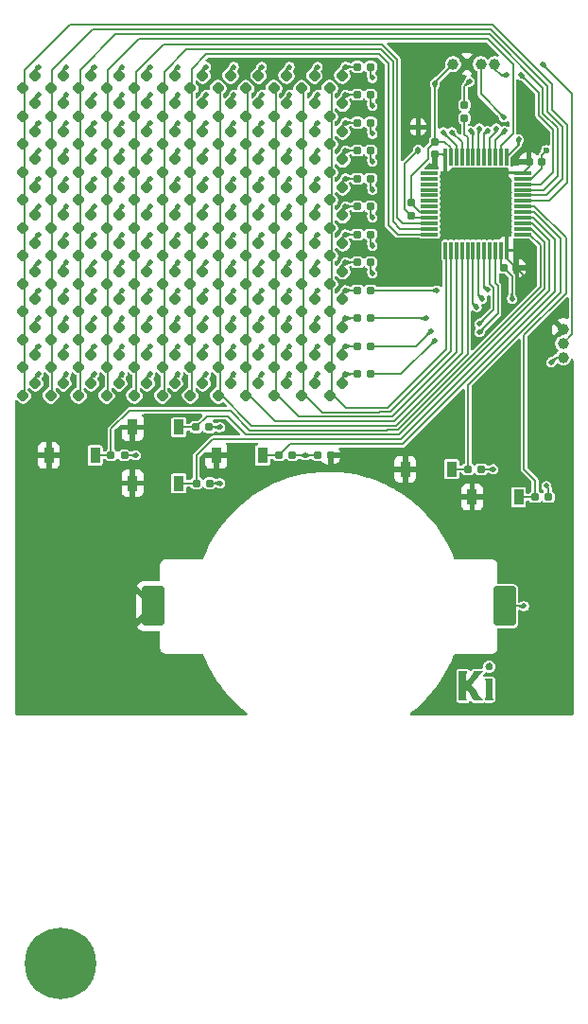
<source format=gtl>
%TF.GenerationSoftware,KiCad,Pcbnew,9.0.0*%
%TF.CreationDate,2025-12-23T16:07:17-05:00*%
%TF.ProjectId,BusinessCard,42757369-6e65-4737-9343-6172642e6b69,rev?*%
%TF.SameCoordinates,Original*%
%TF.FileFunction,Copper,L1,Top*%
%TF.FilePolarity,Positive*%
%FSLAX46Y46*%
G04 Gerber Fmt 4.6, Leading zero omitted, Abs format (unit mm)*
G04 Created by KiCad (PCBNEW 9.0.0) date 2025-12-23 16:07:17*
%MOMM*%
%LPD*%
G01*
G04 APERTURE LIST*
G04 Aperture macros list*
%AMRoundRect*
0 Rectangle with rounded corners*
0 $1 Rounding radius*
0 $2 $3 $4 $5 $6 $7 $8 $9 X,Y pos of 4 corners*
0 Add a 4 corners polygon primitive as box body*
4,1,4,$2,$3,$4,$5,$6,$7,$8,$9,$2,$3,0*
0 Add four circle primitives for the rounded corners*
1,1,$1+$1,$2,$3*
1,1,$1+$1,$4,$5*
1,1,$1+$1,$6,$7*
1,1,$1+$1,$8,$9*
0 Add four rect primitives between the rounded corners*
20,1,$1+$1,$2,$3,$4,$5,0*
20,1,$1+$1,$4,$5,$6,$7,0*
20,1,$1+$1,$6,$7,$8,$9,0*
20,1,$1+$1,$8,$9,$2,$3,0*%
G04 Aperture macros list end*
%TA.AperFunction,EtchedComponent*%
%ADD10C,0.000000*%
%TD*%
%TA.AperFunction,SMDPad,CuDef*%
%ADD11RoundRect,0.218750X0.026517X-0.335876X0.335876X-0.026517X-0.026517X0.335876X-0.335876X0.026517X0*%
%TD*%
%TA.AperFunction,SMDPad,CuDef*%
%ADD12R,0.950000X1.400000*%
%TD*%
%TA.AperFunction,SMDPad,CuDef*%
%ADD13RoundRect,0.160000X0.197500X0.160000X-0.197500X0.160000X-0.197500X-0.160000X0.197500X-0.160000X0*%
%TD*%
%TA.AperFunction,SMDPad,CuDef*%
%ADD14RoundRect,0.160000X-0.197500X-0.160000X0.197500X-0.160000X0.197500X0.160000X-0.197500X0.160000X0*%
%TD*%
%TA.AperFunction,SMDPad,CuDef*%
%ADD15RoundRect,0.160000X-0.160000X0.197500X-0.160000X-0.197500X0.160000X-0.197500X0.160000X0.197500X0*%
%TD*%
%TA.AperFunction,SMDPad,CuDef*%
%ADD16RoundRect,0.155000X-0.155000X0.212500X-0.155000X-0.212500X0.155000X-0.212500X0.155000X0.212500X0*%
%TD*%
%TA.AperFunction,SMDPad,CuDef*%
%ADD17RoundRect,0.200000X-0.800000X-1.550000X0.800000X-1.550000X0.800000X1.550000X-0.800000X1.550000X0*%
%TD*%
%TA.AperFunction,SMDPad,CuDef*%
%ADD18C,1.000000*%
%TD*%
%TA.AperFunction,SMDPad,CuDef*%
%ADD19RoundRect,0.155000X0.212500X0.155000X-0.212500X0.155000X-0.212500X-0.155000X0.212500X-0.155000X0*%
%TD*%
%TA.AperFunction,SMDPad,CuDef*%
%ADD20RoundRect,0.155000X-0.212500X-0.155000X0.212500X-0.155000X0.212500X0.155000X-0.212500X0.155000X0*%
%TD*%
%TA.AperFunction,SMDPad,CuDef*%
%ADD21RoundRect,0.155000X0.155000X-0.212500X0.155000X0.212500X-0.155000X0.212500X-0.155000X-0.212500X0*%
%TD*%
%TA.AperFunction,ComponentPad*%
%ADD22C,6.400000*%
%TD*%
%TA.AperFunction,SMDPad,CuDef*%
%ADD23RoundRect,0.070000X-0.710000X-0.070000X0.710000X-0.070000X0.710000X0.070000X-0.710000X0.070000X0*%
%TD*%
%TA.AperFunction,SMDPad,CuDef*%
%ADD24RoundRect,0.070000X-0.070000X-0.710000X0.070000X-0.710000X0.070000X0.710000X-0.070000X0.710000X0*%
%TD*%
%TA.AperFunction,SMDPad,CuDef*%
%ADD25RoundRect,0.112500X0.112500X-0.187500X0.112500X0.187500X-0.112500X0.187500X-0.112500X-0.187500X0*%
%TD*%
%TA.AperFunction,ViaPad*%
%ADD26C,0.500000*%
%TD*%
%TA.AperFunction,ViaPad*%
%ADD27C,0.600000*%
%TD*%
%TA.AperFunction,Conductor*%
%ADD28C,0.200000*%
%TD*%
G04 APERTURE END LIST*
D10*
%TA.AperFunction,EtchedComponent*%
%TO.C,G\u002A\u002A\u002A*%
G36*
X63035786Y-77817448D02*
G01*
X63146230Y-77866148D01*
X63234175Y-77951560D01*
X63287732Y-78069299D01*
X63298473Y-78160556D01*
X63290887Y-78256468D01*
X63259488Y-78327694D01*
X63196873Y-78399143D01*
X63121691Y-78464378D01*
X63050360Y-78493924D01*
X62954826Y-78500743D01*
X62857453Y-78493547D01*
X62786382Y-78463320D01*
X62712779Y-78399143D01*
X62631910Y-78281276D01*
X62605443Y-78151394D01*
X62634009Y-78021504D01*
X62688362Y-77935483D01*
X62794963Y-77847730D01*
X62914734Y-77809846D01*
X63035786Y-77817448D01*
G37*
%TD.AperFunction*%
%TA.AperFunction,EtchedComponent*%
G36*
X63275228Y-80166684D02*
G01*
X63278105Y-80397205D01*
X63282277Y-80609948D01*
X63287471Y-80797140D01*
X63293416Y-80951009D01*
X63299842Y-81063784D01*
X63306475Y-81127692D01*
X63309141Y-81137861D01*
X63315511Y-81159399D01*
X63303839Y-81174065D01*
X63265275Y-81183166D01*
X63190973Y-81188006D01*
X63072085Y-81189893D01*
X62954826Y-81190155D01*
X62798631Y-81189580D01*
X62693349Y-81186985D01*
X62630133Y-81181063D01*
X62600133Y-81170510D01*
X62594504Y-81154018D01*
X62600511Y-81137861D01*
X62609200Y-81090828D01*
X62616738Y-80993748D01*
X62623071Y-80856000D01*
X62628145Y-80686960D01*
X62631906Y-80496008D01*
X62634301Y-80292521D01*
X62635275Y-80085877D01*
X62634775Y-79885456D01*
X62632747Y-79700634D01*
X62629137Y-79540790D01*
X62623892Y-79415302D01*
X62616958Y-79333548D01*
X62611011Y-79307253D01*
X62599975Y-79281788D01*
X62605446Y-79264877D01*
X62636603Y-79254773D01*
X62702626Y-79249726D01*
X62812692Y-79247987D01*
X62923059Y-79247802D01*
X63266923Y-79247802D01*
X63275228Y-80166684D01*
G37*
%TD.AperFunction*%
%TA.AperFunction,EtchedComponent*%
G36*
X60949506Y-78647596D02*
G01*
X60930006Y-78705028D01*
X60918046Y-78789787D01*
X60912868Y-78912008D01*
X60913717Y-79081830D01*
X60914443Y-79117865D01*
X60922826Y-79501046D01*
X61158706Y-79202600D01*
X61294519Y-79028805D01*
X61395896Y-78893971D01*
X61467171Y-78791579D01*
X61512678Y-78715107D01*
X61536751Y-78658035D01*
X61543359Y-78623877D01*
X61547713Y-78599136D01*
X61562535Y-78581846D01*
X61596999Y-78570675D01*
X61660279Y-78564289D01*
X61761548Y-78561355D01*
X61909980Y-78560539D01*
X61979402Y-78560508D01*
X62410672Y-78560508D01*
X62263174Y-78717390D01*
X62196766Y-78791536D01*
X62102279Y-78901791D01*
X61988724Y-79037402D01*
X61865112Y-79187614D01*
X61749025Y-79330990D01*
X61382373Y-79787708D01*
X61776882Y-80332049D01*
X61900128Y-80500922D01*
X62020307Y-80663446D01*
X62130075Y-80809848D01*
X62222085Y-80930355D01*
X62288991Y-81015194D01*
X62303949Y-81033273D01*
X62436506Y-81190155D01*
X61989779Y-81190155D01*
X61543052Y-81190155D01*
X61524353Y-81078096D01*
X61497124Y-81001305D01*
X61434167Y-80887676D01*
X61333927Y-80734640D01*
X61214239Y-80566155D01*
X60922826Y-80166272D01*
X60914519Y-80572583D01*
X60912730Y-80760314D01*
X60916671Y-80898843D01*
X60927065Y-80998522D01*
X60944637Y-81069704D01*
X60950347Y-81084524D01*
X60994482Y-81190155D01*
X60589398Y-81190155D01*
X60427207Y-81189630D01*
X60316160Y-81187265D01*
X60247636Y-81181872D01*
X60213018Y-81172263D01*
X60203688Y-81157250D01*
X60209923Y-81137861D01*
X60217239Y-81093667D01*
X60223760Y-80997785D01*
X60229454Y-80858074D01*
X60234288Y-80682391D01*
X60238230Y-80478594D01*
X60241249Y-80254541D01*
X60243311Y-80018090D01*
X60244386Y-79777099D01*
X60244441Y-79539425D01*
X60243444Y-79312927D01*
X60241363Y-79105463D01*
X60238166Y-78924889D01*
X60233821Y-78779066D01*
X60228295Y-78675849D01*
X60221557Y-78623097D01*
X60220200Y-78619542D01*
X60209930Y-78595838D01*
X60214684Y-78579513D01*
X60243087Y-78569192D01*
X60303767Y-78563502D01*
X60405351Y-78561067D01*
X60556466Y-78560514D01*
X60590778Y-78560508D01*
X60992951Y-78560508D01*
X60949506Y-78647596D01*
G37*
%TD.AperFunction*%
%TD*%
D11*
%TO.P,D105,1,K*%
%TO.N,C8*%
X38683758Y-46396078D03*
%TO.P,D105,2,A*%
%TO.N,Net-(D100-A)*%
X39797452Y-45282384D03*
%TD*%
D12*
%TO.P,SW1,1,1*%
%TO.N,+3.3V*%
X31010786Y-56750000D03*
%TO.P,SW1,2,2*%
%TO.N,Up*%
X35160786Y-56750000D03*
%TD*%
D11*
%TO.P,D6,1,K*%
%TO.N,C5*%
X31183758Y-26396078D03*
%TO.P,D6,2,A*%
%TO.N,Net-(D10-A)*%
X32297452Y-25282384D03*
%TD*%
%TO.P,D15,1,K*%
%TO.N,C2*%
X23683758Y-28896078D03*
%TO.P,D15,2,A*%
%TO.N,Net-(D14-A)*%
X24797452Y-27782384D03*
%TD*%
%TO.P,D95,1,K*%
%TO.N,C10*%
X43683758Y-43896078D03*
%TO.P,D95,2,A*%
%TO.N,Net-(D86-A)*%
X44797452Y-42782384D03*
%TD*%
%TO.P,D126,1,K*%
%TO.N,C5*%
X31183758Y-51396078D03*
%TO.P,D126,2,A*%
%TO.N,Net-(D122-A)*%
X32297452Y-50282384D03*
%TD*%
%TO.P,D58,1,K*%
%TO.N,C9*%
X41183758Y-36396078D03*
%TO.P,D58,2,A*%
%TO.N,Net-(D50-A)*%
X42297452Y-35282384D03*
%TD*%
%TO.P,D128,1,K*%
%TO.N,C7*%
X36183758Y-51396078D03*
%TO.P,D128,2,A*%
%TO.N,Net-(D122-A)*%
X37297452Y-50282384D03*
%TD*%
%TO.P,D81,1,K*%
%TO.N,C8*%
X38683758Y-41396078D03*
%TO.P,D81,2,A*%
%TO.N,Net-(D74-A)*%
X39797452Y-40282384D03*
%TD*%
%TO.P,D101,1,K*%
%TO.N,C4*%
X28683758Y-46396078D03*
%TO.P,D101,2,A*%
%TO.N,Net-(D100-A)*%
X29797452Y-45282384D03*
%TD*%
%TO.P,D10,1,K*%
%TO.N,C9*%
X41183758Y-26396078D03*
%TO.P,D10,2,A*%
%TO.N,Net-(D10-A)*%
X42297452Y-25282384D03*
%TD*%
%TO.P,D38,1,K*%
%TO.N,C1*%
X21183758Y-33896078D03*
%TO.P,D38,2,A*%
%TO.N,Net-(D38-A)*%
X22297452Y-32782384D03*
%TD*%
%TO.P,D30,1,K*%
%TO.N,C5*%
X31183758Y-31396078D03*
%TO.P,D30,2,A*%
%TO.N,Net-(D26-A)*%
X32297452Y-30282384D03*
%TD*%
%TO.P,D48,1,K*%
%TO.N,C11*%
X46183758Y-33896078D03*
%TO.P,D48,2,A*%
%TO.N,Net-(D38-A)*%
X47297452Y-32782384D03*
%TD*%
%TO.P,D31,1,K*%
%TO.N,C6*%
X33683758Y-31396078D03*
%TO.P,D31,2,A*%
%TO.N,Net-(D26-A)*%
X34797452Y-30282384D03*
%TD*%
%TO.P,D56,1,K*%
%TO.N,C7*%
X36183758Y-36396078D03*
%TO.P,D56,2,A*%
%TO.N,Net-(D50-A)*%
X37297452Y-35282384D03*
%TD*%
D13*
%TO.P,R12,1*%
%TO.N,R5*%
X52347500Y-34500000D03*
%TO.P,R12,2*%
%TO.N,Net-(D50-A)*%
X51152500Y-34500000D03*
%TD*%
D11*
%TO.P,D93,1,K*%
%TO.N,C8*%
X38683758Y-43896078D03*
%TO.P,D93,2,A*%
%TO.N,Net-(D86-A)*%
X39797452Y-42782384D03*
%TD*%
D13*
%TO.P,R10,1*%
%TO.N,R3*%
X52347500Y-29500000D03*
%TO.P,R10,2*%
%TO.N,Net-(D26-A)*%
X51152500Y-29500000D03*
%TD*%
D11*
%TO.P,D86,1,K*%
%TO.N,C1*%
X21183758Y-43896078D03*
%TO.P,D86,2,A*%
%TO.N,Net-(D86-A)*%
X22297452Y-42782384D03*
%TD*%
%TO.P,D135,1,K*%
%TO.N,C2*%
X23683758Y-53896078D03*
%TO.P,D135,2,A*%
%TO.N,Net-(D134-A)*%
X24797452Y-52782384D03*
%TD*%
D14*
%TO.P,R6,1*%
%TO.N,A*%
X61065786Y-60500000D03*
%TO.P,R6,2*%
%TO.N,GND*%
X62260786Y-60500000D03*
%TD*%
D11*
%TO.P,D118,1,K*%
%TO.N,C9*%
X41183758Y-48896078D03*
%TO.P,D118,2,A*%
%TO.N,Net-(D110-A)*%
X42297452Y-47782384D03*
%TD*%
%TO.P,D94,1,K*%
%TO.N,C9*%
X41183758Y-43896078D03*
%TO.P,D94,2,A*%
%TO.N,Net-(D86-A)*%
X42297452Y-42782384D03*
%TD*%
%TO.P,D12,1,K*%
%TO.N,C11*%
X46183758Y-26396078D03*
%TO.P,D12,2,A*%
%TO.N,Net-(D10-A)*%
X47297452Y-25282384D03*
%TD*%
D13*
%TO.P,R15,1*%
%TO.N,R8*%
X52347500Y-42000000D03*
%TO.P,R15,2*%
%TO.N,Net-(D86-A)*%
X51152500Y-42000000D03*
%TD*%
D11*
%TO.P,D136,1,K*%
%TO.N,C3*%
X26183758Y-53896078D03*
%TO.P,D136,2,A*%
%TO.N,Net-(D134-A)*%
X27297452Y-52782384D03*
%TD*%
%TO.P,D134,1,K*%
%TO.N,C1*%
X21183758Y-53896078D03*
%TO.P,D134,2,A*%
%TO.N,Net-(D134-A)*%
X22297452Y-52782384D03*
%TD*%
D15*
%TO.P,R1,1*%
%TO.N,Net-(J1-Pin_2)*%
X60750000Y-27902500D03*
%TO.P,R1,2*%
%TO.N,Net-(U1-BOOT0)*%
X60750000Y-29097500D03*
%TD*%
D11*
%TO.P,D100,1,K*%
%TO.N,C3*%
X26183758Y-46396078D03*
%TO.P,D100,2,A*%
%TO.N,Net-(D100-A)*%
X27297452Y-45282384D03*
%TD*%
D16*
%TO.P,C4,1*%
%TO.N,GND*%
X56000000Y-36682500D03*
%TO.P,C4,2*%
%TO.N,Net-(D1-K)*%
X56000000Y-37817500D03*
%TD*%
D11*
%TO.P,D41,1,K*%
%TO.N,C4*%
X28683758Y-33896078D03*
%TO.P,D41,2,A*%
%TO.N,Net-(D38-A)*%
X29797452Y-32782384D03*
%TD*%
D13*
%TO.P,R16,1*%
%TO.N,R9*%
X52347500Y-44500000D03*
%TO.P,R16,2*%
%TO.N,Net-(D100-A)*%
X51152500Y-44500000D03*
%TD*%
D11*
%TO.P,D83,1,K*%
%TO.N,C10*%
X43683758Y-41396078D03*
%TO.P,D83,2,A*%
%TO.N,Net-(D74-A)*%
X44797452Y-40282384D03*
%TD*%
%TO.P,D113,1,K*%
%TO.N,C4*%
X28683758Y-48896078D03*
%TO.P,D113,2,A*%
%TO.N,Net-(D110-A)*%
X29797452Y-47782384D03*
%TD*%
%TO.P,D53,1,K*%
%TO.N,C4*%
X28683758Y-36396078D03*
%TO.P,D53,2,A*%
%TO.N,Net-(D50-A)*%
X29797452Y-35282384D03*
%TD*%
%TO.P,D99,1,K*%
%TO.N,C2*%
X23683758Y-46396078D03*
%TO.P,D99,2,A*%
%TO.N,Net-(D100-A)*%
X24797452Y-45282384D03*
%TD*%
%TO.P,D7,1,K*%
%TO.N,C6*%
X33683758Y-26396078D03*
%TO.P,D7,2,A*%
%TO.N,Net-(D10-A)*%
X34797452Y-25282384D03*
%TD*%
D12*
%TO.P,SW5,1,1*%
%TO.N,+3.3V*%
X55435786Y-60500000D03*
%TO.P,SW5,2,2*%
%TO.N,A*%
X59585786Y-60500000D03*
%TD*%
D11*
%TO.P,D106,1,K*%
%TO.N,C9*%
X41183758Y-46396078D03*
%TO.P,D106,2,A*%
%TO.N,Net-(D100-A)*%
X42297452Y-45282384D03*
%TD*%
%TO.P,D25,1,K*%
%TO.N,C12*%
X48683758Y-28896078D03*
%TO.P,D25,2,A*%
%TO.N,Net-(D14-A)*%
X49797452Y-27782384D03*
%TD*%
D13*
%TO.P,R17,1*%
%TO.N,R10*%
X52347500Y-47000000D03*
%TO.P,R17,2*%
%TO.N,Net-(D110-A)*%
X51152500Y-47000000D03*
%TD*%
D11*
%TO.P,D39,1,K*%
%TO.N,C2*%
X23683758Y-33896078D03*
%TO.P,D39,2,A*%
%TO.N,Net-(D38-A)*%
X24797452Y-32782384D03*
%TD*%
%TO.P,D22,1,K*%
%TO.N,C9*%
X41183758Y-28896078D03*
%TO.P,D22,2,A*%
%TO.N,Net-(D14-A)*%
X42297452Y-27782384D03*
%TD*%
D12*
%TO.P,SW2,1,1*%
%TO.N,+3.3V*%
X23510786Y-59250000D03*
%TO.P,SW2,2,2*%
%TO.N,Left*%
X27660786Y-59250000D03*
%TD*%
D17*
%TO.P,J3,1,Pin_1*%
%TO.N,+3.3V*%
X32835786Y-72750000D03*
%TO.P,J3,2,Pin_2*%
%TO.N,GND*%
X64335786Y-72750000D03*
%TD*%
D11*
%TO.P,D144,1,K*%
%TO.N,C11*%
X46183758Y-53896078D03*
%TO.P,D144,2,A*%
%TO.N,Net-(D134-A)*%
X47297452Y-52782384D03*
%TD*%
D14*
%TO.P,R5,1*%
%TO.N,Right*%
X44140786Y-59250000D03*
%TO.P,R5,2*%
%TO.N,GND*%
X45335786Y-59250000D03*
%TD*%
D11*
%TO.P,D79,1,K*%
%TO.N,C6*%
X33683758Y-41396078D03*
%TO.P,D79,2,A*%
%TO.N,Net-(D74-A)*%
X34797452Y-40282384D03*
%TD*%
%TO.P,D49,1,K*%
%TO.N,C12*%
X48683758Y-33896078D03*
%TO.P,D49,2,A*%
%TO.N,Net-(D38-A)*%
X49797452Y-32782384D03*
%TD*%
%TO.P,D125,1,K*%
%TO.N,C4*%
X28683758Y-51396078D03*
%TO.P,D125,2,A*%
%TO.N,Net-(D122-A)*%
X29797452Y-50282384D03*
%TD*%
%TO.P,D69,1,K*%
%TO.N,C8*%
X38683758Y-38896078D03*
%TO.P,D69,2,A*%
%TO.N,Net-(D62-A)*%
X39797452Y-37782384D03*
%TD*%
%TO.P,D73,1,K*%
%TO.N,C12*%
X48683758Y-38896078D03*
%TO.P,D73,2,A*%
%TO.N,Net-(D62-A)*%
X49797452Y-37782384D03*
%TD*%
%TO.P,D82,1,K*%
%TO.N,C9*%
X41183758Y-41396078D03*
%TO.P,D82,2,A*%
%TO.N,Net-(D74-A)*%
X42297452Y-40282384D03*
%TD*%
D18*
%TO.P,J1,1,Pin_1*%
%TO.N,GND*%
X69585786Y-50500000D03*
%TO.P,J1,2,Pin_2*%
%TO.N,Net-(J1-Pin_2)*%
X69585786Y-49250000D03*
%TO.P,J1,3,Pin_3*%
%TO.N,+3.3V*%
X69585786Y-48000000D03*
%TD*%
D11*
%TO.P,D23,1,K*%
%TO.N,C10*%
X43683758Y-28896078D03*
%TO.P,D23,2,A*%
%TO.N,Net-(D14-A)*%
X44797452Y-27782384D03*
%TD*%
%TO.P,D8,1,K*%
%TO.N,C7*%
X36183758Y-26396078D03*
%TO.P,D8,2,A*%
%TO.N,Net-(D10-A)*%
X37297452Y-25282384D03*
%TD*%
%TO.P,D120,1,K*%
%TO.N,C11*%
X46183758Y-48896078D03*
%TO.P,D120,2,A*%
%TO.N,Net-(D110-A)*%
X47297452Y-47782384D03*
%TD*%
%TO.P,D35,1,K*%
%TO.N,C10*%
X43683758Y-31396078D03*
%TO.P,D35,2,A*%
%TO.N,Net-(D26-A)*%
X44797452Y-30282384D03*
%TD*%
%TO.P,D26,1,K*%
%TO.N,C1*%
X21183758Y-31396078D03*
%TO.P,D26,2,A*%
%TO.N,Net-(D26-A)*%
X22297452Y-30282384D03*
%TD*%
%TO.P,D76,1,K*%
%TO.N,C3*%
X26183758Y-41396078D03*
%TO.P,D76,2,A*%
%TO.N,Net-(D74-A)*%
X27297452Y-40282384D03*
%TD*%
D14*
%TO.P,R4,1*%
%TO.N,Left*%
X29085786Y-59250000D03*
%TO.P,R4,2*%
%TO.N,GND*%
X30280786Y-59250000D03*
%TD*%
D11*
%TO.P,D75,1,K*%
%TO.N,C2*%
X23683758Y-41396078D03*
%TO.P,D75,2,A*%
%TO.N,Net-(D74-A)*%
X24797452Y-40282384D03*
%TD*%
D18*
%TO.P,J2,1,Pin_1*%
%TO.N,GND*%
X59710786Y-24250000D03*
%TO.P,J2,2,Pin_2*%
%TO.N,+3.3V*%
X60960786Y-24250000D03*
%TO.P,J2,3,Pin_3*%
%TO.N,Net-(J2-Pin_3)*%
X62210786Y-24250000D03*
%TO.P,J2,4,Pin_4*%
%TO.N,Net-(J2-Pin_4)*%
X63460786Y-24250000D03*
%TD*%
D11*
%TO.P,D54,1,K*%
%TO.N,C5*%
X31183758Y-36396078D03*
%TO.P,D54,2,A*%
%TO.N,Net-(D50-A)*%
X32297452Y-35282384D03*
%TD*%
D13*
%TO.P,R8,1*%
%TO.N,R1*%
X52347500Y-24500000D03*
%TO.P,R8,2*%
%TO.N,Net-(D10-A)*%
X51152500Y-24500000D03*
%TD*%
D11*
%TO.P,D27,1,K*%
%TO.N,C2*%
X23683758Y-31396078D03*
%TO.P,D27,2,A*%
%TO.N,Net-(D26-A)*%
X24797452Y-30282384D03*
%TD*%
%TO.P,D34,1,K*%
%TO.N,C9*%
X41183758Y-31396078D03*
%TO.P,D34,2,A*%
%TO.N,Net-(D26-A)*%
X42297452Y-30282384D03*
%TD*%
%TO.P,D47,1,K*%
%TO.N,C10*%
X43683758Y-33896078D03*
%TO.P,D47,2,A*%
%TO.N,Net-(D38-A)*%
X44797452Y-32782384D03*
%TD*%
%TO.P,D52,1,K*%
%TO.N,C3*%
X26183758Y-36396078D03*
%TO.P,D52,2,A*%
%TO.N,Net-(D50-A)*%
X27297452Y-35282384D03*
%TD*%
%TO.P,D124,1,K*%
%TO.N,C3*%
X26183758Y-51396078D03*
%TO.P,D124,2,A*%
%TO.N,Net-(D122-A)*%
X27297452Y-50282384D03*
%TD*%
%TO.P,D119,1,K*%
%TO.N,C10*%
X43683758Y-48896078D03*
%TO.P,D119,2,A*%
%TO.N,Net-(D110-A)*%
X44797452Y-47782384D03*
%TD*%
%TO.P,D71,1,K*%
%TO.N,C10*%
X43683758Y-38896078D03*
%TO.P,D71,2,A*%
%TO.N,Net-(D62-A)*%
X44797452Y-37782384D03*
%TD*%
%TO.P,D114,1,K*%
%TO.N,C5*%
X31183758Y-48896078D03*
%TO.P,D114,2,A*%
%TO.N,Net-(D110-A)*%
X32297452Y-47782384D03*
%TD*%
D19*
%TO.P,C3,1*%
%TO.N,+3.3V*%
X65385000Y-42500000D03*
%TO.P,C3,2*%
%TO.N,GND*%
X64250000Y-42500000D03*
%TD*%
D11*
%TO.P,D121,1,K*%
%TO.N,C12*%
X48683758Y-48896078D03*
%TO.P,D121,2,A*%
%TO.N,Net-(D110-A)*%
X49797452Y-47782384D03*
%TD*%
%TO.P,D133,1,K*%
%TO.N,C12*%
X48683758Y-51396078D03*
%TO.P,D133,2,A*%
%TO.N,Net-(D122-A)*%
X49797452Y-50282384D03*
%TD*%
%TO.P,D68,1,K*%
%TO.N,C7*%
X36183758Y-38896078D03*
%TO.P,D68,2,A*%
%TO.N,Net-(D62-A)*%
X37297452Y-37782384D03*
%TD*%
%TO.P,D80,1,K*%
%TO.N,C7*%
X36183758Y-41396078D03*
%TO.P,D80,2,A*%
%TO.N,Net-(D74-A)*%
X37297452Y-40282384D03*
%TD*%
D20*
%TO.P,C2,1*%
%TO.N,+3.3V*%
X66518286Y-33000000D03*
%TO.P,C2,2*%
%TO.N,GND*%
X67653286Y-33000000D03*
%TD*%
D11*
%TO.P,D9,1,K*%
%TO.N,C8*%
X38683758Y-26396078D03*
%TO.P,D9,2,A*%
%TO.N,Net-(D10-A)*%
X39797452Y-25282384D03*
%TD*%
%TO.P,D109,1,K*%
%TO.N,C12*%
X48683758Y-46396078D03*
%TO.P,D109,2,A*%
%TO.N,Net-(D100-A)*%
X49797452Y-45282384D03*
%TD*%
%TO.P,D97,1,K*%
%TO.N,C12*%
X48683758Y-43896078D03*
%TO.P,D97,2,A*%
%TO.N,Net-(D86-A)*%
X49797452Y-42782384D03*
%TD*%
%TO.P,D16,1,K*%
%TO.N,C3*%
X26183758Y-28896078D03*
%TO.P,D16,2,A*%
%TO.N,Net-(D14-A)*%
X27297452Y-27782384D03*
%TD*%
%TO.P,D46,1,K*%
%TO.N,C9*%
X41183758Y-33896078D03*
%TO.P,D46,2,A*%
%TO.N,Net-(D38-A)*%
X42297452Y-32782384D03*
%TD*%
%TO.P,D21,1,K*%
%TO.N,C8*%
X38683758Y-28896078D03*
%TO.P,D21,2,A*%
%TO.N,Net-(D14-A)*%
X39797452Y-27782384D03*
%TD*%
%TO.P,D91,1,K*%
%TO.N,C6*%
X33683758Y-43896078D03*
%TO.P,D91,2,A*%
%TO.N,Net-(D86-A)*%
X34797452Y-42782384D03*
%TD*%
%TO.P,D84,1,K*%
%TO.N,C11*%
X46183758Y-41396078D03*
%TO.P,D84,2,A*%
%TO.N,Net-(D74-A)*%
X47297452Y-40282384D03*
%TD*%
%TO.P,D103,1,K*%
%TO.N,C6*%
X33683758Y-46396078D03*
%TO.P,D103,2,A*%
%TO.N,Net-(D100-A)*%
X34797452Y-45282384D03*
%TD*%
%TO.P,D90,1,K*%
%TO.N,C5*%
X31183758Y-43896078D03*
%TO.P,D90,2,A*%
%TO.N,Net-(D86-A)*%
X32297452Y-42782384D03*
%TD*%
D19*
%TO.P,C5,1*%
%TO.N,+3.3V*%
X48750000Y-59250000D03*
%TO.P,C5,2*%
%TO.N,GND*%
X47615000Y-59250000D03*
%TD*%
D11*
%TO.P,D2,1,K*%
%TO.N,C1*%
X21183758Y-26396078D03*
%TO.P,D2,2,A*%
%TO.N,Net-(D10-A)*%
X22297452Y-25282384D03*
%TD*%
%TO.P,D138,1,K*%
%TO.N,C5*%
X31183758Y-53896078D03*
%TO.P,D138,2,A*%
%TO.N,Net-(D134-A)*%
X32297452Y-52782384D03*
%TD*%
%TO.P,D74,1,K*%
%TO.N,C1*%
X21183758Y-41396078D03*
%TO.P,D74,2,A*%
%TO.N,Net-(D74-A)*%
X22297452Y-40282384D03*
%TD*%
%TO.P,D66,1,K*%
%TO.N,C5*%
X31183758Y-38896078D03*
%TO.P,D66,2,A*%
%TO.N,Net-(D62-A)*%
X32297452Y-37782384D03*
%TD*%
%TO.P,D11,1,K*%
%TO.N,C10*%
X43683758Y-26396078D03*
%TO.P,D11,2,A*%
%TO.N,Net-(D10-A)*%
X44797452Y-25282384D03*
%TD*%
%TO.P,D57,1,K*%
%TO.N,C8*%
X38683758Y-36396078D03*
%TO.P,D57,2,A*%
%TO.N,Net-(D50-A)*%
X39797452Y-35282384D03*
%TD*%
D12*
%TO.P,SW6,1,1*%
%TO.N,+3.3V*%
X61435786Y-63000000D03*
%TO.P,SW6,2,2*%
%TO.N,B*%
X65585786Y-63000000D03*
%TD*%
D11*
%TO.P,D132,1,K*%
%TO.N,C11*%
X46183758Y-51396078D03*
%TO.P,D132,2,A*%
%TO.N,Net-(D122-A)*%
X47297452Y-50282384D03*
%TD*%
%TO.P,D107,1,K*%
%TO.N,C10*%
X43683758Y-46396078D03*
%TO.P,D107,2,A*%
%TO.N,Net-(D100-A)*%
X44797452Y-45282384D03*
%TD*%
D13*
%TO.P,R11,1*%
%TO.N,R4*%
X52347500Y-32000000D03*
%TO.P,R11,2*%
%TO.N,Net-(D38-A)*%
X51152500Y-32000000D03*
%TD*%
D11*
%TO.P,D123,1,K*%
%TO.N,C2*%
X23683758Y-51396078D03*
%TO.P,D123,2,A*%
%TO.N,Net-(D122-A)*%
X24797452Y-50282384D03*
%TD*%
%TO.P,D89,1,K*%
%TO.N,C4*%
X28683758Y-43896078D03*
%TO.P,D89,2,A*%
%TO.N,Net-(D86-A)*%
X29797452Y-42782384D03*
%TD*%
%TO.P,D44,1,K*%
%TO.N,C7*%
X36183758Y-33896078D03*
%TO.P,D44,2,A*%
%TO.N,Net-(D38-A)*%
X37297452Y-32782384D03*
%TD*%
%TO.P,D77,1,K*%
%TO.N,C4*%
X28683758Y-41396078D03*
%TO.P,D77,2,A*%
%TO.N,Net-(D74-A)*%
X29797452Y-40282384D03*
%TD*%
%TO.P,D29,1,K*%
%TO.N,C4*%
X28683758Y-31396078D03*
%TO.P,D29,2,A*%
%TO.N,Net-(D26-A)*%
X29797452Y-30282384D03*
%TD*%
%TO.P,D13,1,K*%
%TO.N,C12*%
X48683758Y-26396078D03*
%TO.P,D13,2,A*%
%TO.N,Net-(D10-A)*%
X49797452Y-25282384D03*
%TD*%
%TO.P,D88,1,K*%
%TO.N,C3*%
X26183758Y-43896078D03*
%TO.P,D88,2,A*%
%TO.N,Net-(D86-A)*%
X27297452Y-42782384D03*
%TD*%
%TO.P,D19,1,K*%
%TO.N,C6*%
X33683758Y-28896078D03*
%TO.P,D19,2,A*%
%TO.N,Net-(D14-A)*%
X34797452Y-27782384D03*
%TD*%
D13*
%TO.P,R9,1*%
%TO.N,R2*%
X52347500Y-27000000D03*
%TO.P,R9,2*%
%TO.N,Net-(D14-A)*%
X51152500Y-27000000D03*
%TD*%
D11*
%TO.P,D116,1,K*%
%TO.N,C7*%
X36183758Y-48896078D03*
%TO.P,D116,2,A*%
%TO.N,Net-(D110-A)*%
X37297452Y-47782384D03*
%TD*%
%TO.P,D18,1,K*%
%TO.N,C5*%
X31183758Y-28896078D03*
%TO.P,D18,2,A*%
%TO.N,Net-(D14-A)*%
X32297452Y-27782384D03*
%TD*%
%TO.P,D85,1,K*%
%TO.N,C12*%
X48683758Y-41396078D03*
%TO.P,D85,2,A*%
%TO.N,Net-(D74-A)*%
X49797452Y-40282384D03*
%TD*%
%TO.P,D61,1,K*%
%TO.N,C12*%
X48683758Y-36396078D03*
%TO.P,D61,2,A*%
%TO.N,Net-(D50-A)*%
X49797452Y-35282384D03*
%TD*%
D14*
%TO.P,R3,1*%
%TO.N,Down*%
X36738286Y-61750000D03*
%TO.P,R3,2*%
%TO.N,GND*%
X37933286Y-61750000D03*
%TD*%
D11*
%TO.P,D111,1,K*%
%TO.N,C2*%
X23683758Y-48896078D03*
%TO.P,D111,2,A*%
%TO.N,Net-(D110-A)*%
X24797452Y-47782384D03*
%TD*%
%TO.P,D70,1,K*%
%TO.N,C9*%
X41183758Y-38896078D03*
%TO.P,D70,2,A*%
%TO.N,Net-(D62-A)*%
X42297452Y-37782384D03*
%TD*%
%TO.P,D40,1,K*%
%TO.N,C3*%
X26183758Y-33896078D03*
%TO.P,D40,2,A*%
%TO.N,Net-(D38-A)*%
X27297452Y-32782384D03*
%TD*%
%TO.P,D55,1,K*%
%TO.N,C6*%
X33683758Y-36396078D03*
%TO.P,D55,2,A*%
%TO.N,Net-(D50-A)*%
X34797452Y-35282384D03*
%TD*%
%TO.P,D117,1,K*%
%TO.N,C8*%
X38683758Y-48896078D03*
%TO.P,D117,2,A*%
%TO.N,Net-(D110-A)*%
X39797452Y-47782384D03*
%TD*%
%TO.P,D32,1,K*%
%TO.N,C7*%
X36183758Y-31396078D03*
%TO.P,D32,2,A*%
%TO.N,Net-(D26-A)*%
X37297452Y-30282384D03*
%TD*%
%TO.P,D5,1,K*%
%TO.N,C4*%
X28683758Y-26396078D03*
%TO.P,D5,2,A*%
%TO.N,Net-(D10-A)*%
X29797452Y-25282384D03*
%TD*%
%TO.P,D43,1,K*%
%TO.N,C6*%
X33683758Y-33896078D03*
%TO.P,D43,2,A*%
%TO.N,Net-(D38-A)*%
X34797452Y-32782384D03*
%TD*%
%TO.P,D130,1,K*%
%TO.N,C9*%
X41183758Y-51396078D03*
%TO.P,D130,2,A*%
%TO.N,Net-(D122-A)*%
X42297452Y-50282384D03*
%TD*%
%TO.P,D104,1,K*%
%TO.N,C7*%
X36183758Y-46396078D03*
%TO.P,D104,2,A*%
%TO.N,Net-(D100-A)*%
X37297452Y-45282384D03*
%TD*%
D14*
%TO.P,R2,1*%
%TO.N,Up*%
X36688286Y-56750000D03*
%TO.P,R2,2*%
%TO.N,GND*%
X37883286Y-56750000D03*
%TD*%
D11*
%TO.P,D63,1,K*%
%TO.N,C2*%
X23683758Y-38896078D03*
%TO.P,D63,2,A*%
%TO.N,Net-(D62-A)*%
X24797452Y-37782384D03*
%TD*%
D21*
%TO.P,C1,1*%
%TO.N,+3.3V*%
X58085786Y-32317500D03*
%TO.P,C1,2*%
%TO.N,GND*%
X58085786Y-31182500D03*
%TD*%
D12*
%TO.P,SW4,1,1*%
%TO.N,+3.3V*%
X38510786Y-59250000D03*
%TO.P,SW4,2,2*%
%TO.N,Right*%
X42660786Y-59250000D03*
%TD*%
D11*
%TO.P,D143,1,K*%
%TO.N,C10*%
X43683758Y-53896078D03*
%TO.P,D143,2,A*%
%TO.N,Net-(D134-A)*%
X44797452Y-52782384D03*
%TD*%
%TO.P,D33,1,K*%
%TO.N,C8*%
X38683758Y-31396078D03*
%TO.P,D33,2,A*%
%TO.N,Net-(D26-A)*%
X39797452Y-30282384D03*
%TD*%
%TO.P,D17,1,K*%
%TO.N,C4*%
X28683758Y-28896078D03*
%TO.P,D17,2,A*%
%TO.N,Net-(D14-A)*%
X29797452Y-27782384D03*
%TD*%
%TO.P,D72,1,K*%
%TO.N,C11*%
X46183758Y-38896078D03*
%TO.P,D72,2,A*%
%TO.N,Net-(D62-A)*%
X47297452Y-37782384D03*
%TD*%
%TO.P,D131,1,K*%
%TO.N,C10*%
X43683758Y-51396078D03*
%TO.P,D131,2,A*%
%TO.N,Net-(D122-A)*%
X44797452Y-50282384D03*
%TD*%
%TO.P,D129,1,K*%
%TO.N,C8*%
X38683758Y-51396078D03*
%TO.P,D129,2,A*%
%TO.N,Net-(D122-A)*%
X39797452Y-50282384D03*
%TD*%
%TO.P,D51,1,K*%
%TO.N,C2*%
X23683758Y-36396078D03*
%TO.P,D51,2,A*%
%TO.N,Net-(D50-A)*%
X24797452Y-35282384D03*
%TD*%
D13*
%TO.P,R14,1*%
%TO.N,R7*%
X52347500Y-39500000D03*
%TO.P,R14,2*%
%TO.N,Net-(D74-A)*%
X51152500Y-39500000D03*
%TD*%
%TO.P,R13,1*%
%TO.N,R6*%
X52347500Y-37000000D03*
%TO.P,R13,2*%
%TO.N,Net-(D62-A)*%
X51152500Y-37000000D03*
%TD*%
D11*
%TO.P,D141,1,K*%
%TO.N,C8*%
X38683758Y-53896078D03*
%TO.P,D141,2,A*%
%TO.N,Net-(D134-A)*%
X39797452Y-52782384D03*
%TD*%
%TO.P,D59,1,K*%
%TO.N,C10*%
X43683758Y-36396078D03*
%TO.P,D59,2,A*%
%TO.N,Net-(D50-A)*%
X44797452Y-35282384D03*
%TD*%
%TO.P,D3,1,K*%
%TO.N,C2*%
X23683758Y-26396078D03*
%TO.P,D3,2,A*%
%TO.N,Net-(D10-A)*%
X24797452Y-25282384D03*
%TD*%
%TO.P,D28,1,K*%
%TO.N,C3*%
X26183758Y-31396078D03*
%TO.P,D28,2,A*%
%TO.N,Net-(D26-A)*%
X27297452Y-30282384D03*
%TD*%
%TO.P,D36,1,K*%
%TO.N,C11*%
X46183758Y-31396078D03*
%TO.P,D36,2,A*%
%TO.N,Net-(D26-A)*%
X47297452Y-30282384D03*
%TD*%
D13*
%TO.P,R18,1*%
%TO.N,R11*%
X52347500Y-49500000D03*
%TO.P,R18,2*%
%TO.N,Net-(D122-A)*%
X51152500Y-49500000D03*
%TD*%
D11*
%TO.P,D4,1,K*%
%TO.N,C3*%
X26183758Y-26396078D03*
%TO.P,D4,2,A*%
%TO.N,Net-(D10-A)*%
X27297452Y-25282384D03*
%TD*%
%TO.P,D20,1,K*%
%TO.N,C7*%
X36183758Y-28896078D03*
%TO.P,D20,2,A*%
%TO.N,Net-(D14-A)*%
X37297452Y-27782384D03*
%TD*%
%TO.P,D112,1,K*%
%TO.N,C3*%
X26183758Y-48896078D03*
%TO.P,D112,2,A*%
%TO.N,Net-(D110-A)*%
X27297452Y-47782384D03*
%TD*%
%TO.P,D96,1,K*%
%TO.N,C11*%
X46183758Y-43896078D03*
%TO.P,D96,2,A*%
%TO.N,Net-(D86-A)*%
X47297452Y-42782384D03*
%TD*%
%TO.P,D78,1,K*%
%TO.N,C5*%
X31183758Y-41396078D03*
%TO.P,D78,2,A*%
%TO.N,Net-(D74-A)*%
X32297452Y-40282384D03*
%TD*%
%TO.P,D139,1,K*%
%TO.N,C6*%
X33683758Y-53896078D03*
%TO.P,D139,2,A*%
%TO.N,Net-(D134-A)*%
X34797452Y-52782384D03*
%TD*%
%TO.P,D102,1,K*%
%TO.N,C5*%
X31183758Y-46396078D03*
%TO.P,D102,2,A*%
%TO.N,Net-(D100-A)*%
X32297452Y-45282384D03*
%TD*%
%TO.P,D60,1,K*%
%TO.N,C11*%
X46183758Y-36396078D03*
%TO.P,D60,2,A*%
%TO.N,Net-(D50-A)*%
X47297452Y-35282384D03*
%TD*%
%TO.P,D127,1,K*%
%TO.N,C6*%
X33683758Y-51396078D03*
%TO.P,D127,2,A*%
%TO.N,Net-(D122-A)*%
X34797452Y-50282384D03*
%TD*%
%TO.P,D115,1,K*%
%TO.N,C6*%
X33683758Y-48896078D03*
%TO.P,D115,2,A*%
%TO.N,Net-(D110-A)*%
X34797452Y-47782384D03*
%TD*%
%TO.P,D137,1,K*%
%TO.N,C4*%
X28683758Y-53896078D03*
%TO.P,D137,2,A*%
%TO.N,Net-(D134-A)*%
X29797452Y-52782384D03*
%TD*%
%TO.P,D45,1,K*%
%TO.N,C8*%
X38683758Y-33896078D03*
%TO.P,D45,2,A*%
%TO.N,Net-(D38-A)*%
X39797452Y-32782384D03*
%TD*%
%TO.P,D42,1,K*%
%TO.N,C5*%
X31183758Y-33896078D03*
%TO.P,D42,2,A*%
%TO.N,Net-(D38-A)*%
X32297452Y-32782384D03*
%TD*%
%TO.P,D145,1,K*%
%TO.N,C12*%
X48683758Y-53896078D03*
%TO.P,D145,2,A*%
%TO.N,Net-(D134-A)*%
X49797452Y-52782384D03*
%TD*%
%TO.P,D122,1,K*%
%TO.N,C1*%
X21183758Y-51396078D03*
%TO.P,D122,2,A*%
%TO.N,Net-(D122-A)*%
X22297452Y-50282384D03*
%TD*%
%TO.P,D110,1,K*%
%TO.N,C1*%
X21183758Y-48896078D03*
%TO.P,D110,2,A*%
%TO.N,Net-(D110-A)*%
X22297452Y-47782384D03*
%TD*%
%TO.P,D98,1,K*%
%TO.N,C1*%
X21183758Y-46396078D03*
%TO.P,D98,2,A*%
%TO.N,Net-(D100-A)*%
X22297452Y-45282384D03*
%TD*%
%TO.P,D62,1,K*%
%TO.N,C1*%
X21183758Y-38896078D03*
%TO.P,D62,2,A*%
%TO.N,Net-(D62-A)*%
X22297452Y-37782384D03*
%TD*%
%TO.P,D24,1,K*%
%TO.N,C11*%
X46183758Y-28896078D03*
%TO.P,D24,2,A*%
%TO.N,Net-(D14-A)*%
X47297452Y-27782384D03*
%TD*%
%TO.P,D37,1,K*%
%TO.N,C12*%
X48683758Y-31396078D03*
%TO.P,D37,2,A*%
%TO.N,Net-(D26-A)*%
X49797452Y-30282384D03*
%TD*%
%TO.P,D92,1,K*%
%TO.N,C7*%
X36183758Y-43896078D03*
%TO.P,D92,2,A*%
%TO.N,Net-(D86-A)*%
X37297452Y-42782384D03*
%TD*%
%TO.P,D64,1,K*%
%TO.N,C3*%
X26183758Y-38896078D03*
%TO.P,D64,2,A*%
%TO.N,Net-(D62-A)*%
X27297452Y-37782384D03*
%TD*%
%TO.P,D140,1,K*%
%TO.N,C7*%
X36183758Y-53896078D03*
%TO.P,D140,2,A*%
%TO.N,Net-(D134-A)*%
X37297452Y-52782384D03*
%TD*%
%TO.P,D14,1,K*%
%TO.N,C1*%
X21183758Y-28896078D03*
%TO.P,D14,2,A*%
%TO.N,Net-(D14-A)*%
X22297452Y-27782384D03*
%TD*%
%TO.P,D50,1,K*%
%TO.N,C1*%
X21183758Y-36396078D03*
%TO.P,D50,2,A*%
%TO.N,Net-(D50-A)*%
X22297452Y-35282384D03*
%TD*%
D12*
%TO.P,SW3,1,1*%
%TO.N,+3.3V*%
X31010786Y-61750000D03*
%TO.P,SW3,2,2*%
%TO.N,Down*%
X35160786Y-61750000D03*
%TD*%
D13*
%TO.P,R19,1*%
%TO.N,R12*%
X52347500Y-52000000D03*
%TO.P,R19,2*%
%TO.N,Net-(D134-A)*%
X51152500Y-52000000D03*
%TD*%
D11*
%TO.P,D65,1,K*%
%TO.N,C4*%
X28683758Y-38896078D03*
%TO.P,D65,2,A*%
%TO.N,Net-(D62-A)*%
X29797452Y-37782384D03*
%TD*%
%TO.P,D67,1,K*%
%TO.N,C6*%
X33683758Y-38896078D03*
%TO.P,D67,2,A*%
%TO.N,Net-(D62-A)*%
X34797452Y-37782384D03*
%TD*%
D14*
%TO.P,R7,1*%
%TO.N,B*%
X67065786Y-63000000D03*
%TO.P,R7,2*%
%TO.N,GND*%
X68260786Y-63000000D03*
%TD*%
D22*
%TO.P,REF\u002A\u002A,1*%
%TO.N,N/C*%
X24585786Y-104750000D03*
%TD*%
D11*
%TO.P,D108,1,K*%
%TO.N,C11*%
X46183758Y-46396078D03*
%TO.P,D108,2,A*%
%TO.N,Net-(D100-A)*%
X47297452Y-45282384D03*
%TD*%
D23*
%TO.P,U1,1,VBAT*%
%TO.N,unconnected-(U1-VBAT-Pad1)*%
X57585786Y-34000000D03*
%TO.P,U1,2,PC13-TAMPER-RTC*%
%TO.N,unconnected-(U1-PC13-TAMPER-RTC-Pad2)*%
X57585786Y-34500000D03*
%TO.P,U1,3,PC14-OSC32_IN*%
%TO.N,unconnected-(U1-PC14-OSC32_IN-Pad3)*%
X57585786Y-35000000D03*
%TO.P,U1,4,PC15-OSC32_OUT*%
%TO.N,unconnected-(U1-PC15-OSC32_OUT-Pad4)*%
X57585786Y-35500000D03*
%TO.P,U1,5,PD0_OSC_IN*%
%TO.N,unconnected-(U1-PD0_OSC_IN-Pad5)*%
X57585786Y-36000000D03*
%TO.P,U1,6,PD1_OSC_OUT*%
%TO.N,unconnected-(U1-PD1_OSC_OUT-Pad6)*%
X57585786Y-36500000D03*
%TO.P,U1,7,NRST*%
%TO.N,unconnected-(U1-NRST-Pad7)*%
X57585786Y-37000000D03*
%TO.P,U1,8,VSSA*%
%TO.N,GND*%
X57585786Y-37500000D03*
%TO.P,U1,9,VDDA*%
%TO.N,Net-(D1-K)*%
X57585786Y-38000000D03*
%TO.P,U1,10,PA0_WKUP*%
%TO.N,C5*%
X57585786Y-38500000D03*
%TO.P,U1,11,PA1*%
%TO.N,C6*%
X57585786Y-39000000D03*
%TO.P,U1,12,PA2*%
%TO.N,C7*%
X57585786Y-39500000D03*
D24*
%TO.P,U1,13,PA3*%
%TO.N,C12*%
X59015786Y-40930000D03*
%TO.P,U1,14,PA4*%
%TO.N,C11*%
X59515786Y-40930000D03*
%TO.P,U1,15,PA5*%
%TO.N,C10*%
X60015786Y-40930000D03*
%TO.P,U1,16,PA6*%
%TO.N,C9*%
X60515786Y-40930000D03*
%TO.P,U1,17,PA7*%
%TO.N,C8*%
X61015786Y-40930000D03*
%TO.P,U1,18,PB0*%
%TO.N,R1*%
X61515786Y-40930000D03*
%TO.P,U1,19,PB1*%
%TO.N,R2*%
X62015786Y-40930000D03*
%TO.P,U1,20,PB2*%
%TO.N,R3*%
X62515786Y-40930000D03*
%TO.P,U1,21,PB10*%
%TO.N,R11*%
X63015786Y-40930000D03*
%TO.P,U1,22,PB11*%
%TO.N,R12*%
X63515786Y-40930000D03*
%TO.P,U1,23,VSS*%
%TO.N,GND*%
X64015786Y-40930000D03*
%TO.P,U1,24,VDD*%
%TO.N,+3.3V*%
X64515786Y-40930000D03*
D23*
%TO.P,U1,25,PB12*%
%TO.N,Left*%
X65945786Y-39500000D03*
%TO.P,U1,26,PB13*%
%TO.N,Up*%
X65945786Y-39000000D03*
%TO.P,U1,27,PB14*%
%TO.N,Down*%
X65945786Y-38500000D03*
%TO.P,U1,28,PB15*%
%TO.N,Right*%
X65945786Y-38000000D03*
%TO.P,U1,29,PA8*%
%TO.N,A*%
X65945786Y-37500000D03*
%TO.P,U1,30,PA9*%
%TO.N,B*%
X65945786Y-37000000D03*
%TO.P,U1,31,PA10*%
%TO.N,C1*%
X65945786Y-36500000D03*
%TO.P,U1,32,PA11*%
%TO.N,C2*%
X65945786Y-36000000D03*
%TO.P,U1,33,PA12*%
%TO.N,C3*%
X65945786Y-35500000D03*
%TO.P,U1,34,PA13*%
%TO.N,Net-(J2-Pin_4)*%
X65945786Y-35000000D03*
%TO.P,U1,35,VSS*%
%TO.N,GND*%
X65945786Y-34500000D03*
%TO.P,U1,36,VDD*%
%TO.N,+3.3V*%
X65945786Y-34000000D03*
D24*
%TO.P,U1,37,PA14*%
%TO.N,Net-(J2-Pin_3)*%
X64515786Y-32570000D03*
%TO.P,U1,38,PA15*%
%TO.N,C4*%
X64015786Y-32570000D03*
%TO.P,U1,39,PB3*%
%TO.N,R4*%
X63515786Y-32570000D03*
%TO.P,U1,40,PB4*%
%TO.N,R5*%
X63015786Y-32570000D03*
%TO.P,U1,41,PB5*%
%TO.N,R6*%
X62515786Y-32570000D03*
%TO.P,U1,42,PB6*%
%TO.N,R7*%
X62015786Y-32570000D03*
%TO.P,U1,43,PB7*%
%TO.N,R8*%
X61515786Y-32570000D03*
%TO.P,U1,44,BOOT0*%
%TO.N,Net-(U1-BOOT0)*%
X61015786Y-32570000D03*
%TO.P,U1,45,PB8*%
%TO.N,R9*%
X60515786Y-32570000D03*
%TO.P,U1,46,PB9*%
%TO.N,R10*%
X60015786Y-32570000D03*
%TO.P,U1,47,VSS*%
%TO.N,GND*%
X59515786Y-32570000D03*
%TO.P,U1,48,VDD*%
%TO.N,+3.3V*%
X59015786Y-32570000D03*
%TD*%
D25*
%TO.P,D1,1,K*%
%TO.N,Net-(D1-K)*%
X56585786Y-32000000D03*
%TO.P,D1,2,A*%
%TO.N,+3.3V*%
X56585786Y-29900000D03*
%TD*%
D11*
%TO.P,D87,1,K*%
%TO.N,C2*%
X23683758Y-43896078D03*
%TO.P,D87,2,A*%
%TO.N,Net-(D86-A)*%
X24797452Y-42782384D03*
%TD*%
%TO.P,D142,1,K*%
%TO.N,C9*%
X41183758Y-53896078D03*
%TO.P,D142,2,A*%
%TO.N,Net-(D134-A)*%
X42297452Y-52782384D03*
%TD*%
D26*
%TO.N,+3.3V*%
X67585786Y-49000000D03*
X66042893Y-27207107D03*
X66000000Y-44250000D03*
X59585786Y-26000000D03*
%TO.N,GND*%
X31335786Y-59250000D03*
D27*
X68084786Y-32000000D03*
D26*
X65000000Y-45250000D03*
X66085786Y-72750000D03*
X46500000Y-59250000D03*
X68525786Y-50950000D03*
X38835786Y-56750000D03*
X63335786Y-60500000D03*
X38835786Y-61750000D03*
X68085786Y-62000000D03*
X58085786Y-26000000D03*
%TO.N,Net-(D10-A)*%
X25085786Y-24500000D03*
X50085786Y-24500000D03*
X32585786Y-24500000D03*
X47585786Y-24500000D03*
X45085786Y-24500000D03*
X37585786Y-24500000D03*
X35085786Y-24500000D03*
X22585786Y-24500000D03*
X40085786Y-24500000D03*
X42585786Y-24500000D03*
X27585786Y-24500000D03*
X30085786Y-24500000D03*
%TO.N,Net-(D14-A)*%
X35085786Y-27000000D03*
X25085786Y-27000000D03*
X42585786Y-27000000D03*
X50085786Y-27000000D03*
X32585786Y-27000000D03*
X47585786Y-27000000D03*
X30085786Y-27000000D03*
X22585786Y-27000000D03*
X45085786Y-27000000D03*
X37585786Y-27000000D03*
X40085786Y-27000000D03*
X27585786Y-27000000D03*
%TO.N,Net-(D26-A)*%
X22585786Y-29500000D03*
X25085786Y-29500000D03*
X30085786Y-29500000D03*
X37585786Y-29500000D03*
X47585786Y-29500000D03*
X40085786Y-29500000D03*
X45085786Y-29500000D03*
X42585786Y-29500000D03*
X27585786Y-29500000D03*
X35085786Y-29500000D03*
X32585786Y-29500000D03*
X50085786Y-29500000D03*
%TO.N,Net-(D38-A)*%
X37585786Y-32000000D03*
X32585786Y-32000000D03*
X42585786Y-32000000D03*
X30085786Y-32000000D03*
X50085786Y-32000000D03*
X47585786Y-32000000D03*
X40085786Y-32000000D03*
X35085786Y-32000000D03*
X27585786Y-32000000D03*
X45085786Y-32000000D03*
X22585786Y-32000000D03*
X25085786Y-32000000D03*
%TO.N,Net-(D50-A)*%
X35085786Y-34500000D03*
X27585786Y-34500000D03*
X25085786Y-34500000D03*
X40085786Y-34500000D03*
X22585786Y-34500000D03*
X30085786Y-34500000D03*
X42585786Y-34500000D03*
X37585786Y-34500000D03*
X32585786Y-34500000D03*
X45085786Y-34500000D03*
X50085786Y-34500000D03*
X47585786Y-34500000D03*
%TO.N,Net-(D62-A)*%
X32585786Y-37000000D03*
X42585786Y-37000000D03*
X45085786Y-37000000D03*
X30085786Y-37000000D03*
X22585786Y-37000000D03*
X35085786Y-37000000D03*
X37585786Y-37000000D03*
X25085786Y-37000000D03*
X40085786Y-37000000D03*
X27585786Y-37000000D03*
X50085786Y-37000000D03*
X47585786Y-37000000D03*
%TO.N,Net-(D100-A)*%
X25085786Y-44500000D03*
X47585786Y-44500000D03*
X45085786Y-44500000D03*
X35085786Y-44500000D03*
X40085786Y-44500000D03*
X37585786Y-44500000D03*
X27585786Y-44500000D03*
X42585786Y-44500000D03*
X30085786Y-44500000D03*
X22585786Y-44500000D03*
X50085786Y-44500000D03*
X32585786Y-44500000D03*
%TO.N,Net-(D74-A)*%
X27585786Y-39500000D03*
X35085786Y-39500000D03*
X32585786Y-39500000D03*
X47585786Y-39500000D03*
X37585786Y-39500000D03*
X45085786Y-39500000D03*
X40085786Y-39500000D03*
X25085786Y-39500000D03*
X22585786Y-39500000D03*
X30085786Y-39500000D03*
X42585786Y-39500000D03*
X50085786Y-39500000D03*
%TO.N,Net-(D86-A)*%
X25085786Y-42000000D03*
X45085786Y-42000000D03*
X47585786Y-42000000D03*
X27585786Y-42000000D03*
X50085786Y-42000000D03*
X35085786Y-42000000D03*
X37585786Y-42000000D03*
X30085786Y-42000000D03*
X40085786Y-42000000D03*
X22585786Y-42000000D03*
X32585786Y-42000000D03*
X42585786Y-42000000D03*
%TO.N,Net-(D110-A)*%
X50085786Y-47000000D03*
X25085786Y-47000000D03*
X30085786Y-47000000D03*
X47585786Y-47000000D03*
X45085786Y-47000000D03*
X40085786Y-47000000D03*
X27585786Y-47000000D03*
X35085786Y-47000000D03*
X42585786Y-47000000D03*
X32585786Y-47000000D03*
X22585786Y-47000000D03*
X37585786Y-47000000D03*
%TO.N,Net-(D122-A)*%
X42585786Y-49500000D03*
X40085786Y-49500000D03*
X25085786Y-49500000D03*
X35085786Y-49500000D03*
X45085786Y-49500000D03*
X27585786Y-49500000D03*
X22585786Y-49500000D03*
X50085786Y-49500000D03*
X37585786Y-49500000D03*
X32585786Y-49500000D03*
X47585786Y-49500000D03*
X30085786Y-49500000D03*
%TO.N,Net-(D134-A)*%
X40085786Y-52000000D03*
X30085786Y-52000000D03*
X47585786Y-52000000D03*
X37585786Y-52000000D03*
X25085786Y-52000000D03*
X42585786Y-52000000D03*
X35085786Y-52000000D03*
X27585786Y-52000000D03*
X50085786Y-52000000D03*
X45085786Y-52000000D03*
X22585786Y-52000000D03*
X32585786Y-52000000D03*
%TO.N,Net-(J2-Pin_4)*%
X65835786Y-25250000D03*
X64535786Y-25250000D03*
%TO.N,Net-(J1-Pin_2)*%
X61185786Y-25800000D03*
X67750000Y-24250000D03*
%TO.N,Net-(J2-Pin_3)*%
X64305427Y-29030359D03*
X65585786Y-31000000D03*
%TO.N,R1*%
X52500000Y-25500000D03*
X61835786Y-46000000D03*
%TO.N,R2*%
X52500000Y-28000000D03*
X62335786Y-45250000D03*
%TO.N,R3*%
X62803076Y-44465876D03*
X52500000Y-30500000D03*
%TO.N,R4*%
X52500000Y-33000000D03*
X64335786Y-30250000D03*
%TO.N,R5*%
X63585786Y-30000000D03*
X52500000Y-35500000D03*
%TO.N,R6*%
X52500000Y-38000000D03*
X62835786Y-30250000D03*
%TO.N,R7*%
X52500000Y-40500000D03*
X62085786Y-30000000D03*
%TO.N,R8*%
X52500000Y-43000000D03*
X61335786Y-30250000D03*
%TO.N,R9*%
X59613603Y-30350000D03*
X58285786Y-44500000D03*
%TO.N,R10*%
X57335786Y-47000000D03*
X58835786Y-30350000D03*
%TO.N,R11*%
X57735786Y-48150000D03*
X62067968Y-47500000D03*
%TO.N,R12*%
X62095786Y-48250000D03*
X58085786Y-49000000D03*
%TD*%
D28*
%TO.N,Net-(D10-A)*%
X51152500Y-24500000D02*
X50085786Y-24500000D01*
%TO.N,Net-(D14-A)*%
X51152500Y-27000000D02*
X50085786Y-27000000D01*
%TO.N,Net-(D26-A)*%
X51152500Y-29500000D02*
X50085786Y-29500000D01*
%TO.N,Net-(D38-A)*%
X51152500Y-32000000D02*
X50085786Y-32000000D01*
%TO.N,Net-(D50-A)*%
X51152500Y-34500000D02*
X50085786Y-34500000D01*
%TO.N,Net-(D62-A)*%
X51152500Y-37000000D02*
X50085786Y-37000000D01*
%TO.N,Net-(D74-A)*%
X51152500Y-39500000D02*
X50085786Y-39500000D01*
%TO.N,Net-(D86-A)*%
X51152500Y-42000000D02*
X50085786Y-42000000D01*
%TO.N,Net-(D100-A)*%
X51152500Y-44500000D02*
X50085786Y-44500000D01*
%TO.N,Net-(D110-A)*%
X51152500Y-47000000D02*
X50085786Y-47000000D01*
%TO.N,Net-(D122-A)*%
X51152500Y-49500000D02*
X50085786Y-49500000D01*
%TO.N,Net-(D134-A)*%
X50085786Y-52000000D02*
X51152500Y-52000000D01*
%TO.N,+3.3V*%
X66000000Y-44250000D02*
X66000000Y-43115000D01*
X58763286Y-32317500D02*
X59015786Y-32570000D01*
X64515786Y-40930000D02*
X64515786Y-41630786D01*
X64515786Y-41630786D02*
X65385000Y-42500000D01*
X58085786Y-32317500D02*
X58763286Y-32317500D01*
X66042893Y-27207107D02*
X66518286Y-27682500D01*
X66518286Y-27682500D02*
X66518286Y-33000000D01*
X66518286Y-33427500D02*
X66518286Y-33000000D01*
X65945786Y-34000000D02*
X66518286Y-33427500D01*
X66000000Y-43115000D02*
X65385000Y-42500000D01*
%TO.N,GND*%
X57474786Y-31793500D02*
X58085786Y-31182500D01*
X37883286Y-56750000D02*
X38835786Y-56750000D01*
X30280786Y-59250000D02*
X31335786Y-59250000D01*
X59515786Y-31763388D02*
X59515786Y-32570000D01*
X65000000Y-45250000D02*
X65000000Y-43250000D01*
X58085786Y-25875000D02*
X59710786Y-24250000D01*
X58085786Y-26000000D02*
X58085786Y-25875000D01*
X58934898Y-31182500D02*
X59515786Y-31763388D01*
X56000000Y-36682500D02*
X56000000Y-34250000D01*
X62260786Y-60500000D02*
X63335786Y-60500000D01*
X58085786Y-31182500D02*
X58934898Y-31182500D01*
X64015786Y-42265786D02*
X64015786Y-40930000D01*
X66752398Y-34500000D02*
X67653286Y-33599112D01*
X57585786Y-37500000D02*
X56779174Y-37500000D01*
X68260786Y-62175000D02*
X68085786Y-62000000D01*
X65945786Y-34500000D02*
X66752398Y-34500000D01*
X68975786Y-50500000D02*
X69585786Y-50500000D01*
X56000000Y-34250000D02*
X57474786Y-32775214D01*
X64335786Y-72750000D02*
X66085786Y-72750000D01*
X68525786Y-50950000D02*
X68975786Y-50500000D01*
X65000000Y-43250000D02*
X64250000Y-42500000D01*
X67653286Y-32431500D02*
X68084786Y-32000000D01*
X67653286Y-33599112D02*
X67653286Y-33000000D01*
X37933286Y-61750000D02*
X38835786Y-61750000D01*
X56000000Y-36720826D02*
X56000000Y-36682500D01*
X68260786Y-63000000D02*
X68260786Y-62175000D01*
X67653286Y-33000000D02*
X67653286Y-32431500D01*
X58085786Y-26000000D02*
X58085786Y-31182500D01*
X57474786Y-32775214D02*
X57474786Y-31793500D01*
X46500000Y-59250000D02*
X45335786Y-59250000D01*
X64250000Y-42500000D02*
X64015786Y-42265786D01*
X56779174Y-37500000D02*
X56000000Y-36720826D01*
X47682500Y-59250000D02*
X46500000Y-59250000D01*
%TO.N,Net-(D1-K)*%
X56585786Y-32000000D02*
X55389000Y-33196786D01*
X56000000Y-37817500D02*
X56182500Y-38000000D01*
X55389000Y-33196786D02*
X55389000Y-37206500D01*
X56182500Y-38000000D02*
X57585786Y-38000000D01*
X55389000Y-37206500D02*
X56000000Y-37817500D01*
%TO.N,Net-(D10-A)*%
X22145424Y-25434412D02*
X22145424Y-24940362D01*
X29645424Y-24940362D02*
X30085786Y-24500000D01*
X32145424Y-24940362D02*
X32585786Y-24500000D01*
X27145424Y-25434412D02*
X27145424Y-24940362D01*
X34645424Y-25434412D02*
X34645424Y-24940362D01*
X47145424Y-25434412D02*
X47145424Y-24940362D01*
X49645424Y-25434412D02*
X49645424Y-24940362D01*
X44645424Y-24940362D02*
X45085786Y-24500000D01*
X29645424Y-25434412D02*
X29645424Y-24940362D01*
X22145424Y-24940362D02*
X22585786Y-24500000D01*
X49645424Y-24940362D02*
X50085786Y-24500000D01*
X42145424Y-25434412D02*
X42145424Y-24940362D01*
X44645424Y-25434412D02*
X44645424Y-24940362D01*
X47145424Y-24940362D02*
X47585786Y-24500000D01*
X39645424Y-24940362D02*
X40085786Y-24500000D01*
X37145424Y-25434412D02*
X37145424Y-24940362D01*
X42145424Y-24940362D02*
X42585786Y-24500000D01*
X27145424Y-24940362D02*
X27585786Y-24500000D01*
X37145424Y-24940362D02*
X37585786Y-24500000D01*
X34645424Y-24940362D02*
X35085786Y-24500000D01*
X24645424Y-24940362D02*
X25085786Y-24500000D01*
X39645424Y-25434412D02*
X39645424Y-24940362D01*
X32145424Y-25434412D02*
X32145424Y-24940362D01*
X24645424Y-25434412D02*
X24645424Y-24940362D01*
%TO.N,C1*%
X65945786Y-36500000D02*
X68335786Y-36500000D01*
X68335786Y-36500000D02*
X69934786Y-34901000D01*
X21335786Y-26244050D02*
X21335786Y-53744050D01*
X69934786Y-34901000D02*
X69934786Y-29666100D01*
X21335786Y-24819510D02*
X21335786Y-26244050D01*
X63285404Y-20748318D02*
X25406978Y-20748318D01*
X68584786Y-28316100D02*
X68584786Y-26047700D01*
X69934786Y-29666100D02*
X68584786Y-28316100D01*
X25406978Y-20748318D02*
X21335786Y-24819510D01*
X68584786Y-26047700D02*
X63285404Y-20748318D01*
%TO.N,C2*%
X68085786Y-36000000D02*
X65945786Y-36000000D01*
X69533786Y-29832200D02*
X69533786Y-34552000D01*
X27436468Y-21149318D02*
X63119304Y-21149318D01*
X23835786Y-24750000D02*
X27436468Y-21149318D01*
X68183786Y-28482200D02*
X69533786Y-29832200D01*
X63119304Y-21149318D02*
X68183786Y-26213800D01*
X68183786Y-26213800D02*
X68183786Y-28482200D01*
X23835786Y-26244050D02*
X23835786Y-53744050D01*
X23835786Y-26244050D02*
X23835786Y-24750000D01*
X69533786Y-34552000D02*
X68085786Y-36000000D01*
%TO.N,C3*%
X29486786Y-21599000D02*
X26335786Y-24750000D01*
X63001886Y-21599000D02*
X29486786Y-21599000D01*
X69085786Y-34250000D02*
X69085786Y-29951300D01*
X26335786Y-24750000D02*
X26335786Y-26244050D01*
X67835786Y-35500000D02*
X69085786Y-34250000D01*
X67782786Y-26379900D02*
X63001886Y-21599000D01*
X67782786Y-28648300D02*
X67782786Y-26379900D01*
X26335786Y-26244050D02*
X26335786Y-53744050D01*
X69085786Y-29951300D02*
X67782786Y-28648300D01*
X65945786Y-35500000D02*
X67835786Y-35500000D01*
%TO.N,C4*%
X64015786Y-32570000D02*
X64015786Y-31570000D01*
X65085786Y-24250000D02*
X62835786Y-22000000D01*
X65085786Y-30500000D02*
X65085786Y-24250000D01*
X64015786Y-31570000D02*
X65085786Y-30500000D01*
X28835786Y-24750000D02*
X28835786Y-26244050D01*
X31585786Y-22000000D02*
X28835786Y-24750000D01*
X28835786Y-26244050D02*
X28835786Y-53744050D01*
X62835786Y-22000000D02*
X31585786Y-22000000D01*
%TO.N,C5*%
X31335786Y-26244050D02*
X31335786Y-53744050D01*
X53384200Y-22500000D02*
X33806554Y-22500000D01*
X54738000Y-37988000D02*
X54738000Y-23853800D01*
X33806554Y-22500000D02*
X31335786Y-24970768D01*
X57585786Y-38500000D02*
X55250000Y-38500000D01*
X31335786Y-24970768D02*
X31335786Y-26244050D01*
X54738000Y-23853800D02*
X53384200Y-22500000D01*
X55250000Y-38500000D02*
X54738000Y-37988000D01*
%TO.N,C6*%
X33835786Y-24970768D02*
X33835786Y-26244050D01*
X54337000Y-24019900D02*
X53272858Y-22955758D01*
X53272858Y-22955758D02*
X35850796Y-22955758D01*
X35850796Y-22955758D02*
X33835786Y-24970768D01*
X33835786Y-26244050D02*
X33835786Y-53744050D01*
X57585786Y-39000000D02*
X55000000Y-39000000D01*
X55000000Y-39000000D02*
X54337000Y-38337000D01*
X54337000Y-38337000D02*
X54337000Y-24019900D01*
%TO.N,C7*%
X36335786Y-26244050D02*
X36335786Y-53744050D01*
X53106758Y-23356758D02*
X53936000Y-24186000D01*
X37643242Y-23356758D02*
X53106758Y-23356758D01*
X36335786Y-26244050D02*
X36335786Y-24664214D01*
X53936000Y-38686000D02*
X54750000Y-39500000D01*
X54750000Y-39500000D02*
X57585786Y-39500000D01*
X53936000Y-24186000D02*
X53936000Y-38686000D01*
X36335786Y-24664214D02*
X37643242Y-23356758D01*
%TO.N,C8*%
X41695736Y-56604000D02*
X53605622Y-56604000D01*
X38835786Y-53744050D02*
X41690736Y-56599000D01*
X53610622Y-56599000D02*
X53942822Y-56599000D01*
X41690736Y-56599000D02*
X41695736Y-56604000D01*
X38835786Y-26244050D02*
X38835786Y-53744050D01*
X53605622Y-56604000D02*
X53610622Y-56599000D01*
X54584186Y-56599000D02*
X61015786Y-50167400D01*
X61015786Y-50167400D02*
X61015786Y-40930000D01*
X53942822Y-56599000D02*
X54584186Y-56599000D01*
%TO.N,C9*%
X53776722Y-56198000D02*
X54108922Y-56198000D01*
X43794736Y-56203000D02*
X53439522Y-56203000D01*
X41335786Y-26244050D02*
X41335786Y-53744050D01*
X53444522Y-56198000D02*
X53776722Y-56198000D01*
X54108922Y-56198000D02*
X54418086Y-56198000D01*
X54418086Y-56198000D02*
X60515786Y-50100300D01*
X53439522Y-56203000D02*
X53444522Y-56198000D01*
X41335786Y-53744050D02*
X43794736Y-56203000D01*
X60515786Y-50100300D02*
X60515786Y-40930000D01*
%TO.N,C10*%
X43835786Y-53744050D02*
X45893736Y-55802000D01*
X43835786Y-26244050D02*
X43835786Y-53744050D01*
X53610622Y-55797000D02*
X53942822Y-55797000D01*
X53278422Y-55797000D02*
X53610622Y-55797000D01*
X54251986Y-55797000D02*
X60015786Y-50033200D01*
X45893736Y-55802000D02*
X53273422Y-55802000D01*
X53942822Y-55797000D02*
X54251986Y-55797000D01*
X53273422Y-55802000D02*
X53278422Y-55797000D01*
X60015786Y-50033200D02*
X60015786Y-40930000D01*
%TO.N,C11*%
X53107322Y-55401000D02*
X53112322Y-55396000D01*
X53112322Y-55396000D02*
X53444522Y-55396000D01*
X46335786Y-26244050D02*
X46335786Y-53744050D01*
X47992736Y-55401000D02*
X53107322Y-55401000D01*
X59515786Y-49966100D02*
X59515786Y-40930000D01*
X46335786Y-53744050D02*
X47992736Y-55401000D01*
X53444522Y-55396000D02*
X53776722Y-55396000D01*
X54085886Y-55396000D02*
X59515786Y-49966100D01*
X53776722Y-55396000D02*
X54085886Y-55396000D01*
%TO.N,C12*%
X50091736Y-55000000D02*
X52941222Y-55000000D01*
X59085786Y-49750000D02*
X59085786Y-41806612D01*
X59074786Y-40989000D02*
X59015786Y-40930000D01*
X52941222Y-55000000D02*
X52946222Y-54995000D01*
X53278422Y-54995000D02*
X53610622Y-54995000D01*
X52946222Y-54995000D02*
X53278422Y-54995000D01*
X48835786Y-26244050D02*
X48835786Y-53744050D01*
X53840786Y-54995000D02*
X59085786Y-49750000D01*
X53610622Y-54995000D02*
X53840786Y-54995000D01*
X59074786Y-41795612D02*
X59074786Y-40989000D01*
X59085786Y-41806612D02*
X59074786Y-41795612D01*
X48835786Y-53744050D02*
X50091736Y-55000000D01*
%TO.N,Net-(D14-A)*%
X34645424Y-27934412D02*
X34645424Y-27440362D01*
X24645424Y-27934412D02*
X24645424Y-27440362D01*
X44645424Y-27440362D02*
X45085786Y-27000000D01*
X49645424Y-27934412D02*
X49645424Y-27440362D01*
X29645424Y-27934412D02*
X29645424Y-27440362D01*
X47145424Y-27440362D02*
X47585786Y-27000000D01*
X39645424Y-27934412D02*
X39645424Y-27440362D01*
X42145424Y-27934412D02*
X42145424Y-27440362D01*
X49645424Y-27440362D02*
X50085786Y-27000000D01*
X39645424Y-27440362D02*
X40085786Y-27000000D01*
X22145424Y-27934412D02*
X22145424Y-27440362D01*
X37145424Y-27440362D02*
X37585786Y-27000000D01*
X47145424Y-27934412D02*
X47145424Y-27440362D01*
X37145424Y-27934412D02*
X37145424Y-27440362D01*
X24645424Y-27440362D02*
X25085786Y-27000000D01*
X27145424Y-27934412D02*
X27145424Y-27440362D01*
X32145424Y-27440362D02*
X32585786Y-27000000D01*
X29645424Y-27440362D02*
X30085786Y-27000000D01*
X32145424Y-27934412D02*
X32145424Y-27440362D01*
X44645424Y-27934412D02*
X44645424Y-27440362D01*
X22145424Y-27440362D02*
X22585786Y-27000000D01*
X34645424Y-27440362D02*
X35085786Y-27000000D01*
X27145424Y-27440362D02*
X27585786Y-27000000D01*
X42145424Y-27440362D02*
X42585786Y-27000000D01*
%TO.N,Net-(D26-A)*%
X22145424Y-29940362D02*
X22585786Y-29500000D01*
X47145424Y-30434412D02*
X47145424Y-29940362D01*
X47145424Y-29940362D02*
X47585786Y-29500000D01*
X42145424Y-30434412D02*
X42145424Y-29940362D01*
X34645424Y-30434412D02*
X34645424Y-29940362D01*
X39645424Y-30434412D02*
X39645424Y-29940362D01*
X44645424Y-30434412D02*
X44645424Y-29940362D01*
X37145424Y-29940362D02*
X37585786Y-29500000D01*
X32145424Y-29940362D02*
X32585786Y-29500000D01*
X49645424Y-29940362D02*
X50085786Y-29500000D01*
X22145424Y-30434412D02*
X22145424Y-29940362D01*
X27145424Y-29940362D02*
X27585786Y-29500000D01*
X39645424Y-29940362D02*
X40085786Y-29500000D01*
X49645424Y-30434412D02*
X49645424Y-29940362D01*
X24645424Y-29940362D02*
X25085786Y-29500000D01*
X24645424Y-30434412D02*
X24645424Y-29940362D01*
X29645424Y-29940362D02*
X30085786Y-29500000D01*
X32145424Y-30434412D02*
X32145424Y-29940362D01*
X27145424Y-30434412D02*
X27145424Y-29940362D01*
X37145424Y-30434412D02*
X37145424Y-29940362D01*
X29645424Y-30434412D02*
X29645424Y-29940362D01*
X44645424Y-29940362D02*
X45085786Y-29500000D01*
X42145424Y-29940362D02*
X42585786Y-29500000D01*
X34645424Y-29940362D02*
X35085786Y-29500000D01*
%TO.N,Net-(D38-A)*%
X44645424Y-32440362D02*
X45085786Y-32000000D01*
X27145424Y-32934412D02*
X27145424Y-32440362D01*
X37145424Y-32440362D02*
X37585786Y-32000000D01*
X32145424Y-32934412D02*
X32145424Y-32440362D01*
X32145424Y-32440362D02*
X32585786Y-32000000D01*
X34645424Y-32440362D02*
X35085786Y-32000000D01*
X27145424Y-32440362D02*
X27585786Y-32000000D01*
X29645424Y-32440362D02*
X30085786Y-32000000D01*
X34645424Y-32934412D02*
X34645424Y-32440362D01*
X39645424Y-32440362D02*
X40085786Y-32000000D01*
X44645424Y-32934412D02*
X44645424Y-32440362D01*
X47145424Y-32934412D02*
X47145424Y-32440362D01*
X24645424Y-32934412D02*
X24645424Y-32440362D01*
X42145424Y-32934412D02*
X42145424Y-32440362D01*
X24645424Y-32440362D02*
X25085786Y-32000000D01*
X22145424Y-32440362D02*
X22585786Y-32000000D01*
X42145424Y-32440362D02*
X42585786Y-32000000D01*
X29645424Y-32934412D02*
X29645424Y-32440362D01*
X22145424Y-32934412D02*
X22145424Y-32440362D01*
X49645424Y-32934412D02*
X49645424Y-32440362D01*
X47145424Y-32440362D02*
X47585786Y-32000000D01*
X49645424Y-32440362D02*
X50085786Y-32000000D01*
X39645424Y-32934412D02*
X39645424Y-32440362D01*
X37145424Y-32934412D02*
X37145424Y-32440362D01*
%TO.N,Net-(D50-A)*%
X49645424Y-35434412D02*
X49645424Y-34940362D01*
X39645424Y-34940362D02*
X40085786Y-34500000D01*
X29645424Y-35434412D02*
X29645424Y-34940362D01*
X37145424Y-35434412D02*
X37145424Y-34940362D01*
X44645424Y-34940362D02*
X45085786Y-34500000D01*
X42145424Y-35434412D02*
X42145424Y-34940362D01*
X22145424Y-34940362D02*
X22585786Y-34500000D01*
X27145424Y-34940362D02*
X27585786Y-34500000D01*
X24645424Y-34940362D02*
X25085786Y-34500000D01*
X32145424Y-35434412D02*
X32145424Y-34940362D01*
X49645424Y-34940362D02*
X50085786Y-34500000D01*
X47145424Y-35434412D02*
X47145424Y-34940362D01*
X34645424Y-34940362D02*
X35085786Y-34500000D01*
X42145424Y-34940362D02*
X42585786Y-34500000D01*
X34645424Y-35434412D02*
X34645424Y-34940362D01*
X39645424Y-35434412D02*
X39645424Y-34940362D01*
X37145424Y-34940362D02*
X37585786Y-34500000D01*
X27145424Y-35434412D02*
X27145424Y-34940362D01*
X44645424Y-35434412D02*
X44645424Y-34940362D01*
X29645424Y-34940362D02*
X30085786Y-34500000D01*
X47145424Y-34940362D02*
X47585786Y-34500000D01*
X32145424Y-34940362D02*
X32585786Y-34500000D01*
X22145424Y-35434412D02*
X22145424Y-34940362D01*
X24645424Y-35434412D02*
X24645424Y-34940362D01*
%TO.N,Net-(D62-A)*%
X42145424Y-37440362D02*
X42585786Y-37000000D01*
X47145424Y-37440362D02*
X47585786Y-37000000D01*
X29645424Y-37934412D02*
X29645424Y-37440362D01*
X44645424Y-37440362D02*
X45085786Y-37000000D01*
X34645424Y-37440362D02*
X35085786Y-37000000D01*
X22145424Y-37934412D02*
X22145424Y-37440362D01*
X39645424Y-37934412D02*
X39645424Y-37440362D01*
X37145424Y-37440362D02*
X37585786Y-37000000D01*
X27145424Y-37440362D02*
X27585786Y-37000000D01*
X49645424Y-37440362D02*
X50085786Y-37000000D01*
X39645424Y-37440362D02*
X40085786Y-37000000D01*
X22145424Y-37440362D02*
X22585786Y-37000000D01*
X47145424Y-37934412D02*
X47145424Y-37440362D01*
X42145424Y-37934412D02*
X42145424Y-37440362D01*
X44645424Y-37934412D02*
X44645424Y-37440362D01*
X32145424Y-37440362D02*
X32585786Y-37000000D01*
X32145424Y-37934412D02*
X32145424Y-37440362D01*
X34645424Y-37934412D02*
X34645424Y-37440362D01*
X27145424Y-37934412D02*
X27145424Y-37440362D01*
X24645424Y-37934412D02*
X24645424Y-37440362D01*
X29645424Y-37440362D02*
X30085786Y-37000000D01*
X37145424Y-37934412D02*
X37145424Y-37440362D01*
X49645424Y-37934412D02*
X49645424Y-37440362D01*
X24645424Y-37440362D02*
X25085786Y-37000000D01*
%TO.N,Net-(D100-A)*%
X47145424Y-45434412D02*
X47145424Y-44940362D01*
X29645424Y-45434412D02*
X29645424Y-44940362D01*
X27145424Y-44940362D02*
X27585786Y-44500000D01*
X49645424Y-45434412D02*
X49645424Y-44940362D01*
X32145424Y-45434412D02*
X32145424Y-44940362D01*
X47145424Y-44940362D02*
X47585786Y-44500000D01*
X34645424Y-45434412D02*
X34645424Y-44940362D01*
X34645424Y-44940362D02*
X35085786Y-44500000D01*
X39645424Y-45434412D02*
X39645424Y-44940362D01*
X42145424Y-45434412D02*
X42145424Y-44940362D01*
X44645424Y-44940362D02*
X45085786Y-44500000D01*
X32145424Y-44940362D02*
X32585786Y-44500000D01*
X27145424Y-45434412D02*
X27145424Y-44940362D01*
X22145424Y-45434412D02*
X22145424Y-44940362D01*
X22145424Y-44940362D02*
X22585786Y-44500000D01*
X29645424Y-44940362D02*
X30085786Y-44500000D01*
X24645424Y-45434412D02*
X24645424Y-44940362D01*
X37145424Y-45434412D02*
X37145424Y-44940362D01*
X49645424Y-44940362D02*
X50085786Y-44500000D01*
X39645424Y-44940362D02*
X40085786Y-44500000D01*
X24645424Y-44940362D02*
X25085786Y-44500000D01*
X42145424Y-44940362D02*
X42585786Y-44500000D01*
X44645424Y-45434412D02*
X44645424Y-44940362D01*
X37145424Y-44940362D02*
X37585786Y-44500000D01*
%TO.N,Net-(D74-A)*%
X37145424Y-39940362D02*
X37585786Y-39500000D01*
X44645424Y-40434412D02*
X44645424Y-39940362D01*
X49645424Y-40434412D02*
X49645424Y-39940362D01*
X27145424Y-40434412D02*
X27145424Y-39940362D01*
X49645424Y-39940362D02*
X50085786Y-39500000D01*
X24645424Y-39940362D02*
X25085786Y-39500000D01*
X22145424Y-39940362D02*
X22585786Y-39500000D01*
X24645424Y-40434412D02*
X24645424Y-39940362D01*
X34645424Y-39940362D02*
X35085786Y-39500000D01*
X34645424Y-40434412D02*
X34645424Y-39940362D01*
X39645424Y-40434412D02*
X39645424Y-39940362D01*
X47145424Y-39940362D02*
X47585786Y-39500000D01*
X27145424Y-39940362D02*
X27585786Y-39500000D01*
X42145424Y-39940362D02*
X42585786Y-39500000D01*
X32145424Y-39940362D02*
X32585786Y-39500000D01*
X29645424Y-39940362D02*
X30085786Y-39500000D01*
X22145424Y-40434412D02*
X22145424Y-39940362D01*
X37145424Y-40434412D02*
X37145424Y-39940362D01*
X44645424Y-39940362D02*
X45085786Y-39500000D01*
X47145424Y-40434412D02*
X47145424Y-39940362D01*
X29645424Y-40434412D02*
X29645424Y-39940362D01*
X32145424Y-40434412D02*
X32145424Y-39940362D01*
X42145424Y-40434412D02*
X42145424Y-39940362D01*
X39645424Y-39940362D02*
X40085786Y-39500000D01*
%TO.N,Net-(D86-A)*%
X32145424Y-42440362D02*
X32585786Y-42000000D01*
X37145424Y-42934412D02*
X37145424Y-42440362D01*
X34645424Y-42934412D02*
X34645424Y-42440362D01*
X27145424Y-42440362D02*
X27585786Y-42000000D01*
X49645424Y-42934412D02*
X49645424Y-42440362D01*
X22145424Y-42934412D02*
X22145424Y-42440362D01*
X44645424Y-42934412D02*
X44645424Y-42440362D01*
X47145424Y-42440362D02*
X47585786Y-42000000D01*
X34645424Y-42440362D02*
X35085786Y-42000000D01*
X49645424Y-42440362D02*
X50085786Y-42000000D01*
X44645424Y-42440362D02*
X45085786Y-42000000D01*
X27145424Y-42934412D02*
X27145424Y-42440362D01*
X39645424Y-42934412D02*
X39645424Y-42440362D01*
X47145424Y-42934412D02*
X47145424Y-42440362D01*
X32145424Y-42934412D02*
X32145424Y-42440362D01*
X29645424Y-42934412D02*
X29645424Y-42440362D01*
X42145424Y-42440362D02*
X42585786Y-42000000D01*
X39645424Y-42440362D02*
X40085786Y-42000000D01*
X42145424Y-42934412D02*
X42145424Y-42440362D01*
X24645424Y-42934412D02*
X24645424Y-42440362D01*
X37145424Y-42440362D02*
X37585786Y-42000000D01*
X29645424Y-42440362D02*
X30085786Y-42000000D01*
X24645424Y-42440362D02*
X25085786Y-42000000D01*
X22145424Y-42440362D02*
X22585786Y-42000000D01*
%TO.N,Net-(D110-A)*%
X32145424Y-47934412D02*
X32145424Y-47440362D01*
X29645424Y-47440362D02*
X30085786Y-47000000D01*
X44645424Y-47440362D02*
X45085786Y-47000000D01*
X44645424Y-47934412D02*
X44645424Y-47440362D01*
X49645424Y-47934412D02*
X49645424Y-47440362D01*
X39645424Y-47934412D02*
X39645424Y-47440362D01*
X42145424Y-47934412D02*
X42145424Y-47440362D01*
X24645424Y-47934412D02*
X24645424Y-47440362D01*
X32145424Y-47440362D02*
X32585786Y-47000000D01*
X37145424Y-47440362D02*
X37585786Y-47000000D01*
X42145424Y-47440362D02*
X42585786Y-47000000D01*
X27145424Y-47440362D02*
X27585786Y-47000000D01*
X47145424Y-47440362D02*
X47585786Y-47000000D01*
X24645424Y-47440362D02*
X25085786Y-47000000D01*
X27145424Y-47934412D02*
X27145424Y-47440362D01*
X22145424Y-47934412D02*
X22145424Y-47440362D01*
X22145424Y-47440362D02*
X22585786Y-47000000D01*
X34645424Y-47440362D02*
X35085786Y-47000000D01*
X29645424Y-47934412D02*
X29645424Y-47440362D01*
X39645424Y-47440362D02*
X40085786Y-47000000D01*
X37145424Y-47934412D02*
X37145424Y-47440362D01*
X34645424Y-47934412D02*
X34645424Y-47440362D01*
X49645424Y-47440362D02*
X50085786Y-47000000D01*
X47145424Y-47934412D02*
X47145424Y-47440362D01*
%TO.N,Net-(D122-A)*%
X44645424Y-49940362D02*
X45085786Y-49500000D01*
X24645424Y-49940362D02*
X25085786Y-49500000D01*
X44645424Y-50434412D02*
X44645424Y-49940362D01*
X32145424Y-49940362D02*
X32585786Y-49500000D01*
X22145424Y-49940362D02*
X22585786Y-49500000D01*
X27145424Y-50434412D02*
X27145424Y-49940362D01*
X47145424Y-49940362D02*
X47585786Y-49500000D01*
X37145424Y-49940362D02*
X37585786Y-49500000D01*
X34645424Y-50434412D02*
X34645424Y-49940362D01*
X39645424Y-50434412D02*
X39645424Y-49940362D01*
X42145424Y-49940362D02*
X42585786Y-49500000D01*
X37145424Y-50434412D02*
X37145424Y-49940362D01*
X29645424Y-49940362D02*
X30085786Y-49500000D01*
X29645424Y-50434412D02*
X29645424Y-49940362D01*
X32145424Y-50434412D02*
X32145424Y-49940362D01*
X39645424Y-49940362D02*
X40085786Y-49500000D01*
X49645424Y-50434412D02*
X49645424Y-49940362D01*
X27145424Y-49940362D02*
X27585786Y-49500000D01*
X49645424Y-49940362D02*
X50085786Y-49500000D01*
X24645424Y-50434412D02*
X24645424Y-49940362D01*
X34645424Y-49940362D02*
X35085786Y-49500000D01*
X42145424Y-50434412D02*
X42145424Y-49940362D01*
X47145424Y-50434412D02*
X47145424Y-49940362D01*
X22145424Y-50434412D02*
X22145424Y-49940362D01*
%TO.N,Net-(D134-A)*%
X44645424Y-52934412D02*
X44645424Y-52440362D01*
X29645424Y-52934412D02*
X29645424Y-52440362D01*
X22145424Y-52440362D02*
X22585786Y-52000000D01*
X24645424Y-52934412D02*
X24645424Y-52440362D01*
X44645424Y-52440362D02*
X45085786Y-52000000D01*
X47145424Y-52440362D02*
X47585786Y-52000000D01*
X34645424Y-52440362D02*
X35085786Y-52000000D01*
X37145424Y-52934412D02*
X37145424Y-52440362D01*
X29645424Y-52440362D02*
X30085786Y-52000000D01*
X32145424Y-52440362D02*
X32585786Y-52000000D01*
X27145424Y-52440362D02*
X27585786Y-52000000D01*
X24645424Y-52440362D02*
X25085786Y-52000000D01*
X27145424Y-52934412D02*
X27145424Y-52440362D01*
X42145424Y-52440362D02*
X42585786Y-52000000D01*
X49645424Y-52934412D02*
X49645424Y-52440362D01*
X49645424Y-52440362D02*
X50085786Y-52000000D01*
X39645424Y-52440362D02*
X40085786Y-52000000D01*
X47145424Y-52934412D02*
X47145424Y-52440362D01*
X42145424Y-52934412D02*
X42145424Y-52440362D01*
X34645424Y-52934412D02*
X34645424Y-52440362D01*
X39645424Y-52934412D02*
X39645424Y-52440362D01*
X22145424Y-52934412D02*
X22145424Y-52440362D01*
X32145424Y-52934412D02*
X32145424Y-52440362D01*
X37145424Y-52440362D02*
X37585786Y-52000000D01*
%TO.N,Net-(J2-Pin_4)*%
X64535786Y-25250000D02*
X64035786Y-25250000D01*
X64035786Y-25250000D02*
X63460786Y-24675000D01*
X67381786Y-26796000D02*
X67381786Y-28814400D01*
X67381786Y-28814400D02*
X68684786Y-30117400D01*
X67585786Y-35000000D02*
X65945786Y-35000000D01*
X68684786Y-33901000D02*
X67585786Y-35000000D01*
X63460786Y-24675000D02*
X63460786Y-24250000D01*
X68684786Y-30117400D02*
X68684786Y-33901000D01*
X65835786Y-25250000D02*
X67381786Y-26796000D01*
%TO.N,Net-(J1-Pin_2)*%
X60750000Y-26235786D02*
X60750000Y-27902500D01*
X70386786Y-48449000D02*
X69585786Y-49250000D01*
X70386786Y-26886786D02*
X70386786Y-48449000D01*
X61185786Y-25800000D02*
X60750000Y-26235786D01*
X67750000Y-24250000D02*
X70386786Y-26886786D01*
%TO.N,Net-(J2-Pin_3)*%
X65585786Y-31500000D02*
X64515786Y-32570000D01*
X62210786Y-26935718D02*
X62210786Y-24250000D01*
X65585786Y-31000000D02*
X65585786Y-31500000D01*
X64305427Y-29030359D02*
X62210786Y-26935718D01*
%TO.N,Net-(U1-BOOT0)*%
X60750000Y-29097500D02*
X60750000Y-30511714D01*
X61015786Y-30777500D02*
X61015786Y-32570000D01*
X60750000Y-30511714D02*
X61015786Y-30777500D01*
%TO.N,Up*%
X67934786Y-40182388D02*
X67934786Y-44382600D01*
X36688286Y-56750000D02*
X35160786Y-56750000D01*
X54911386Y-57406000D02*
X41165343Y-57406000D01*
X66752398Y-39000000D02*
X67934786Y-40182388D01*
X41165343Y-57406000D02*
X39509343Y-55750000D01*
X37688286Y-55750000D02*
X36688286Y-56750000D01*
X39509343Y-55750000D02*
X37688286Y-55750000D01*
X65945786Y-39000000D02*
X66752398Y-39000000D01*
X67934786Y-44382600D02*
X54911386Y-57406000D01*
%TO.N,Down*%
X68335786Y-44548700D02*
X55077486Y-57807000D01*
X68335786Y-40016288D02*
X68335786Y-44548700D01*
X66819498Y-38500000D02*
X68335786Y-40016288D01*
X55077486Y-57807000D02*
X38203786Y-57807000D01*
X38203786Y-57807000D02*
X36738286Y-59272500D01*
X65945786Y-38500000D02*
X66819498Y-38500000D01*
X36738286Y-61750000D02*
X35160786Y-61750000D01*
X36738286Y-59272500D02*
X36738286Y-61750000D01*
%TO.N,Left*%
X67533786Y-40448000D02*
X67533786Y-44216500D01*
X65945786Y-39500000D02*
X66585786Y-39500000D01*
X53771722Y-57005000D02*
X41529636Y-57005000D01*
X39774636Y-55250000D02*
X30733786Y-55250000D01*
X66585786Y-39500000D02*
X67533786Y-40448000D01*
X67533786Y-44216500D02*
X54750286Y-57000000D01*
X29085786Y-59250000D02*
X27660786Y-59250000D01*
X41529636Y-57005000D02*
X39774636Y-55250000D01*
X53776722Y-57000000D02*
X53771722Y-57005000D01*
X54750286Y-57000000D02*
X53776722Y-57000000D01*
X29085786Y-56898000D02*
X29085786Y-59250000D01*
X30733786Y-55250000D02*
X29085786Y-56898000D01*
%TO.N,Right*%
X66886598Y-38000000D02*
X65945786Y-38000000D01*
X45140786Y-58250000D02*
X55201586Y-58250000D01*
X55201586Y-58250000D02*
X68835786Y-44615800D01*
X44140786Y-59250000D02*
X42660786Y-59250000D01*
X68835786Y-39949188D02*
X66886598Y-38000000D01*
X68835786Y-44615800D02*
X68835786Y-39949188D01*
X44140786Y-59250000D02*
X45140786Y-58250000D01*
%TO.N,A*%
X69335786Y-44682900D02*
X61065786Y-52952900D01*
X61065786Y-60500000D02*
X59585786Y-60500000D01*
X66953698Y-37500000D02*
X69335786Y-39882088D01*
X69335786Y-39882088D02*
X69335786Y-44682900D01*
X65945786Y-37500000D02*
X66953698Y-37500000D01*
X61065786Y-52952900D02*
X61065786Y-60500000D01*
%TO.N,B*%
X69835786Y-44750000D02*
X66085786Y-48500000D01*
X65945786Y-37000000D02*
X67020798Y-37000000D01*
X66085786Y-48500000D02*
X66085786Y-60520000D01*
X69835786Y-39814988D02*
X69835786Y-44750000D01*
X67020798Y-37000000D02*
X69835786Y-39814988D01*
X67065786Y-61500000D02*
X67065786Y-63000000D01*
X67065786Y-63000000D02*
X65585786Y-63000000D01*
X66085786Y-60520000D02*
X67065786Y-61500000D01*
%TO.N,R1*%
X61455786Y-40990000D02*
X61515786Y-40930000D01*
X61835786Y-46000000D02*
X61455786Y-45620000D01*
X61455786Y-45620000D02*
X61455786Y-40990000D01*
X52347500Y-24500000D02*
X52347500Y-25347500D01*
X52347500Y-25347500D02*
X52500000Y-25500000D01*
%TO.N,R2*%
X61956786Y-40989000D02*
X61956786Y-44871000D01*
X62015786Y-40930000D02*
X61956786Y-40989000D01*
X52347500Y-27847500D02*
X52500000Y-28000000D01*
X61956786Y-44871000D02*
X62335786Y-45250000D01*
X52347500Y-27000000D02*
X52347500Y-27847500D01*
%TO.N,R3*%
X62803076Y-44465876D02*
X62803076Y-44446290D01*
X52347500Y-29500000D02*
X52347500Y-30347500D01*
X52347500Y-30347500D02*
X52500000Y-30500000D01*
X62485786Y-44129000D02*
X62485786Y-40960000D01*
X62485786Y-40960000D02*
X62515786Y-40930000D01*
X62803076Y-44446290D02*
X62485786Y-44129000D01*
%TO.N,R4*%
X52347500Y-32847500D02*
X52500000Y-33000000D01*
X63515786Y-32570000D02*
X63515786Y-31070000D01*
X52347500Y-32000000D02*
X52347500Y-32847500D01*
X63515786Y-31070000D02*
X64335786Y-30250000D01*
%TO.N,R5*%
X63015786Y-32570000D02*
X63015786Y-30849232D01*
X63015786Y-30849232D02*
X63585786Y-30279232D01*
X52347500Y-34500000D02*
X52347500Y-35347500D01*
X52347500Y-35347500D02*
X52500000Y-35500000D01*
X63585786Y-30279232D02*
X63585786Y-30000000D01*
%TO.N,R6*%
X62515786Y-30570000D02*
X62835786Y-30250000D01*
X62515786Y-32570000D02*
X62515786Y-30570000D01*
X52347500Y-37847500D02*
X52500000Y-38000000D01*
X52347500Y-37000000D02*
X52347500Y-37847500D01*
%TO.N,R7*%
X52347500Y-39500000D02*
X52347500Y-40347500D01*
X52347500Y-40347500D02*
X52500000Y-40500000D01*
X62015786Y-32570000D02*
X62015786Y-30070000D01*
X62015786Y-30070000D02*
X62085786Y-30000000D01*
%TO.N,R8*%
X61515786Y-32570000D02*
X61515786Y-30430000D01*
X61515786Y-30430000D02*
X61335786Y-30250000D01*
X52347500Y-42847500D02*
X52500000Y-43000000D01*
X52347500Y-42000000D02*
X52347500Y-42847500D01*
%TO.N,R9*%
X59613603Y-30350000D02*
X60515786Y-31252183D01*
X60515786Y-31252183D02*
X60515786Y-32570000D01*
X58285786Y-44500000D02*
X52347500Y-44500000D01*
%TO.N,R10*%
X60015786Y-32570000D02*
X60015786Y-31530000D01*
X60015786Y-31530000D02*
X58835786Y-30350000D01*
X57335786Y-47000000D02*
X52347500Y-47000000D01*
%TO.N,R11*%
X52347500Y-49500000D02*
X56385786Y-49500000D01*
X63354076Y-44237644D02*
X63354076Y-46213892D01*
X63354076Y-46213892D02*
X62067968Y-47500000D01*
X56385786Y-49500000D02*
X57735786Y-48150000D01*
X63015786Y-43899354D02*
X63354076Y-44237644D01*
X63015786Y-40930000D02*
X63015786Y-43899354D01*
X63074786Y-40989000D02*
X63015786Y-40930000D01*
%TO.N,R12*%
X55085786Y-52000000D02*
X52347500Y-52000000D01*
X63515786Y-43832254D02*
X63515786Y-40930000D01*
X58085786Y-49000000D02*
X55085786Y-52000000D01*
X63755076Y-44071544D02*
X63515786Y-43832254D01*
X62095786Y-48250000D02*
X63755076Y-46590710D01*
X63755076Y-46590710D02*
X63755076Y-44071544D01*
%TD*%
%TA.AperFunction,Conductor*%
%TO.N,+3.3V*%
G36*
X70005620Y-45107651D02*
G01*
X70061553Y-45149523D01*
X70085970Y-45214987D01*
X70086286Y-45223833D01*
X70086286Y-46939342D01*
X70066601Y-47006381D01*
X70013797Y-47052136D01*
X69944639Y-47062080D01*
X69914834Y-47053903D01*
X69877479Y-47038430D01*
X69877467Y-47038427D01*
X69684281Y-47000000D01*
X69487290Y-47000000D01*
X69294104Y-47038427D01*
X69294096Y-47038429D01*
X69112111Y-47113809D01*
X69112104Y-47113813D01*
X69076765Y-47137426D01*
X69076764Y-47137426D01*
X69674881Y-47735542D01*
X69708366Y-47796865D01*
X69703382Y-47866556D01*
X69674882Y-47910904D01*
X69585786Y-48000000D01*
X69674881Y-48089095D01*
X69708366Y-48150418D01*
X69703382Y-48220110D01*
X69674881Y-48264457D01*
X69367251Y-48572086D01*
X69327024Y-48598965D01*
X69253981Y-48629221D01*
X69253972Y-48629226D01*
X69139248Y-48705882D01*
X69139240Y-48705888D01*
X69041674Y-48803454D01*
X69041671Y-48803458D01*
X68965014Y-48918182D01*
X68965007Y-48918195D01*
X68912207Y-49045667D01*
X68912204Y-49045677D01*
X68885286Y-49181004D01*
X68885286Y-49181007D01*
X68885286Y-49318993D01*
X68885286Y-49318995D01*
X68885285Y-49318995D01*
X68912204Y-49454322D01*
X68912207Y-49454332D01*
X68965007Y-49581804D01*
X68965014Y-49581817D01*
X69041671Y-49696541D01*
X69041674Y-49696545D01*
X69132448Y-49787319D01*
X69165933Y-49848642D01*
X69160949Y-49918334D01*
X69132448Y-49962681D01*
X69041674Y-50053454D01*
X69041671Y-50053458D01*
X68971733Y-50158128D01*
X68957357Y-50170141D01*
X68946719Y-50185560D01*
X68926687Y-50195773D01*
X68918121Y-50202933D01*
X68916419Y-50203659D01*
X68908750Y-50206861D01*
X68859797Y-50219979D01*
X68820793Y-50242498D01*
X68813917Y-50246467D01*
X68813909Y-50246471D01*
X68791273Y-50259540D01*
X68689780Y-50361032D01*
X68680105Y-50369741D01*
X68672861Y-50375603D01*
X68660439Y-50382888D01*
X68625795Y-50413690D01*
X68623544Y-50415513D01*
X68617231Y-50418143D01*
X68587449Y-50435825D01*
X68524478Y-50458439D01*
X68519597Y-50460078D01*
X68504279Y-50464871D01*
X68504276Y-50464872D01*
X68439240Y-50485219D01*
X68421040Y-50491871D01*
X68421025Y-50491877D01*
X68421023Y-50491878D01*
X68418997Y-50492729D01*
X68418993Y-50492730D01*
X68418988Y-50492733D01*
X68401421Y-50501113D01*
X68401373Y-50501137D01*
X68301018Y-50554994D01*
X68292643Y-50559744D01*
X68291717Y-50560299D01*
X68291710Y-50560304D01*
X68289792Y-50562123D01*
X68266497Y-50579508D01*
X68249173Y-50589510D01*
X68165296Y-50673387D01*
X68126600Y-50740411D01*
X68105987Y-50776114D01*
X68075286Y-50890691D01*
X68075286Y-51009309D01*
X68105987Y-51123886D01*
X68165297Y-51226613D01*
X68249173Y-51310489D01*
X68351900Y-51369799D01*
X68466477Y-51400500D01*
X68466480Y-51400500D01*
X68585092Y-51400500D01*
X68585095Y-51400500D01*
X68699672Y-51369799D01*
X68802399Y-51310489D01*
X68886275Y-51226613D01*
X68906840Y-51190992D01*
X68922058Y-51171975D01*
X68964613Y-51089950D01*
X68965879Y-51087739D01*
X68989297Y-51065235D01*
X69011782Y-51041776D01*
X69014353Y-51041159D01*
X69016259Y-51039328D01*
X69048127Y-51033058D01*
X69079725Y-51025479D01*
X69082306Y-51026333D01*
X69084815Y-51025840D01*
X69105210Y-51033913D01*
X69142396Y-51046221D01*
X69253968Y-51120771D01*
X69253981Y-51120778D01*
X69323270Y-51149478D01*
X69381458Y-51173580D01*
X69381462Y-51173580D01*
X69381463Y-51173581D01*
X69516790Y-51200500D01*
X69516793Y-51200500D01*
X69654781Y-51200500D01*
X69745827Y-51182389D01*
X69790114Y-51173580D01*
X69910084Y-51123887D01*
X69917590Y-51120778D01*
X69917590Y-51120777D01*
X69917597Y-51120775D01*
X70032328Y-51044114D01*
X70129900Y-50946542D01*
X70206561Y-50831811D01*
X70259366Y-50704328D01*
X70259366Y-50704327D01*
X70260939Y-50700530D01*
X70304779Y-50646126D01*
X70371073Y-50624061D01*
X70438773Y-50641340D01*
X70486384Y-50692477D01*
X70499500Y-50747982D01*
X70499500Y-82376000D01*
X70479815Y-82443039D01*
X70427011Y-82488794D01*
X70375500Y-82500000D01*
X55996943Y-82500000D01*
X55929904Y-82480315D01*
X55884149Y-82427511D01*
X55874205Y-82358353D01*
X55903230Y-82294797D01*
X55919362Y-82279268D01*
X56371670Y-81916508D01*
X56371671Y-81916506D01*
X56371681Y-81916499D01*
X56875416Y-81463604D01*
X57157938Y-81179248D01*
X59999369Y-81179248D01*
X59999539Y-81179741D01*
X59999539Y-81179742D01*
X60029147Y-81265720D01*
X60029152Y-81265729D01*
X60038472Y-81280726D01*
X60038473Y-81280728D01*
X60077583Y-81326820D01*
X60158049Y-81370273D01*
X60158055Y-81370276D01*
X60192673Y-81379885D01*
X60231513Y-81386739D01*
X60300037Y-81392132D01*
X60311784Y-81392718D01*
X60422831Y-81395083D01*
X60422871Y-81395083D01*
X60422895Y-81395084D01*
X60426534Y-81395129D01*
X60588581Y-81395654D01*
X60588582Y-81395654D01*
X60589232Y-81395654D01*
X60589398Y-81395655D01*
X60589448Y-81395655D01*
X60994471Y-81395655D01*
X60994482Y-81395655D01*
X61029528Y-81392645D01*
X61113914Y-81357386D01*
X61174645Y-81289005D01*
X61174645Y-81289003D01*
X61176558Y-81286850D01*
X61235792Y-81249796D01*
X61305657Y-81250649D01*
X61363969Y-81289139D01*
X61380990Y-81315385D01*
X61382384Y-81318280D01*
X61382385Y-81318281D01*
X61382386Y-81318282D01*
X61453889Y-81375304D01*
X61527617Y-81392132D01*
X61543047Y-81395654D01*
X61543052Y-81395655D01*
X62436536Y-81395655D01*
X62441499Y-81395583D01*
X62442332Y-81395572D01*
X62511848Y-81377617D01*
X62569403Y-81376555D01*
X62610966Y-81385667D01*
X62662900Y-81390532D01*
X62674160Y-81391587D01*
X62674161Y-81391587D01*
X62674182Y-81391589D01*
X62688285Y-81392423D01*
X62688292Y-81392423D01*
X62688306Y-81392424D01*
X62765841Y-81394334D01*
X62793567Y-81395018D01*
X62794937Y-81395037D01*
X62797859Y-81395079D01*
X62954025Y-81395654D01*
X62954069Y-81395654D01*
X62955147Y-81395654D01*
X62955285Y-81395654D01*
X63072544Y-81395392D01*
X63075346Y-81395367D01*
X63194234Y-81393480D01*
X63204331Y-81393071D01*
X63278633Y-81388231D01*
X63312476Y-81383172D01*
X63351040Y-81374071D01*
X63393185Y-81359126D01*
X63395363Y-81357386D01*
X63433614Y-81326819D01*
X63464632Y-81302033D01*
X63476304Y-81287367D01*
X63483944Y-81277130D01*
X63518345Y-81192390D01*
X63512573Y-81101117D01*
X63512348Y-81100359D01*
X63507920Y-81078003D01*
X63505028Y-81050140D01*
X63504572Y-81044444D01*
X63502494Y-81007966D01*
X63498752Y-80942302D01*
X63498651Y-80940195D01*
X63492881Y-80790867D01*
X63492839Y-80789563D01*
X63489905Y-80683817D01*
X63487730Y-80605412D01*
X63487709Y-80604527D01*
X63487696Y-80603868D01*
X63483587Y-80394365D01*
X63483574Y-80393509D01*
X63483391Y-80378845D01*
X63480717Y-80164584D01*
X63472415Y-79245945D01*
X63467271Y-79202074D01*
X63427589Y-79119675D01*
X63356086Y-79062653D01*
X63341374Y-79059295D01*
X63266927Y-79042302D01*
X63266923Y-79042302D01*
X62922715Y-79042302D01*
X62828631Y-79042459D01*
X62812330Y-79042487D01*
X62809514Y-79042512D01*
X62809456Y-79042512D01*
X62809446Y-79042513D01*
X62699380Y-79044252D01*
X62694679Y-79044468D01*
X62686938Y-79044825D01*
X62620948Y-79049869D01*
X62620932Y-79049872D01*
X62573219Y-79059292D01*
X62573214Y-79059293D01*
X62542050Y-79069400D01*
X62533294Y-79072467D01*
X62528965Y-79072689D01*
X62525282Y-79074972D01*
X62494381Y-79074465D01*
X62463516Y-79076050D01*
X62459754Y-79073897D01*
X62455421Y-79073826D01*
X62429696Y-79056691D01*
X62402878Y-79041340D01*
X62400877Y-79037495D01*
X62397271Y-79035093D01*
X62384895Y-79006773D01*
X62370632Y-78979357D01*
X62371027Y-78975041D01*
X62369292Y-78971069D01*
X62374191Y-78940554D01*
X62377015Y-78909779D01*
X62379876Y-78905151D01*
X62380369Y-78902083D01*
X62399932Y-78872712D01*
X62413605Y-78857446D01*
X62415579Y-78855294D01*
X62560391Y-78701272D01*
X62571338Y-78688635D01*
X62571339Y-78688631D01*
X62571360Y-78688608D01*
X62630132Y-78650824D01*
X62700002Y-78650812D01*
X62713607Y-78655682D01*
X62777024Y-78682654D01*
X62777027Y-78682654D01*
X62777028Y-78682655D01*
X62842299Y-78698486D01*
X62842300Y-78698486D01*
X62842308Y-78698488D01*
X62939681Y-78705684D01*
X62969341Y-78705721D01*
X62969454Y-78705722D01*
X62969454Y-78705721D01*
X62969457Y-78705722D01*
X63064991Y-78698903D01*
X63129001Y-78683781D01*
X63200332Y-78654235D01*
X63256370Y-78619593D01*
X63331552Y-78554358D01*
X63351423Y-78534585D01*
X63414038Y-78463136D01*
X63447527Y-78410589D01*
X63478926Y-78339363D01*
X63495747Y-78272671D01*
X63503333Y-78176759D01*
X63502564Y-78136534D01*
X63491823Y-78045277D01*
X63474789Y-77984211D01*
X63474788Y-77984208D01*
X63421235Y-77866477D01*
X63421232Y-77866474D01*
X63421232Y-77866472D01*
X63377347Y-77804142D01*
X63289402Y-77718730D01*
X63229142Y-77678116D01*
X63229140Y-77678115D01*
X63229137Y-77678113D01*
X63118701Y-77629416D01*
X63118693Y-77629414D01*
X63048674Y-77612353D01*
X63048666Y-77612352D01*
X63041512Y-77611902D01*
X62927614Y-77604749D01*
X62927612Y-77604749D01*
X62852757Y-77613914D01*
X62732989Y-77651797D01*
X62664359Y-77689070D01*
X62664351Y-77689075D01*
X62557759Y-77776821D01*
X62557756Y-77776824D01*
X62514639Y-77825709D01*
X62514636Y-77825712D01*
X62460281Y-77911737D01*
X62433305Y-77977363D01*
X62404739Y-78107253D01*
X62404738Y-78107257D01*
X62404202Y-78176759D01*
X62404081Y-78192427D01*
X62406897Y-78206249D01*
X62400996Y-78275867D01*
X62358392Y-78331245D01*
X62292612Y-78354798D01*
X62285395Y-78355008D01*
X61979310Y-78355008D01*
X61968838Y-78355012D01*
X61909736Y-78355039D01*
X61909735Y-78355038D01*
X61908985Y-78355041D01*
X61760459Y-78355857D01*
X61755565Y-78355941D01*
X61654331Y-78358874D01*
X61639630Y-78359828D01*
X61576372Y-78366211D01*
X61576362Y-78366213D01*
X61533638Y-78375187D01*
X61533635Y-78375188D01*
X61499171Y-78386359D01*
X61499145Y-78386369D01*
X61479997Y-78393649D01*
X61406516Y-78448099D01*
X61391696Y-78465385D01*
X61376858Y-78484275D01*
X61319964Y-78524832D01*
X61250176Y-78528193D01*
X61189649Y-78493289D01*
X61167628Y-78461475D01*
X61161186Y-78448099D01*
X61153617Y-78432381D01*
X61082114Y-78375359D01*
X61081360Y-78375187D01*
X60992955Y-78355008D01*
X60992951Y-78355008D01*
X60590742Y-78355008D01*
X60590686Y-78355008D01*
X60556465Y-78355013D01*
X60556430Y-78355014D01*
X60555601Y-78355014D01*
X60404634Y-78355567D01*
X60401963Y-78355604D01*
X60400427Y-78355626D01*
X60400397Y-78355626D01*
X60400377Y-78355627D01*
X60298852Y-78358060D01*
X60284574Y-78358899D01*
X60223903Y-78364589D01*
X60223897Y-78364590D01*
X60172906Y-78376047D01*
X60144470Y-78386380D01*
X60136589Y-78389430D01*
X60061849Y-78442139D01*
X60017379Y-78522056D01*
X60017378Y-78522059D01*
X60012626Y-78538378D01*
X60012623Y-78538389D01*
X60004594Y-78587626D01*
X60004594Y-78587630D01*
X60020629Y-78673584D01*
X60021733Y-78680618D01*
X60022914Y-78689867D01*
X60023736Y-78698943D01*
X60028406Y-78786156D01*
X60028528Y-78789094D01*
X60032695Y-78928977D01*
X60032731Y-78930473D01*
X60035872Y-79107843D01*
X60035885Y-79108796D01*
X60037944Y-79314128D01*
X60037949Y-79314825D01*
X60038938Y-79539605D01*
X60038939Y-79540179D01*
X60038886Y-79776289D01*
X60038885Y-79776815D01*
X60037814Y-80016648D01*
X60037810Y-80017175D01*
X60035763Y-80251882D01*
X60035757Y-80252472D01*
X60032762Y-80474738D01*
X60032750Y-80475465D01*
X60028849Y-80677187D01*
X60028825Y-80678200D01*
X60024092Y-80850197D01*
X60024036Y-80851835D01*
X60018610Y-80984976D01*
X60018427Y-80988341D01*
X60013288Y-81063899D01*
X60011912Y-81075720D01*
X60011617Y-81077502D01*
X60009654Y-81089360D01*
X60008054Y-81094339D01*
X59999369Y-81179248D01*
X57157938Y-81179248D01*
X57352854Y-80983066D01*
X57681267Y-80612997D01*
X57802475Y-80476416D01*
X57879437Y-80379173D01*
X58222866Y-79945245D01*
X58612681Y-79391252D01*
X58970687Y-78816192D01*
X59295749Y-78221887D01*
X59586835Y-77610224D01*
X59804432Y-77077600D01*
X59848008Y-77022985D01*
X59914195Y-77000599D01*
X59919219Y-77000497D01*
X63125828Y-77000499D01*
X63126016Y-77000550D01*
X63191322Y-77000499D01*
X63257415Y-77000500D01*
X63257425Y-77000497D01*
X63257584Y-77000477D01*
X63257672Y-77000465D01*
X63257792Y-77000449D01*
X63257800Y-77000449D01*
X63277159Y-76995245D01*
X63321042Y-76983451D01*
X63321046Y-76983468D01*
X63321133Y-76983426D01*
X63384709Y-76966392D01*
X63384879Y-76966293D01*
X63385068Y-76966243D01*
X63441666Y-76933507D01*
X63498837Y-76900500D01*
X63498846Y-76900490D01*
X63498859Y-76900481D01*
X63499135Y-76900268D01*
X63499145Y-76900263D01*
X63545376Y-76853960D01*
X63592023Y-76807314D01*
X63592025Y-76807309D01*
X63592041Y-76807289D01*
X63592129Y-76807135D01*
X63592260Y-76807005D01*
X63625254Y-76749755D01*
X63657915Y-76693186D01*
X63657917Y-76693179D01*
X63658060Y-76692832D01*
X63658064Y-76692827D01*
X63675130Y-76628936D01*
X63692023Y-76565892D01*
X63692023Y-76565723D01*
X63692065Y-76565566D01*
X63692072Y-76565513D01*
X63692074Y-76565506D01*
X63692023Y-76499283D01*
X63692023Y-76434108D01*
X63691972Y-76433920D01*
X63690963Y-75124094D01*
X63690733Y-74824594D01*
X63710366Y-74757540D01*
X63763135Y-74711744D01*
X63814733Y-74700499D01*
X65167303Y-74700499D01*
X65167304Y-74700499D01*
X65261090Y-74685646D01*
X65374128Y-74628050D01*
X65463836Y-74538342D01*
X65521432Y-74425304D01*
X65521432Y-74425302D01*
X65521433Y-74425301D01*
X65536286Y-74331524D01*
X65536286Y-73198426D01*
X65536507Y-73197670D01*
X65536295Y-73196911D01*
X65546347Y-73164161D01*
X65555971Y-73131387D01*
X65556565Y-73130872D01*
X65556797Y-73130117D01*
X65582971Y-73107990D01*
X65608775Y-73085632D01*
X65609553Y-73085520D01*
X65610156Y-73085011D01*
X65644072Y-73080556D01*
X65677933Y-73075688D01*
X65678910Y-73075981D01*
X65679431Y-73075913D01*
X65713168Y-73086267D01*
X65739156Y-73098522D01*
X65743722Y-73100793D01*
X65818322Y-73139838D01*
X65835920Y-73148015D01*
X65837967Y-73148851D01*
X65856337Y-73155355D01*
X65856352Y-73155359D01*
X65856359Y-73155362D01*
X65904238Y-73169799D01*
X65965395Y-73188240D01*
X65969163Y-73189281D01*
X65974619Y-73190789D01*
X65975315Y-73190963D01*
X65975663Y-73191051D01*
X65976574Y-73191075D01*
X65978327Y-73191123D01*
X66007085Y-73195303D01*
X66026477Y-73200500D01*
X66026478Y-73200500D01*
X66145092Y-73200500D01*
X66145095Y-73200500D01*
X66259672Y-73169799D01*
X66362399Y-73110489D01*
X66446275Y-73026613D01*
X66505585Y-72923886D01*
X66536286Y-72809309D01*
X66536286Y-72690691D01*
X66505585Y-72576114D01*
X66446275Y-72473387D01*
X66362399Y-72389511D01*
X66259672Y-72330201D01*
X66145095Y-72299500D01*
X66026477Y-72299500D01*
X66026474Y-72299500D01*
X65995820Y-72307714D01*
X65977396Y-72311183D01*
X65962542Y-72312830D01*
X65962528Y-72312833D01*
X65839374Y-72351850D01*
X65839343Y-72351861D01*
X65821228Y-72358552D01*
X65819404Y-72359325D01*
X65819215Y-72359406D01*
X65819207Y-72359409D01*
X65819193Y-72359416D01*
X65801904Y-72367718D01*
X65801858Y-72367741D01*
X65741815Y-72400120D01*
X65736966Y-72402599D01*
X65714290Y-72413570D01*
X65645369Y-72425048D01*
X65581184Y-72397442D01*
X65542113Y-72339517D01*
X65536285Y-72301948D01*
X65536285Y-71168482D01*
X65521432Y-71074696D01*
X65463836Y-70961658D01*
X65463832Y-70961654D01*
X65463831Y-70961652D01*
X65374133Y-70871954D01*
X65374130Y-70871952D01*
X65374128Y-70871950D01*
X65297303Y-70832805D01*
X65261087Y-70814352D01*
X65167310Y-70799500D01*
X65167305Y-70799500D01*
X63811538Y-70799500D01*
X63744499Y-70779815D01*
X63698744Y-70727011D01*
X63687538Y-70675595D01*
X63686286Y-69049945D01*
X63686286Y-69049935D01*
X63686286Y-68984108D01*
X63686240Y-68983937D01*
X63686240Y-68983770D01*
X63686235Y-68983731D01*
X63686235Y-68983723D01*
X63669237Y-68920481D01*
X63652178Y-68856814D01*
X63652079Y-68856643D01*
X63652029Y-68856455D01*
X63619293Y-68799856D01*
X63586286Y-68742686D01*
X63586285Y-68742685D01*
X63586283Y-68742681D01*
X63586051Y-68742379D01*
X63539747Y-68696147D01*
X63539678Y-68696078D01*
X63493106Y-68649505D01*
X63492820Y-68649285D01*
X63492817Y-68649282D01*
X63492798Y-68649267D01*
X63435652Y-68616332D01*
X63435541Y-68616268D01*
X63378972Y-68583608D01*
X63378784Y-68583557D01*
X63378613Y-68583459D01*
X63378550Y-68583442D01*
X63378548Y-68583441D01*
X63314560Y-68566349D01*
X63251678Y-68549500D01*
X63251484Y-68549500D01*
X63251293Y-68549449D01*
X63251291Y-68549449D01*
X63185400Y-68549500D01*
X59915314Y-68549500D01*
X59848275Y-68529815D01*
X59802520Y-68477011D01*
X59800348Y-68471964D01*
X59752581Y-68353775D01*
X59584891Y-67938855D01*
X59295578Y-67325262D01*
X58972068Y-66728990D01*
X58615396Y-66151944D01*
X58226699Y-65595964D01*
X58226698Y-65595962D01*
X58226694Y-65595957D01*
X58226693Y-65595956D01*
X57807231Y-65062844D01*
X57807211Y-65062820D01*
X57358300Y-64554245D01*
X57358293Y-64554237D01*
X57296567Y-64491800D01*
X56881372Y-64071828D01*
X56881337Y-64071795D01*
X56522683Y-63747844D01*
X60460786Y-63747844D01*
X60467187Y-63807372D01*
X60467189Y-63807379D01*
X60517431Y-63942086D01*
X60517435Y-63942093D01*
X60603595Y-64057187D01*
X60603598Y-64057190D01*
X60718692Y-64143350D01*
X60718699Y-64143354D01*
X60853406Y-64193596D01*
X60853413Y-64193598D01*
X60912941Y-64199999D01*
X60912958Y-64200000D01*
X61185786Y-64200000D01*
X61685786Y-64200000D01*
X61958614Y-64200000D01*
X61958630Y-64199999D01*
X62018158Y-64193598D01*
X62018165Y-64193596D01*
X62152872Y-64143354D01*
X62152879Y-64143350D01*
X62267973Y-64057190D01*
X62267976Y-64057187D01*
X62354136Y-63942093D01*
X62354140Y-63942086D01*
X62404382Y-63807379D01*
X62404384Y-63807372D01*
X62410785Y-63747844D01*
X62410786Y-63747827D01*
X62410786Y-63250000D01*
X61685786Y-63250000D01*
X61685786Y-64200000D01*
X61185786Y-64200000D01*
X61185786Y-63250000D01*
X60460786Y-63250000D01*
X60460786Y-63747844D01*
X56522683Y-63747844D01*
X56384622Y-63623142D01*
X56377935Y-63617102D01*
X55939934Y-63264289D01*
X55849627Y-63191545D01*
X55298146Y-62796526D01*
X55298138Y-62796521D01*
X55202222Y-62735708D01*
X54725206Y-62433269D01*
X54400311Y-62252155D01*
X60460786Y-62252155D01*
X60460786Y-62750000D01*
X61185786Y-62750000D01*
X61685786Y-62750000D01*
X62410786Y-62750000D01*
X62410786Y-62252172D01*
X62410785Y-62252155D01*
X62404384Y-62192627D01*
X62404382Y-62192620D01*
X62354140Y-62057913D01*
X62354136Y-62057906D01*
X62267976Y-61942812D01*
X62267973Y-61942809D01*
X62152879Y-61856649D01*
X62152872Y-61856645D01*
X62018165Y-61806403D01*
X62018158Y-61806401D01*
X61958630Y-61800000D01*
X61685786Y-61800000D01*
X61685786Y-62750000D01*
X61185786Y-62750000D01*
X61185786Y-61800000D01*
X60912941Y-61800000D01*
X60853413Y-61806401D01*
X60853406Y-61806403D01*
X60718699Y-61856645D01*
X60718692Y-61856649D01*
X60603598Y-61942809D01*
X60603595Y-61942812D01*
X60517435Y-62057906D01*
X60517431Y-62057913D01*
X60467189Y-62192620D01*
X60467187Y-62192627D01*
X60460786Y-62252155D01*
X54400311Y-62252155D01*
X54345802Y-62221769D01*
X54132678Y-62102962D01*
X54129735Y-62101533D01*
X53522430Y-61806647D01*
X53434238Y-61769825D01*
X52896429Y-61545279D01*
X52896427Y-61545278D01*
X52896424Y-61545277D01*
X52485843Y-61400499D01*
X52256649Y-61319681D01*
X52256635Y-61319677D01*
X52009152Y-61247844D01*
X54460786Y-61247844D01*
X54467187Y-61307372D01*
X54467189Y-61307379D01*
X54517431Y-61442086D01*
X54517435Y-61442093D01*
X54603595Y-61557187D01*
X54603598Y-61557190D01*
X54718692Y-61643350D01*
X54718699Y-61643354D01*
X54853406Y-61693596D01*
X54853413Y-61693598D01*
X54912941Y-61699999D01*
X54912958Y-61700000D01*
X55185786Y-61700000D01*
X55685786Y-61700000D01*
X55958614Y-61700000D01*
X55958630Y-61699999D01*
X56018158Y-61693598D01*
X56018165Y-61693596D01*
X56152872Y-61643354D01*
X56152879Y-61643350D01*
X56267973Y-61557190D01*
X56267976Y-61557187D01*
X56354136Y-61442093D01*
X56354140Y-61442086D01*
X56404382Y-61307379D01*
X56404384Y-61307372D01*
X56410785Y-61247844D01*
X56410786Y-61247827D01*
X56410786Y-60750000D01*
X55685786Y-60750000D01*
X55685786Y-61700000D01*
X55185786Y-61700000D01*
X55185786Y-60750000D01*
X54460786Y-60750000D01*
X54460786Y-61247844D01*
X52009152Y-61247844D01*
X51605181Y-61130590D01*
X51605138Y-61130579D01*
X50944069Y-60978598D01*
X50944027Y-60978589D01*
X50275369Y-60864179D01*
X50248515Y-60861133D01*
X49713972Y-60800500D01*
X49601306Y-60787720D01*
X49266930Y-60768830D01*
X48924013Y-60749457D01*
X48924001Y-60749457D01*
X48245646Y-60749511D01*
X48245594Y-60749513D01*
X47568357Y-60787882D01*
X47568352Y-60787883D01*
X47568346Y-60787883D01*
X47568340Y-60787884D01*
X47285877Y-60819970D01*
X46894283Y-60864452D01*
X46225683Y-60978962D01*
X46225648Y-60978969D01*
X45564553Y-61131069D01*
X45564550Y-61131069D01*
X45564545Y-61131071D01*
X45259210Y-61219748D01*
X44913076Y-61320274D01*
X44913069Y-61320276D01*
X44273353Y-61545967D01*
X43647408Y-61807430D01*
X43647392Y-61807437D01*
X43037192Y-62103849D01*
X43037154Y-62103868D01*
X42444709Y-62434254D01*
X41871850Y-62797589D01*
X41871838Y-62797597D01*
X41320397Y-63192721D01*
X41320394Y-63192724D01*
X40792198Y-63618328D01*
X40792173Y-63618350D01*
X40288825Y-64073143D01*
X40288803Y-64073163D01*
X39811964Y-64555643D01*
X39363125Y-65064302D01*
X39363122Y-65064306D01*
X38943738Y-65597494D01*
X38943735Y-65597498D01*
X38555124Y-66153543D01*
X38198542Y-66730650D01*
X38198527Y-66730676D01*
X37875122Y-67326984D01*
X37585905Y-67940627D01*
X37370650Y-68473483D01*
X37327288Y-68528269D01*
X37261190Y-68550915D01*
X37255619Y-68551038D01*
X33984818Y-68549499D01*
X33984818Y-68549498D01*
X33984783Y-68549498D01*
X33984783Y-68549499D01*
X33984732Y-68549498D01*
X33982041Y-68549496D01*
X33920279Y-68549450D01*
X33920207Y-68549469D01*
X33920130Y-68549469D01*
X33855048Y-68566873D01*
X33855019Y-68566881D01*
X33855018Y-68566881D01*
X33855017Y-68566882D01*
X33854966Y-68566895D01*
X33854892Y-68566915D01*
X33854696Y-68566967D01*
X33792959Y-68583460D01*
X33792894Y-68583496D01*
X33792820Y-68583517D01*
X33792480Y-68583712D01*
X33792480Y-68583713D01*
X33759689Y-68602624D01*
X33734129Y-68617365D01*
X33678781Y-68649264D01*
X33678729Y-68649315D01*
X33678661Y-68649355D01*
X33678500Y-68649515D01*
X33678498Y-68649517D01*
X33630677Y-68697293D01*
X33630654Y-68697315D01*
X33630652Y-68697317D01*
X33630652Y-68697318D01*
X33630435Y-68697533D01*
X33630327Y-68697642D01*
X33630137Y-68697831D01*
X33585523Y-68742378D01*
X33585485Y-68742442D01*
X33585431Y-68742497D01*
X33585305Y-68742714D01*
X33585302Y-68742718D01*
X33551895Y-68800519D01*
X33551894Y-68800518D01*
X33551878Y-68800546D01*
X33551877Y-68800550D01*
X33551626Y-68800982D01*
X33551180Y-68801754D01*
X33519543Y-68856455D01*
X33519523Y-68856527D01*
X33519485Y-68856594D01*
X33519429Y-68856800D01*
X33519427Y-68856805D01*
X33502159Y-68921129D01*
X33502075Y-68921441D01*
X33485337Y-68983723D01*
X33485336Y-68983797D01*
X33485317Y-68983872D01*
X33485317Y-68984246D01*
X33485285Y-69050193D01*
X33485285Y-69050229D01*
X33484263Y-70376096D01*
X33464527Y-70443120D01*
X33411688Y-70488834D01*
X33360263Y-70500000D01*
X31979203Y-70500000D01*
X31908683Y-70506408D01*
X31908678Y-70506409D01*
X31746389Y-70556981D01*
X31600908Y-70644927D01*
X31480713Y-70765122D01*
X31392767Y-70910601D01*
X31382591Y-70943254D01*
X32924880Y-72485543D01*
X32958365Y-72546866D01*
X32953381Y-72616558D01*
X32924881Y-72660905D01*
X32835786Y-72750000D01*
X32924880Y-72839094D01*
X32958365Y-72900417D01*
X32953381Y-72970109D01*
X32924880Y-73014456D01*
X31382592Y-74556743D01*
X31392769Y-74589400D01*
X31480713Y-74734877D01*
X31600908Y-74855072D01*
X31746390Y-74943019D01*
X31746389Y-74943019D01*
X31908680Y-74993590D01*
X31908679Y-74993590D01*
X31979213Y-74999999D01*
X33356607Y-74999999D01*
X33423646Y-75019684D01*
X33469401Y-75072487D01*
X33480607Y-75124094D01*
X33479605Y-76425547D01*
X33479599Y-76433920D01*
X33479549Y-76434108D01*
X33479549Y-76499090D01*
X33479549Y-76499379D01*
X33479498Y-76565513D01*
X33479546Y-76565883D01*
X33496373Y-76628681D01*
X33496385Y-76628777D01*
X33496398Y-76628774D01*
X33513507Y-76692826D01*
X33513598Y-76693046D01*
X33513640Y-76693148D01*
X33513652Y-76693177D01*
X33513656Y-76693185D01*
X33513657Y-76693186D01*
X33546317Y-76749755D01*
X33546349Y-76749811D01*
X33546364Y-76749837D01*
X33579310Y-76807002D01*
X33579548Y-76807313D01*
X33579549Y-76807314D01*
X33626195Y-76853960D01*
X33672427Y-76900263D01*
X33672595Y-76900360D01*
X33672735Y-76900500D01*
X33729905Y-76933507D01*
X33786504Y-76966243D01*
X33786506Y-76966243D01*
X33786861Y-76966391D01*
X33786863Y-76966392D01*
X33850433Y-76983425D01*
X33850530Y-76983451D01*
X33850536Y-76983453D01*
X33850592Y-76983467D01*
X33913772Y-77000449D01*
X33913955Y-77000449D01*
X33914127Y-77000495D01*
X33914149Y-77000497D01*
X33914157Y-77000500D01*
X33979663Y-77000500D01*
X33979727Y-77000500D01*
X34045556Y-77000551D01*
X34045558Y-77000550D01*
X34053150Y-77000556D01*
X34054020Y-77000500D01*
X37252351Y-77000500D01*
X37319390Y-77020185D01*
X37365145Y-77072989D01*
X37367141Y-77077604D01*
X37584729Y-77610206D01*
X37584730Y-77610208D01*
X37584737Y-77610224D01*
X37854350Y-78176765D01*
X37875827Y-78221895D01*
X38200883Y-78816189D01*
X38558895Y-79391259D01*
X38948690Y-79945223D01*
X38948697Y-79945232D01*
X38948706Y-79945245D01*
X39060110Y-80086006D01*
X39369096Y-80476416D01*
X39782620Y-80942389D01*
X39818718Y-80983066D01*
X40296156Y-81463604D01*
X40789397Y-81907064D01*
X40799901Y-81916508D01*
X41252210Y-82279268D01*
X41292192Y-82336567D01*
X41294848Y-82406386D01*
X41259336Y-82466558D01*
X41196930Y-82497978D01*
X41174629Y-82500000D01*
X20624500Y-82500000D01*
X20557461Y-82480315D01*
X20511706Y-82427511D01*
X20500500Y-82376000D01*
X20500500Y-73896447D01*
X31335786Y-73896447D01*
X32482234Y-72750000D01*
X32482234Y-72749999D01*
X31335786Y-71603551D01*
X31335786Y-73896447D01*
X20500500Y-73896447D01*
X20500500Y-62497844D01*
X30035786Y-62497844D01*
X30042187Y-62557372D01*
X30042189Y-62557379D01*
X30092431Y-62692086D01*
X30092435Y-62692093D01*
X30178595Y-62807187D01*
X30178598Y-62807190D01*
X30293692Y-62893350D01*
X30293699Y-62893354D01*
X30428406Y-62943596D01*
X30428413Y-62943598D01*
X30487941Y-62949999D01*
X30487958Y-62950000D01*
X30760786Y-62950000D01*
X31260786Y-62950000D01*
X31533614Y-62950000D01*
X31533630Y-62949999D01*
X31593158Y-62943598D01*
X31593165Y-62943596D01*
X31727872Y-62893354D01*
X31727879Y-62893350D01*
X31842973Y-62807190D01*
X31842976Y-62807187D01*
X31929136Y-62692093D01*
X31929140Y-62692086D01*
X31979382Y-62557379D01*
X31979384Y-62557372D01*
X31985785Y-62497844D01*
X31985786Y-62497827D01*
X31985786Y-62000000D01*
X31260786Y-62000000D01*
X31260786Y-62950000D01*
X30760786Y-62950000D01*
X30760786Y-62000000D01*
X30035786Y-62000000D01*
X30035786Y-62497844D01*
X20500500Y-62497844D01*
X20500500Y-61002155D01*
X30035786Y-61002155D01*
X30035786Y-61500000D01*
X30760786Y-61500000D01*
X31260786Y-61500000D01*
X31985786Y-61500000D01*
X31985786Y-61002172D01*
X31985785Y-61002155D01*
X31979384Y-60942627D01*
X31979382Y-60942620D01*
X31929140Y-60807913D01*
X31929136Y-60807906D01*
X31842976Y-60692812D01*
X31842973Y-60692809D01*
X31727879Y-60606649D01*
X31727872Y-60606645D01*
X31593165Y-60556403D01*
X31593158Y-60556401D01*
X31533630Y-60550000D01*
X31260786Y-60550000D01*
X31260786Y-61500000D01*
X30760786Y-61500000D01*
X30760786Y-60550000D01*
X30487941Y-60550000D01*
X30428413Y-60556401D01*
X30428406Y-60556403D01*
X30293699Y-60606645D01*
X30293692Y-60606649D01*
X30178598Y-60692809D01*
X30178595Y-60692812D01*
X30092435Y-60807906D01*
X30092431Y-60807913D01*
X30042189Y-60942620D01*
X30042187Y-60942627D01*
X30035786Y-61002155D01*
X20500500Y-61002155D01*
X20500500Y-59997844D01*
X22535786Y-59997844D01*
X22542187Y-60057372D01*
X22542189Y-60057379D01*
X22592431Y-60192086D01*
X22592435Y-60192093D01*
X22678595Y-60307187D01*
X22678598Y-60307190D01*
X22793692Y-60393350D01*
X22793699Y-60393354D01*
X22928406Y-60443596D01*
X22928413Y-60443598D01*
X22987941Y-60449999D01*
X22987958Y-60450000D01*
X23260786Y-60450000D01*
X23760786Y-60450000D01*
X24033614Y-60450000D01*
X24033630Y-60449999D01*
X24093158Y-60443598D01*
X24093165Y-60443596D01*
X24227872Y-60393354D01*
X24227879Y-60393350D01*
X24342973Y-60307190D01*
X24342976Y-60307187D01*
X24429136Y-60192093D01*
X24429140Y-60192086D01*
X24479382Y-60057379D01*
X24479384Y-60057372D01*
X24485785Y-59997844D01*
X24485786Y-59997827D01*
X24485786Y-59500000D01*
X23760786Y-59500000D01*
X23760786Y-60450000D01*
X23260786Y-60450000D01*
X23260786Y-59500000D01*
X22535786Y-59500000D01*
X22535786Y-59997844D01*
X20500500Y-59997844D01*
X20500500Y-58502155D01*
X22535786Y-58502155D01*
X22535786Y-59000000D01*
X23260786Y-59000000D01*
X23760786Y-59000000D01*
X24485786Y-59000000D01*
X24485786Y-58502172D01*
X24485785Y-58502155D01*
X24479384Y-58442627D01*
X24479382Y-58442620D01*
X24429140Y-58307913D01*
X24429136Y-58307906D01*
X24342976Y-58192812D01*
X24342973Y-58192809D01*
X24227879Y-58106649D01*
X24227872Y-58106645D01*
X24093165Y-58056403D01*
X24093158Y-58056401D01*
X24033630Y-58050000D01*
X23760786Y-58050000D01*
X23760786Y-59000000D01*
X23260786Y-59000000D01*
X23260786Y-58050000D01*
X22987941Y-58050000D01*
X22928413Y-58056401D01*
X22928406Y-58056403D01*
X22793699Y-58106645D01*
X22793692Y-58106649D01*
X22678598Y-58192809D01*
X22678595Y-58192812D01*
X22592435Y-58307906D01*
X22592431Y-58307913D01*
X22542189Y-58442620D01*
X22542187Y-58442627D01*
X22535786Y-58502155D01*
X20500500Y-58502155D01*
X20500500Y-54414450D01*
X20520185Y-54347411D01*
X20572989Y-54301656D01*
X20642147Y-54291712D01*
X20705703Y-54320737D01*
X20712181Y-54326769D01*
X20937152Y-54551740D01*
X21017566Y-54610165D01*
X21143872Y-54651204D01*
X21143873Y-54651204D01*
X21276676Y-54651204D01*
X21276677Y-54651204D01*
X21402983Y-54610165D01*
X21483397Y-54551740D01*
X21839420Y-54195717D01*
X21897845Y-54115303D01*
X21938884Y-53988997D01*
X21938884Y-53856192D01*
X21897845Y-53729886D01*
X21839420Y-53649472D01*
X21672605Y-53482657D01*
X21657901Y-53455729D01*
X21641309Y-53429911D01*
X21640417Y-53423710D01*
X21639120Y-53421334D01*
X21636286Y-53394976D01*
X21636286Y-53322848D01*
X21655971Y-53255809D01*
X21708775Y-53210054D01*
X21777933Y-53200110D01*
X21841489Y-53229135D01*
X21847967Y-53235167D01*
X22050846Y-53438046D01*
X22131260Y-53496471D01*
X22257566Y-53537510D01*
X22257567Y-53537510D01*
X22390370Y-53537510D01*
X22390371Y-53537510D01*
X22516677Y-53496471D01*
X22597091Y-53438046D01*
X22953114Y-53082023D01*
X23011539Y-53001609D01*
X23052578Y-52875303D01*
X23052578Y-52742498D01*
X23011539Y-52616192D01*
X22953114Y-52535778D01*
X22907793Y-52490457D01*
X22874308Y-52429134D01*
X22879292Y-52359442D01*
X22907793Y-52315095D01*
X22922388Y-52300500D01*
X22946275Y-52276613D01*
X23005585Y-52173886D01*
X23036286Y-52059309D01*
X23036286Y-51950236D01*
X23055971Y-51883197D01*
X23108775Y-51837442D01*
X23177933Y-51827498D01*
X23241489Y-51856523D01*
X23247967Y-51862555D01*
X23437152Y-52051740D01*
X23437158Y-52051744D01*
X23484172Y-52085903D01*
X23526838Y-52141233D01*
X23535286Y-52186220D01*
X23535286Y-53069953D01*
X23515601Y-53136992D01*
X23472339Y-53176132D01*
X23472428Y-53176254D01*
X23471297Y-53177075D01*
X23467582Y-53180437D01*
X23464531Y-53181991D01*
X23384125Y-53240411D01*
X23384116Y-53240418D01*
X23028098Y-53596436D01*
X23028091Y-53596445D01*
X22969674Y-53676847D01*
X22969672Y-53676851D01*
X22928632Y-53803157D01*
X22928632Y-53803159D01*
X22928632Y-53935964D01*
X22969671Y-54062270D01*
X22969672Y-54062271D01*
X22969674Y-54062275D01*
X23000499Y-54104701D01*
X23028096Y-54142684D01*
X23437152Y-54551740D01*
X23517566Y-54610165D01*
X23643872Y-54651204D01*
X23643873Y-54651204D01*
X23776676Y-54651204D01*
X23776677Y-54651204D01*
X23902983Y-54610165D01*
X23983397Y-54551740D01*
X24339420Y-54195717D01*
X24397845Y-54115303D01*
X24438884Y-53988997D01*
X24438884Y-53856192D01*
X24397845Y-53729886D01*
X24339420Y-53649472D01*
X24172605Y-53482657D01*
X24157901Y-53455729D01*
X24141309Y-53429911D01*
X24140417Y-53423710D01*
X24139120Y-53421334D01*
X24136286Y-53394976D01*
X24136286Y-53322848D01*
X24155971Y-53255809D01*
X24208775Y-53210054D01*
X24277933Y-53200110D01*
X24341489Y-53229135D01*
X24347967Y-53235167D01*
X24550846Y-53438046D01*
X24631260Y-53496471D01*
X24757566Y-53537510D01*
X24757567Y-53537510D01*
X24890370Y-53537510D01*
X24890371Y-53537510D01*
X25016677Y-53496471D01*
X25097091Y-53438046D01*
X25453114Y-53082023D01*
X25511539Y-53001609D01*
X25552578Y-52875303D01*
X25552578Y-52742498D01*
X25511539Y-52616192D01*
X25453114Y-52535778D01*
X25407793Y-52490457D01*
X25374308Y-52429134D01*
X25379292Y-52359442D01*
X25407793Y-52315095D01*
X25422388Y-52300500D01*
X25446275Y-52276613D01*
X25505585Y-52173886D01*
X25536286Y-52059309D01*
X25536286Y-51950236D01*
X25555971Y-51883197D01*
X25608775Y-51837442D01*
X25677933Y-51827498D01*
X25741489Y-51856523D01*
X25747967Y-51862555D01*
X25937152Y-52051740D01*
X25937158Y-52051744D01*
X25984172Y-52085903D01*
X26026838Y-52141233D01*
X26035286Y-52186220D01*
X26035286Y-53069953D01*
X26015601Y-53136992D01*
X25972339Y-53176132D01*
X25972428Y-53176254D01*
X25971297Y-53177075D01*
X25967582Y-53180437D01*
X25964531Y-53181991D01*
X25884125Y-53240411D01*
X25884116Y-53240418D01*
X25528098Y-53596436D01*
X25528091Y-53596445D01*
X25469674Y-53676847D01*
X25469672Y-53676851D01*
X25428632Y-53803157D01*
X25428632Y-53803159D01*
X25428632Y-53935964D01*
X25469671Y-54062270D01*
X25469672Y-54062271D01*
X25469674Y-54062275D01*
X25500499Y-54104701D01*
X25528096Y-54142684D01*
X25937152Y-54551740D01*
X26017566Y-54610165D01*
X26143872Y-54651204D01*
X26143873Y-54651204D01*
X26276676Y-54651204D01*
X26276677Y-54651204D01*
X26402983Y-54610165D01*
X26483397Y-54551740D01*
X26839420Y-54195717D01*
X26897845Y-54115303D01*
X26938884Y-53988997D01*
X26938884Y-53856192D01*
X26897845Y-53729886D01*
X26839420Y-53649472D01*
X26672605Y-53482657D01*
X26657901Y-53455729D01*
X26641309Y-53429911D01*
X26640417Y-53423710D01*
X26639120Y-53421334D01*
X26636286Y-53394976D01*
X26636286Y-53322848D01*
X26655971Y-53255809D01*
X26708775Y-53210054D01*
X26777933Y-53200110D01*
X26841489Y-53229135D01*
X26847967Y-53235167D01*
X27050846Y-53438046D01*
X27131260Y-53496471D01*
X27257566Y-53537510D01*
X27257567Y-53537510D01*
X27390370Y-53537510D01*
X27390371Y-53537510D01*
X27516677Y-53496471D01*
X27597091Y-53438046D01*
X27953114Y-53082023D01*
X28011539Y-53001609D01*
X28052578Y-52875303D01*
X28052578Y-52742498D01*
X28011539Y-52616192D01*
X27953114Y-52535778D01*
X27907793Y-52490457D01*
X27874308Y-52429134D01*
X27879292Y-52359442D01*
X27907793Y-52315095D01*
X27922388Y-52300500D01*
X27946275Y-52276613D01*
X28005585Y-52173886D01*
X28036286Y-52059309D01*
X28036286Y-51950236D01*
X28055971Y-51883197D01*
X28108775Y-51837442D01*
X28177933Y-51827498D01*
X28241489Y-51856523D01*
X28247967Y-51862555D01*
X28437152Y-52051740D01*
X28437158Y-52051744D01*
X28484172Y-52085903D01*
X28526838Y-52141233D01*
X28535286Y-52186220D01*
X28535286Y-53069953D01*
X28515601Y-53136992D01*
X28472339Y-53176132D01*
X28472428Y-53176254D01*
X28471297Y-53177075D01*
X28467582Y-53180437D01*
X28464531Y-53181991D01*
X28384125Y-53240411D01*
X28384116Y-53240418D01*
X28028098Y-53596436D01*
X28028091Y-53596445D01*
X27969674Y-53676847D01*
X27969672Y-53676851D01*
X27928632Y-53803157D01*
X27928632Y-53803159D01*
X27928632Y-53935964D01*
X27969671Y-54062270D01*
X27969672Y-54062271D01*
X27969674Y-54062275D01*
X28000499Y-54104701D01*
X28028096Y-54142684D01*
X28437152Y-54551740D01*
X28517566Y-54610165D01*
X28643872Y-54651204D01*
X28643873Y-54651204D01*
X28776676Y-54651204D01*
X28776677Y-54651204D01*
X28902983Y-54610165D01*
X28983397Y-54551740D01*
X29339420Y-54195717D01*
X29397845Y-54115303D01*
X29438884Y-53988997D01*
X29438884Y-53856192D01*
X29397845Y-53729886D01*
X29339420Y-53649472D01*
X29172605Y-53482657D01*
X29157901Y-53455729D01*
X29141309Y-53429911D01*
X29140417Y-53423710D01*
X29139120Y-53421334D01*
X29136286Y-53394976D01*
X29136286Y-53322848D01*
X29155971Y-53255809D01*
X29208775Y-53210054D01*
X29277933Y-53200110D01*
X29341489Y-53229135D01*
X29347967Y-53235167D01*
X29550846Y-53438046D01*
X29631260Y-53496471D01*
X29757566Y-53537510D01*
X29757567Y-53537510D01*
X29890370Y-53537510D01*
X29890371Y-53537510D01*
X30016677Y-53496471D01*
X30097091Y-53438046D01*
X30453114Y-53082023D01*
X30511539Y-53001609D01*
X30552578Y-52875303D01*
X30552578Y-52742498D01*
X30511539Y-52616192D01*
X30453114Y-52535778D01*
X30407793Y-52490457D01*
X30374308Y-52429134D01*
X30379292Y-52359442D01*
X30407793Y-52315095D01*
X30422388Y-52300500D01*
X30446275Y-52276613D01*
X30505585Y-52173886D01*
X30536286Y-52059309D01*
X30536286Y-51950236D01*
X30555971Y-51883197D01*
X30608775Y-51837442D01*
X30677933Y-51827498D01*
X30741489Y-51856523D01*
X30747967Y-51862555D01*
X30937152Y-52051740D01*
X30937158Y-52051744D01*
X30984172Y-52085903D01*
X31026838Y-52141233D01*
X31035286Y-52186220D01*
X31035286Y-53069953D01*
X31015601Y-53136992D01*
X30972339Y-53176132D01*
X30972428Y-53176254D01*
X30971297Y-53177075D01*
X30967582Y-53180437D01*
X30964531Y-53181991D01*
X30884125Y-53240411D01*
X30884116Y-53240418D01*
X30528098Y-53596436D01*
X30528091Y-53596445D01*
X30469674Y-53676847D01*
X30469672Y-53676851D01*
X30428632Y-53803157D01*
X30428632Y-53803159D01*
X30428632Y-53935964D01*
X30469671Y-54062270D01*
X30469672Y-54062271D01*
X30469674Y-54062275D01*
X30500499Y-54104701D01*
X30528096Y-54142684D01*
X30937152Y-54551740D01*
X31017566Y-54610165D01*
X31143872Y-54651204D01*
X31143873Y-54651204D01*
X31276676Y-54651204D01*
X31276677Y-54651204D01*
X31402983Y-54610165D01*
X31483397Y-54551740D01*
X31839420Y-54195717D01*
X31897845Y-54115303D01*
X31938884Y-53988997D01*
X31938884Y-53856192D01*
X31897845Y-53729886D01*
X31839420Y-53649472D01*
X31672605Y-53482657D01*
X31657901Y-53455729D01*
X31641309Y-53429911D01*
X31640417Y-53423710D01*
X31639120Y-53421334D01*
X31636286Y-53394976D01*
X31636286Y-53322848D01*
X31655971Y-53255809D01*
X31708775Y-53210054D01*
X31777933Y-53200110D01*
X31841489Y-53229135D01*
X31847967Y-53235167D01*
X32050846Y-53438046D01*
X32131260Y-53496471D01*
X32257566Y-53537510D01*
X32257567Y-53537510D01*
X32390370Y-53537510D01*
X32390371Y-53537510D01*
X32516677Y-53496471D01*
X32597091Y-53438046D01*
X32953114Y-53082023D01*
X33011539Y-53001609D01*
X33052578Y-52875303D01*
X33052578Y-52742498D01*
X33011539Y-52616192D01*
X32953114Y-52535778D01*
X32907793Y-52490457D01*
X32874308Y-52429134D01*
X32879292Y-52359442D01*
X32907793Y-52315095D01*
X32922388Y-52300500D01*
X32946275Y-52276613D01*
X33005585Y-52173886D01*
X33036286Y-52059309D01*
X33036286Y-51950236D01*
X33055971Y-51883197D01*
X33108775Y-51837442D01*
X33177933Y-51827498D01*
X33241489Y-51856523D01*
X33247967Y-51862555D01*
X33437152Y-52051740D01*
X33437158Y-52051744D01*
X33484172Y-52085903D01*
X33526838Y-52141233D01*
X33535286Y-52186220D01*
X33535286Y-53069953D01*
X33515601Y-53136992D01*
X33472339Y-53176132D01*
X33472428Y-53176254D01*
X33471297Y-53177075D01*
X33467582Y-53180437D01*
X33464531Y-53181991D01*
X33384125Y-53240411D01*
X33384116Y-53240418D01*
X33028098Y-53596436D01*
X33028091Y-53596445D01*
X32969674Y-53676847D01*
X32969672Y-53676851D01*
X32928632Y-53803157D01*
X32928632Y-53803159D01*
X32928632Y-53935964D01*
X32969671Y-54062270D01*
X32969672Y-54062271D01*
X32969674Y-54062275D01*
X33000499Y-54104701D01*
X33028096Y-54142684D01*
X33437152Y-54551740D01*
X33517566Y-54610165D01*
X33643872Y-54651204D01*
X33643873Y-54651204D01*
X33776676Y-54651204D01*
X33776677Y-54651204D01*
X33902983Y-54610165D01*
X33983397Y-54551740D01*
X34339420Y-54195717D01*
X34397845Y-54115303D01*
X34438884Y-53988997D01*
X34438884Y-53856192D01*
X34397845Y-53729886D01*
X34339420Y-53649472D01*
X34172605Y-53482657D01*
X34157901Y-53455729D01*
X34141309Y-53429911D01*
X34140417Y-53423710D01*
X34139120Y-53421334D01*
X34136286Y-53394976D01*
X34136286Y-53322848D01*
X34155971Y-53255809D01*
X34208775Y-53210054D01*
X34277933Y-53200110D01*
X34341489Y-53229135D01*
X34347967Y-53235167D01*
X34550846Y-53438046D01*
X34631260Y-53496471D01*
X34757566Y-53537510D01*
X34757567Y-53537510D01*
X34890370Y-53537510D01*
X34890371Y-53537510D01*
X35016677Y-53496471D01*
X35097091Y-53438046D01*
X35453114Y-53082023D01*
X35511539Y-53001609D01*
X35552578Y-52875303D01*
X35552578Y-52742498D01*
X35511539Y-52616192D01*
X35453114Y-52535778D01*
X35407793Y-52490457D01*
X35374308Y-52429134D01*
X35379292Y-52359442D01*
X35407793Y-52315095D01*
X35422388Y-52300500D01*
X35446275Y-52276613D01*
X35505585Y-52173886D01*
X35536286Y-52059309D01*
X35536286Y-51950236D01*
X35555971Y-51883197D01*
X35608775Y-51837442D01*
X35677933Y-51827498D01*
X35741489Y-51856523D01*
X35747967Y-51862555D01*
X35937152Y-52051740D01*
X35937158Y-52051744D01*
X35984172Y-52085903D01*
X36026838Y-52141233D01*
X36035286Y-52186220D01*
X36035286Y-53069953D01*
X36015601Y-53136992D01*
X35972339Y-53176132D01*
X35972428Y-53176254D01*
X35971297Y-53177075D01*
X35967582Y-53180437D01*
X35964531Y-53181991D01*
X35884125Y-53240411D01*
X35884116Y-53240418D01*
X35528098Y-53596436D01*
X35528091Y-53596445D01*
X35469674Y-53676847D01*
X35469672Y-53676851D01*
X35428632Y-53803157D01*
X35428632Y-53803159D01*
X35428632Y-53935964D01*
X35469671Y-54062270D01*
X35469672Y-54062271D01*
X35469674Y-54062275D01*
X35500499Y-54104701D01*
X35528096Y-54142684D01*
X35937152Y-54551740D01*
X36017566Y-54610165D01*
X36143872Y-54651204D01*
X36143873Y-54651204D01*
X36276676Y-54651204D01*
X36276677Y-54651204D01*
X36402983Y-54610165D01*
X36483397Y-54551740D01*
X36839420Y-54195717D01*
X36897845Y-54115303D01*
X36938884Y-53988997D01*
X36938884Y-53856192D01*
X36897845Y-53729886D01*
X36839420Y-53649472D01*
X36672605Y-53482657D01*
X36657901Y-53455729D01*
X36641309Y-53429911D01*
X36640417Y-53423710D01*
X36639120Y-53421334D01*
X36636286Y-53394976D01*
X36636286Y-53322848D01*
X36655971Y-53255809D01*
X36708775Y-53210054D01*
X36777933Y-53200110D01*
X36841489Y-53229135D01*
X36847967Y-53235167D01*
X37050846Y-53438046D01*
X37131260Y-53496471D01*
X37257566Y-53537510D01*
X37257567Y-53537510D01*
X37390370Y-53537510D01*
X37390371Y-53537510D01*
X37516677Y-53496471D01*
X37597091Y-53438046D01*
X37953114Y-53082023D01*
X38011539Y-53001609D01*
X38052578Y-52875303D01*
X38052578Y-52742498D01*
X38011539Y-52616192D01*
X37953114Y-52535778D01*
X37907793Y-52490457D01*
X37874308Y-52429134D01*
X37879292Y-52359442D01*
X37907793Y-52315095D01*
X37922388Y-52300500D01*
X37946275Y-52276613D01*
X38005585Y-52173886D01*
X38036286Y-52059309D01*
X38036286Y-51950236D01*
X38055971Y-51883197D01*
X38108775Y-51837442D01*
X38177933Y-51827498D01*
X38241489Y-51856523D01*
X38247967Y-51862555D01*
X38437152Y-52051740D01*
X38437158Y-52051744D01*
X38484172Y-52085903D01*
X38526838Y-52141233D01*
X38535286Y-52186220D01*
X38535286Y-53069953D01*
X38515601Y-53136992D01*
X38472339Y-53176132D01*
X38472428Y-53176254D01*
X38471297Y-53177075D01*
X38467582Y-53180437D01*
X38464531Y-53181991D01*
X38384125Y-53240411D01*
X38384116Y-53240418D01*
X38028098Y-53596436D01*
X38028091Y-53596445D01*
X37969674Y-53676847D01*
X37969672Y-53676851D01*
X37928632Y-53803157D01*
X37928632Y-53803159D01*
X37928632Y-53935964D01*
X37969671Y-54062270D01*
X37969672Y-54062271D01*
X37969674Y-54062275D01*
X38000499Y-54104701D01*
X38028096Y-54142684D01*
X38437152Y-54551740D01*
X38517566Y-54610165D01*
X38643872Y-54651204D01*
X38643873Y-54651204D01*
X38776676Y-54651204D01*
X38776677Y-54651204D01*
X38902983Y-54610165D01*
X38983397Y-54551740D01*
X39013270Y-54521867D01*
X39074593Y-54488382D01*
X39144285Y-54493366D01*
X39188632Y-54521867D01*
X39404584Y-54737819D01*
X39438069Y-54799142D01*
X39433085Y-54868834D01*
X39391213Y-54924767D01*
X39325749Y-54949184D01*
X39316903Y-54949500D01*
X30694224Y-54949500D01*
X30656010Y-54959739D01*
X30617795Y-54969979D01*
X30617790Y-54969982D01*
X30549281Y-55009535D01*
X30549273Y-55009541D01*
X28845327Y-56713487D01*
X28845321Y-56713495D01*
X28805768Y-56782004D01*
X28805765Y-56782009D01*
X28785286Y-56858439D01*
X28785286Y-58661675D01*
X28765601Y-58728714D01*
X28743995Y-58754061D01*
X28731185Y-58765528D01*
X28675911Y-58792551D01*
X28590837Y-58877625D01*
X28579055Y-58901724D01*
X28561003Y-58917886D01*
X28550450Y-58922913D01*
X28542565Y-58931544D01*
X28517826Y-58938455D01*
X28497926Y-58947936D01*
X28488284Y-58946708D01*
X28478294Y-58949500D01*
X28460286Y-58949500D01*
X28393247Y-58929815D01*
X28347492Y-58877011D01*
X28336286Y-58825500D01*
X28336286Y-58530249D01*
X28336285Y-58530247D01*
X28324654Y-58471770D01*
X28324653Y-58471769D01*
X28280338Y-58405447D01*
X28214016Y-58361132D01*
X28214015Y-58361131D01*
X28155538Y-58349500D01*
X28155534Y-58349500D01*
X27166038Y-58349500D01*
X27166033Y-58349500D01*
X27107556Y-58361131D01*
X27107555Y-58361132D01*
X27041233Y-58405447D01*
X26996918Y-58471769D01*
X26996917Y-58471770D01*
X26985286Y-58530247D01*
X26985286Y-59969752D01*
X26996917Y-60028229D01*
X26996918Y-60028230D01*
X27041233Y-60094552D01*
X27107555Y-60138867D01*
X27107556Y-60138868D01*
X27166033Y-60150499D01*
X27166036Y-60150500D01*
X27166038Y-60150500D01*
X28155536Y-60150500D01*
X28155537Y-60150499D01*
X28170354Y-60147552D01*
X28214015Y-60138868D01*
X28214015Y-60138867D01*
X28214017Y-60138867D01*
X28280338Y-60094552D01*
X28324653Y-60028231D01*
X28324653Y-60028229D01*
X28324654Y-60028229D01*
X28334346Y-59979500D01*
X28336286Y-59969748D01*
X28336286Y-59674500D01*
X28338836Y-59665814D01*
X28337548Y-59656853D01*
X28348526Y-59632812D01*
X28355971Y-59607461D01*
X28362811Y-59601533D01*
X28366573Y-59593297D01*
X28388807Y-59579007D01*
X28408775Y-59561706D01*
X28419289Y-59559418D01*
X28425351Y-59555523D01*
X28460286Y-59550500D01*
X28478294Y-59550500D01*
X28545333Y-59570185D01*
X28584538Y-59614244D01*
X28584865Y-59614012D01*
X28587029Y-59617044D01*
X28589694Y-59620038D01*
X28590837Y-59622376D01*
X28675910Y-59707449D01*
X28675913Y-59707451D01*
X28767392Y-59752172D01*
X28784000Y-59760291D01*
X28854071Y-59770500D01*
X29317500Y-59770499D01*
X29387572Y-59760291D01*
X29387576Y-59760289D01*
X29387577Y-59760289D01*
X29495658Y-59707451D01*
X29495661Y-59707449D01*
X29580733Y-59622377D01*
X29580734Y-59622376D01*
X29580735Y-59622375D01*
X29580736Y-59622372D01*
X29582369Y-59620087D01*
X29585406Y-59617704D01*
X29588001Y-59615110D01*
X29588314Y-59615423D01*
X29637344Y-59576966D01*
X29706906Y-59570411D01*
X29768968Y-59602505D01*
X29784203Y-59620087D01*
X29785838Y-59622377D01*
X29870910Y-59707449D01*
X29870913Y-59707451D01*
X29962392Y-59752172D01*
X29979000Y-59760291D01*
X30049071Y-59770500D01*
X30512500Y-59770499D01*
X30582572Y-59760291D01*
X30582576Y-59760289D01*
X30582577Y-59760289D01*
X30690658Y-59707451D01*
X30690661Y-59707449D01*
X30775735Y-59622375D01*
X30779386Y-59617261D01*
X30779405Y-59617202D01*
X30779466Y-59617150D01*
X30781707Y-59614012D01*
X30782504Y-59614581D01*
X30800143Y-59599670D01*
X30818422Y-59579589D01*
X30826431Y-59577448D01*
X30832764Y-59572095D01*
X30859688Y-59568558D01*
X30885922Y-59561547D01*
X30895610Y-59563841D01*
X30902039Y-59562997D01*
X30935779Y-59573353D01*
X30989131Y-59598510D01*
X30993723Y-59600793D01*
X31068322Y-59639838D01*
X31085920Y-59648015D01*
X31087967Y-59648851D01*
X31106337Y-59655355D01*
X31106352Y-59655359D01*
X31106359Y-59655362D01*
X31215083Y-59688146D01*
X31215395Y-59688240D01*
X31219163Y-59689281D01*
X31224619Y-59690789D01*
X31225315Y-59690963D01*
X31225663Y-59691051D01*
X31226574Y-59691075D01*
X31228327Y-59691123D01*
X31257085Y-59695303D01*
X31276477Y-59700500D01*
X31276478Y-59700500D01*
X31395092Y-59700500D01*
X31395095Y-59700500D01*
X31509672Y-59669799D01*
X31612399Y-59610489D01*
X31696275Y-59526613D01*
X31755585Y-59423886D01*
X31786286Y-59309309D01*
X31786286Y-59190691D01*
X31755585Y-59076114D01*
X31696275Y-58973387D01*
X31612399Y-58889511D01*
X31509672Y-58830201D01*
X31395095Y-58799500D01*
X31276477Y-58799500D01*
X31276474Y-58799500D01*
X31245820Y-58807714D01*
X31227396Y-58811183D01*
X31212542Y-58812830D01*
X31212528Y-58812833D01*
X31089374Y-58851850D01*
X31089343Y-58851861D01*
X31071228Y-58858552D01*
X31069404Y-58859325D01*
X31069215Y-58859406D01*
X31069207Y-58859409D01*
X31069193Y-58859416D01*
X31051904Y-58867718D01*
X31051858Y-58867741D01*
X30991815Y-58900120D01*
X30986966Y-58902599D01*
X30937181Y-58926686D01*
X30868260Y-58938164D01*
X30804076Y-58910558D01*
X30783644Y-58884604D01*
X30781707Y-58885988D01*
X30775735Y-58877624D01*
X30690661Y-58792550D01*
X30690658Y-58792548D01*
X30582575Y-58739710D01*
X30582573Y-58739709D01*
X30582572Y-58739709D01*
X30512501Y-58729500D01*
X30512495Y-58729500D01*
X30049072Y-58729500D01*
X29999628Y-58736703D01*
X29979000Y-58739709D01*
X29978998Y-58739709D01*
X29978996Y-58739710D01*
X29978994Y-58739710D01*
X29870913Y-58792548D01*
X29870910Y-58792550D01*
X29785835Y-58877625D01*
X29784200Y-58879916D01*
X29781163Y-58882297D01*
X29778571Y-58884890D01*
X29778257Y-58884576D01*
X29729222Y-58923035D01*
X29659661Y-58929587D01*
X29603254Y-58902572D01*
X29585665Y-58887709D01*
X29580735Y-58877625D01*
X29495661Y-58792551D01*
X29442009Y-58766321D01*
X29430254Y-58756389D01*
X29419136Y-58739553D01*
X29404243Y-58725946D01*
X29399910Y-58710439D01*
X29391752Y-58698085D01*
X29391532Y-58680454D01*
X29386286Y-58661675D01*
X29386286Y-57497844D01*
X30035786Y-57497844D01*
X30042187Y-57557372D01*
X30042189Y-57557379D01*
X30092431Y-57692086D01*
X30092435Y-57692093D01*
X30178595Y-57807187D01*
X30178598Y-57807190D01*
X30293692Y-57893350D01*
X30293699Y-57893354D01*
X30428406Y-57943596D01*
X30428413Y-57943598D01*
X30487941Y-57949999D01*
X30487958Y-57950000D01*
X30760786Y-57950000D01*
X31260786Y-57950000D01*
X31533614Y-57950000D01*
X31533630Y-57949999D01*
X31593158Y-57943598D01*
X31593165Y-57943596D01*
X31727872Y-57893354D01*
X31727879Y-57893350D01*
X31842973Y-57807190D01*
X31842976Y-57807187D01*
X31929136Y-57692093D01*
X31929140Y-57692086D01*
X31979382Y-57557379D01*
X31979384Y-57557372D01*
X31985785Y-57497844D01*
X31985786Y-57497827D01*
X31985786Y-57000000D01*
X31260786Y-57000000D01*
X31260786Y-57950000D01*
X30760786Y-57950000D01*
X30760786Y-57000000D01*
X30035786Y-57000000D01*
X30035786Y-57497844D01*
X29386286Y-57497844D01*
X29386286Y-57073833D01*
X29405971Y-57006794D01*
X29422605Y-56986152D01*
X29547800Y-56860957D01*
X29695270Y-56713487D01*
X29884592Y-56524164D01*
X29945913Y-56490681D01*
X30015604Y-56495665D01*
X30022349Y-56500000D01*
X31985786Y-56500000D01*
X31985786Y-56002172D01*
X31985785Y-56002155D01*
X31979384Y-55942627D01*
X31979382Y-55942620D01*
X31929140Y-55807913D01*
X31929138Y-55807910D01*
X31884897Y-55748812D01*
X31860479Y-55683348D01*
X31875330Y-55615074D01*
X31924735Y-55565669D01*
X31984163Y-55550500D01*
X37163453Y-55550500D01*
X37230492Y-55570185D01*
X37276247Y-55622989D01*
X37286191Y-55692147D01*
X37257166Y-55755703D01*
X37251134Y-55762181D01*
X36820132Y-56193181D01*
X36758809Y-56226666D01*
X36732451Y-56229500D01*
X36456572Y-56229500D01*
X36407128Y-56236703D01*
X36386500Y-56239709D01*
X36386498Y-56239709D01*
X36386496Y-56239710D01*
X36386494Y-56239710D01*
X36278413Y-56292548D01*
X36278410Y-56292550D01*
X36193337Y-56377623D01*
X36192194Y-56379962D01*
X36189785Y-56382598D01*
X36187365Y-56385988D01*
X36186955Y-56385695D01*
X36181248Y-56391942D01*
X36174507Y-56406703D01*
X36158167Y-56417203D01*
X36145065Y-56431544D01*
X36128769Y-56436096D01*
X36115729Y-56444477D01*
X36080794Y-56449500D01*
X35960286Y-56449500D01*
X35893247Y-56429815D01*
X35847492Y-56377011D01*
X35836286Y-56325500D01*
X35836286Y-56030249D01*
X35836285Y-56030247D01*
X35824654Y-55971770D01*
X35824653Y-55971769D01*
X35780338Y-55905447D01*
X35714016Y-55861132D01*
X35714015Y-55861131D01*
X35655538Y-55849500D01*
X35655534Y-55849500D01*
X34666038Y-55849500D01*
X34666033Y-55849500D01*
X34607556Y-55861131D01*
X34607555Y-55861132D01*
X34541233Y-55905447D01*
X34496918Y-55971769D01*
X34496917Y-55971770D01*
X34485286Y-56030247D01*
X34485286Y-57469752D01*
X34496917Y-57528229D01*
X34496918Y-57528230D01*
X34541233Y-57594552D01*
X34607555Y-57638867D01*
X34607556Y-57638868D01*
X34666033Y-57650499D01*
X34666036Y-57650500D01*
X34666038Y-57650500D01*
X35655536Y-57650500D01*
X35655537Y-57650499D01*
X35670354Y-57647552D01*
X35714015Y-57638868D01*
X35714015Y-57638867D01*
X35714017Y-57638867D01*
X35780338Y-57594552D01*
X35824653Y-57528231D01*
X35824653Y-57528229D01*
X35824654Y-57528229D01*
X35836285Y-57469752D01*
X35836286Y-57469750D01*
X35836286Y-57174500D01*
X35838836Y-57165814D01*
X35837548Y-57156853D01*
X35848526Y-57132812D01*
X35855971Y-57107461D01*
X35862811Y-57101533D01*
X35866573Y-57093297D01*
X35888807Y-57079007D01*
X35908775Y-57061706D01*
X35919289Y-57059418D01*
X35925351Y-57055523D01*
X35960286Y-57050500D01*
X36080794Y-57050500D01*
X36147833Y-57070185D01*
X36187038Y-57114244D01*
X36187365Y-57114012D01*
X36189529Y-57117044D01*
X36192194Y-57120038D01*
X36193337Y-57122376D01*
X36278410Y-57207449D01*
X36278413Y-57207451D01*
X36381987Y-57258084D01*
X36386500Y-57260291D01*
X36456571Y-57270500D01*
X36920000Y-57270499D01*
X36990072Y-57260291D01*
X36990076Y-57260289D01*
X36990077Y-57260289D01*
X37098158Y-57207451D01*
X37098161Y-57207449D01*
X37183233Y-57122377D01*
X37183234Y-57122376D01*
X37183235Y-57122375D01*
X37183236Y-57122372D01*
X37184869Y-57120087D01*
X37187906Y-57117704D01*
X37190501Y-57115110D01*
X37190814Y-57115423D01*
X37239844Y-57076966D01*
X37309406Y-57070411D01*
X37371468Y-57102505D01*
X37386703Y-57120087D01*
X37388338Y-57122377D01*
X37473410Y-57207449D01*
X37473413Y-57207451D01*
X37576987Y-57258084D01*
X37581500Y-57260291D01*
X37651571Y-57270500D01*
X38115000Y-57270499D01*
X38185072Y-57260291D01*
X38185482Y-57260090D01*
X38185484Y-57260090D01*
X38293158Y-57207451D01*
X38293159Y-57207449D01*
X38293161Y-57207449D01*
X38367641Y-57132968D01*
X38428962Y-57099485D01*
X38498654Y-57104469D01*
X38512816Y-57110786D01*
X38568322Y-57139838D01*
X38585920Y-57148015D01*
X38587967Y-57148851D01*
X38606337Y-57155355D01*
X38606352Y-57155359D01*
X38606359Y-57155362D01*
X38654238Y-57169799D01*
X38715395Y-57188240D01*
X38719163Y-57189281D01*
X38724619Y-57190789D01*
X38725315Y-57190963D01*
X38725663Y-57191051D01*
X38726574Y-57191075D01*
X38728327Y-57191123D01*
X38757085Y-57195303D01*
X38776477Y-57200500D01*
X38776478Y-57200500D01*
X38895092Y-57200500D01*
X38895095Y-57200500D01*
X39009672Y-57169799D01*
X39112399Y-57110489D01*
X39196275Y-57026613D01*
X39255585Y-56923886D01*
X39286286Y-56809309D01*
X39286286Y-56690691D01*
X39255585Y-56576114D01*
X39196275Y-56473387D01*
X39112399Y-56389511D01*
X39009672Y-56330201D01*
X38895095Y-56299500D01*
X38776477Y-56299500D01*
X38776474Y-56299500D01*
X38745820Y-56307714D01*
X38727396Y-56311183D01*
X38712542Y-56312830D01*
X38712528Y-56312833D01*
X38589374Y-56351850D01*
X38589343Y-56351861D01*
X38571228Y-56358552D01*
X38569404Y-56359325D01*
X38569215Y-56359406D01*
X38569207Y-56359409D01*
X38569193Y-56359416D01*
X38551904Y-56367718D01*
X38551855Y-56367743D01*
X38513894Y-56388213D01*
X38445544Y-56402705D01*
X38380209Y-56377943D01*
X38367361Y-56366750D01*
X38293161Y-56292550D01*
X38279558Y-56285900D01*
X38227976Y-56238772D01*
X38210062Y-56171238D01*
X38231503Y-56104740D01*
X38285493Y-56060390D01*
X38334019Y-56050500D01*
X39333510Y-56050500D01*
X39400549Y-56070185D01*
X39421191Y-56086819D01*
X40629191Y-57294819D01*
X40662676Y-57356142D01*
X40657692Y-57425834D01*
X40615820Y-57481767D01*
X40550356Y-57506184D01*
X40541510Y-57506500D01*
X38164224Y-57506500D01*
X38087797Y-57526979D01*
X38087796Y-57526979D01*
X38087794Y-57526980D01*
X38087790Y-57526982D01*
X38019281Y-57566535D01*
X38019273Y-57566541D01*
X36497827Y-59087987D01*
X36497821Y-59087995D01*
X36458268Y-59156504D01*
X36458265Y-59156509D01*
X36437786Y-59232939D01*
X36437786Y-61161675D01*
X36418101Y-61228714D01*
X36396495Y-61254061D01*
X36383685Y-61265528D01*
X36328411Y-61292551D01*
X36243337Y-61377625D01*
X36231555Y-61401724D01*
X36213503Y-61417886D01*
X36202950Y-61422913D01*
X36195065Y-61431544D01*
X36170326Y-61438455D01*
X36150426Y-61447936D01*
X36140784Y-61446708D01*
X36130794Y-61449500D01*
X35960286Y-61449500D01*
X35893247Y-61429815D01*
X35847492Y-61377011D01*
X35836286Y-61325500D01*
X35836286Y-61030249D01*
X35836285Y-61030247D01*
X35824654Y-60971770D01*
X35824653Y-60971769D01*
X35780338Y-60905447D01*
X35714016Y-60861132D01*
X35714015Y-60861131D01*
X35655538Y-60849500D01*
X35655534Y-60849500D01*
X34666038Y-60849500D01*
X34666033Y-60849500D01*
X34607556Y-60861131D01*
X34607555Y-60861132D01*
X34541233Y-60905447D01*
X34496918Y-60971769D01*
X34496917Y-60971770D01*
X34485286Y-61030247D01*
X34485286Y-62469752D01*
X34496917Y-62528229D01*
X34496918Y-62528230D01*
X34541233Y-62594552D01*
X34607555Y-62638867D01*
X34607556Y-62638868D01*
X34666033Y-62650499D01*
X34666036Y-62650500D01*
X34666038Y-62650500D01*
X35655536Y-62650500D01*
X35655537Y-62650499D01*
X35670666Y-62647490D01*
X35714015Y-62638868D01*
X35714015Y-62638867D01*
X35714017Y-62638867D01*
X35780338Y-62594552D01*
X35824653Y-62528231D01*
X35824653Y-62528229D01*
X35824654Y-62528229D01*
X35834092Y-62480779D01*
X35836286Y-62469748D01*
X35836286Y-62174500D01*
X35838836Y-62165814D01*
X35837548Y-62156853D01*
X35848526Y-62132812D01*
X35855971Y-62107461D01*
X35862811Y-62101533D01*
X35866573Y-62093297D01*
X35888807Y-62079007D01*
X35908775Y-62061706D01*
X35919289Y-62059418D01*
X35925351Y-62055523D01*
X35960286Y-62050500D01*
X36130794Y-62050500D01*
X36197833Y-62070185D01*
X36237038Y-62114244D01*
X36237365Y-62114012D01*
X36239529Y-62117044D01*
X36242194Y-62120038D01*
X36243337Y-62122376D01*
X36328410Y-62207449D01*
X36328413Y-62207451D01*
X36419892Y-62252172D01*
X36436500Y-62260291D01*
X36506571Y-62270500D01*
X36970000Y-62270499D01*
X37040072Y-62260291D01*
X37040076Y-62260289D01*
X37040077Y-62260289D01*
X37148158Y-62207451D01*
X37148161Y-62207449D01*
X37233233Y-62122377D01*
X37233234Y-62122376D01*
X37233235Y-62122375D01*
X37233236Y-62122372D01*
X37234869Y-62120087D01*
X37237906Y-62117704D01*
X37240501Y-62115110D01*
X37240814Y-62115423D01*
X37289844Y-62076966D01*
X37359406Y-62070411D01*
X37421468Y-62102505D01*
X37436703Y-62120087D01*
X37438338Y-62122377D01*
X37523410Y-62207449D01*
X37523413Y-62207451D01*
X37614892Y-62252172D01*
X37631500Y-62260291D01*
X37701571Y-62270500D01*
X38165000Y-62270499D01*
X38235072Y-62260291D01*
X38235076Y-62260289D01*
X38235077Y-62260289D01*
X38343158Y-62207451D01*
X38343159Y-62207449D01*
X38343161Y-62207449D01*
X38400463Y-62150146D01*
X38461784Y-62116663D01*
X38526593Y-62119941D01*
X38536448Y-62123155D01*
X38568322Y-62139838D01*
X38585920Y-62148015D01*
X38587967Y-62148851D01*
X38606337Y-62155355D01*
X38715395Y-62188240D01*
X38724613Y-62190787D01*
X38725663Y-62191051D01*
X38742955Y-62191517D01*
X38776477Y-62200500D01*
X38776478Y-62200500D01*
X38895092Y-62200500D01*
X38895095Y-62200500D01*
X39009672Y-62169799D01*
X39112399Y-62110489D01*
X39196275Y-62026613D01*
X39255585Y-61923886D01*
X39286286Y-61809309D01*
X39286286Y-61690691D01*
X39255585Y-61576114D01*
X39196275Y-61473387D01*
X39112399Y-61389511D01*
X39009672Y-61330201D01*
X38895095Y-61299500D01*
X38776477Y-61299500D01*
X38776474Y-61299500D01*
X38748981Y-61306867D01*
X38748978Y-61306867D01*
X38736736Y-61310148D01*
X38712539Y-61312831D01*
X38589346Y-61351860D01*
X38571223Y-61358555D01*
X38569215Y-61359406D01*
X38551863Y-61367739D01*
X38536536Y-61376003D01*
X38525898Y-61379466D01*
X38501699Y-61380168D01*
X38478018Y-61385188D01*
X38467404Y-61381164D01*
X38456058Y-61381494D01*
X38435320Y-61369001D01*
X38412685Y-61360421D01*
X38399850Y-61349240D01*
X38343161Y-61292551D01*
X38343160Y-61292550D01*
X38343158Y-61292548D01*
X38235075Y-61239710D01*
X38235073Y-61239709D01*
X38235072Y-61239709D01*
X38165001Y-61229500D01*
X38164995Y-61229500D01*
X37701572Y-61229500D01*
X37652128Y-61236703D01*
X37631500Y-61239709D01*
X37631498Y-61239709D01*
X37631496Y-61239710D01*
X37631494Y-61239710D01*
X37523413Y-61292548D01*
X37523410Y-61292550D01*
X37438335Y-61377625D01*
X37436700Y-61379916D01*
X37433663Y-61382297D01*
X37431071Y-61384890D01*
X37430757Y-61384576D01*
X37381722Y-61423035D01*
X37312161Y-61429587D01*
X37255754Y-61402572D01*
X37238165Y-61387709D01*
X37233235Y-61377625D01*
X37148161Y-61292551D01*
X37094509Y-61266321D01*
X37082754Y-61256389D01*
X37071636Y-61239553D01*
X37056743Y-61225946D01*
X37052410Y-61210439D01*
X37044252Y-61198085D01*
X37044032Y-61180454D01*
X37038786Y-61161675D01*
X37038786Y-59997844D01*
X37535786Y-59997844D01*
X37542187Y-60057372D01*
X37542189Y-60057379D01*
X37592431Y-60192086D01*
X37592435Y-60192093D01*
X37678595Y-60307187D01*
X37678598Y-60307190D01*
X37793692Y-60393350D01*
X37793699Y-60393354D01*
X37928406Y-60443596D01*
X37928413Y-60443598D01*
X37987941Y-60449999D01*
X37987958Y-60450000D01*
X38260786Y-60450000D01*
X38760786Y-60450000D01*
X39033614Y-60450000D01*
X39033630Y-60449999D01*
X39093158Y-60443598D01*
X39093165Y-60443596D01*
X39227872Y-60393354D01*
X39227879Y-60393350D01*
X39342973Y-60307190D01*
X39342976Y-60307187D01*
X39429136Y-60192093D01*
X39429140Y-60192086D01*
X39479382Y-60057379D01*
X39479384Y-60057372D01*
X39485785Y-59997844D01*
X39485786Y-59997827D01*
X39485786Y-59500000D01*
X38760786Y-59500000D01*
X38760786Y-60450000D01*
X38260786Y-60450000D01*
X38260786Y-59500000D01*
X37535786Y-59500000D01*
X37535786Y-59997844D01*
X37038786Y-59997844D01*
X37038786Y-59448333D01*
X37041307Y-59439747D01*
X37040048Y-59430991D01*
X37050776Y-59407499D01*
X37058471Y-59381294D01*
X37068332Y-59369056D01*
X37069073Y-59367435D01*
X37070247Y-59366680D01*
X37075105Y-59360652D01*
X37399438Y-59036319D01*
X37460761Y-59002834D01*
X37487119Y-59000000D01*
X39485786Y-59000000D01*
X39485786Y-58502172D01*
X39485785Y-58502155D01*
X39479384Y-58442627D01*
X39479382Y-58442620D01*
X39429140Y-58307913D01*
X39429136Y-58307906D01*
X39427567Y-58305810D01*
X39426651Y-58303356D01*
X39424889Y-58300128D01*
X39425353Y-58299874D01*
X39403150Y-58240346D01*
X39418002Y-58172073D01*
X39467407Y-58122668D01*
X39526834Y-58107500D01*
X42123660Y-58107500D01*
X42190699Y-58127185D01*
X42236454Y-58179989D01*
X42246398Y-58249147D01*
X42217373Y-58312703D01*
X42158595Y-58350477D01*
X42147851Y-58353117D01*
X42107556Y-58361131D01*
X42107555Y-58361132D01*
X42041233Y-58405447D01*
X41996918Y-58471769D01*
X41996917Y-58471770D01*
X41985286Y-58530247D01*
X41985286Y-59969752D01*
X41996917Y-60028229D01*
X41996918Y-60028230D01*
X42041233Y-60094552D01*
X42107555Y-60138867D01*
X42107556Y-60138868D01*
X42166033Y-60150499D01*
X42166036Y-60150500D01*
X42166038Y-60150500D01*
X43155536Y-60150500D01*
X43155537Y-60150499D01*
X43170354Y-60147552D01*
X43214015Y-60138868D01*
X43214015Y-60138867D01*
X43214017Y-60138867D01*
X43280338Y-60094552D01*
X43324653Y-60028231D01*
X43324653Y-60028229D01*
X43324654Y-60028229D01*
X43334346Y-59979500D01*
X43336286Y-59969748D01*
X43336286Y-59674500D01*
X43338836Y-59665814D01*
X43337548Y-59656853D01*
X43348526Y-59632812D01*
X43355971Y-59607461D01*
X43362811Y-59601533D01*
X43366573Y-59593297D01*
X43388807Y-59579007D01*
X43408775Y-59561706D01*
X43419289Y-59559418D01*
X43425351Y-59555523D01*
X43460286Y-59550500D01*
X43533294Y-59550500D01*
X43600333Y-59570185D01*
X43639538Y-59614244D01*
X43639865Y-59614012D01*
X43642029Y-59617044D01*
X43644694Y-59620038D01*
X43645837Y-59622376D01*
X43730910Y-59707449D01*
X43730913Y-59707451D01*
X43822392Y-59752172D01*
X43839000Y-59760291D01*
X43909071Y-59770500D01*
X44372500Y-59770499D01*
X44442572Y-59760291D01*
X44442576Y-59760289D01*
X44442577Y-59760289D01*
X44550658Y-59707451D01*
X44550661Y-59707449D01*
X44635733Y-59622377D01*
X44635734Y-59622376D01*
X44635735Y-59622375D01*
X44635736Y-59622372D01*
X44637369Y-59620087D01*
X44640406Y-59617704D01*
X44643001Y-59615110D01*
X44643314Y-59615423D01*
X44692344Y-59576966D01*
X44761906Y-59570411D01*
X44823968Y-59602505D01*
X44839203Y-59620087D01*
X44840838Y-59622377D01*
X44925910Y-59707449D01*
X44925913Y-59707451D01*
X45017392Y-59752172D01*
X45034000Y-59760291D01*
X45104071Y-59770500D01*
X45567500Y-59770499D01*
X45637572Y-59760291D01*
X45637576Y-59760289D01*
X45637577Y-59760289D01*
X45745658Y-59707451D01*
X45745661Y-59707449D01*
X45830734Y-59622376D01*
X45830735Y-59622375D01*
X45831878Y-59620038D01*
X45834286Y-59617401D01*
X45836707Y-59614012D01*
X45837116Y-59614304D01*
X45842823Y-59608057D01*
X45849565Y-59593297D01*
X45865904Y-59582796D01*
X45879007Y-59568456D01*
X45895302Y-59563903D01*
X45908343Y-59555523D01*
X45943278Y-59550500D01*
X45967577Y-59550500D01*
X45998846Y-59554507D01*
X46003778Y-59555793D01*
X46047196Y-59558340D01*
X46054533Y-59560210D01*
X46059077Y-59559614D01*
X46092818Y-59569970D01*
X46153345Y-59598510D01*
X46157937Y-59600793D01*
X46232536Y-59639838D01*
X46250134Y-59648015D01*
X46252181Y-59648851D01*
X46270551Y-59655355D01*
X46270566Y-59655359D01*
X46270573Y-59655362D01*
X46379297Y-59688146D01*
X46379609Y-59688240D01*
X46383377Y-59689281D01*
X46388833Y-59690789D01*
X46389529Y-59690963D01*
X46389877Y-59691051D01*
X46389941Y-59691052D01*
X46390055Y-59691056D01*
X46390060Y-59691055D01*
X46407169Y-59691517D01*
X46440691Y-59700500D01*
X46559309Y-59700500D01*
X46599049Y-59689851D01*
X46623250Y-59687167D01*
X46746435Y-59648139D01*
X46764583Y-59641434D01*
X46766602Y-59640578D01*
X46783924Y-59632258D01*
X46844007Y-59599857D01*
X46848808Y-59597404D01*
X46903314Y-59571031D01*
X46929897Y-59561722D01*
X46930579Y-59561567D01*
X46950169Y-59558747D01*
X46995568Y-59555884D01*
X47063710Y-59571308D01*
X47104289Y-59607585D01*
X47109176Y-59614430D01*
X47193069Y-59698323D01*
X47299657Y-59750432D01*
X47299658Y-59750432D01*
X47299660Y-59750433D01*
X47368758Y-59760500D01*
X47368764Y-59760500D01*
X47861242Y-59760500D01*
X47894530Y-59755650D01*
X47963706Y-59765463D01*
X48009314Y-59804832D01*
X48011055Y-59803482D01*
X48015839Y-59809650D01*
X48132849Y-59926660D01*
X48132857Y-59926666D01*
X48275302Y-60010907D01*
X48275305Y-60010908D01*
X48434216Y-60057077D01*
X48434222Y-60057078D01*
X48471342Y-60059999D01*
X48471358Y-60060000D01*
X48500000Y-60060000D01*
X49000000Y-60060000D01*
X49028642Y-60060000D01*
X49028657Y-60059999D01*
X49065777Y-60057078D01*
X49065783Y-60057077D01*
X49224694Y-60010908D01*
X49224697Y-60010907D01*
X49367142Y-59926666D01*
X49367150Y-59926660D01*
X49484160Y-59809650D01*
X49484167Y-59809641D01*
X49518164Y-59752155D01*
X54460786Y-59752155D01*
X54460786Y-60250000D01*
X55185786Y-60250000D01*
X55685786Y-60250000D01*
X56410786Y-60250000D01*
X56410786Y-59752172D01*
X56410785Y-59752155D01*
X56404384Y-59692627D01*
X56404382Y-59692620D01*
X56354140Y-59557913D01*
X56354136Y-59557906D01*
X56267976Y-59442812D01*
X56267973Y-59442809D01*
X56152879Y-59356649D01*
X56152872Y-59356645D01*
X56018165Y-59306403D01*
X56018158Y-59306401D01*
X55958630Y-59300000D01*
X55685786Y-59300000D01*
X55685786Y-60250000D01*
X55185786Y-60250000D01*
X55185786Y-59300000D01*
X54912941Y-59300000D01*
X54853413Y-59306401D01*
X54853406Y-59306403D01*
X54718699Y-59356645D01*
X54718692Y-59356649D01*
X54603598Y-59442809D01*
X54603595Y-59442812D01*
X54517435Y-59557906D01*
X54517431Y-59557913D01*
X54467189Y-59692620D01*
X54467187Y-59692627D01*
X54460786Y-59752155D01*
X49518164Y-59752155D01*
X49557448Y-59685730D01*
X49568408Y-59667195D01*
X49568409Y-59667194D01*
X49614578Y-59508281D01*
X49615230Y-59500000D01*
X49000000Y-59500000D01*
X49000000Y-60060000D01*
X48500000Y-60060000D01*
X48500000Y-59374000D01*
X48519685Y-59306961D01*
X48572489Y-59261206D01*
X48624000Y-59250000D01*
X48750000Y-59250000D01*
X48750000Y-59124000D01*
X48769685Y-59056961D01*
X48822489Y-59011206D01*
X48874000Y-59000000D01*
X49615230Y-59000000D01*
X49614578Y-58991718D01*
X49568409Y-58832805D01*
X49568407Y-58832802D01*
X49512118Y-58737621D01*
X49494935Y-58669897D01*
X49517095Y-58603634D01*
X49571561Y-58559871D01*
X49618850Y-58550500D01*
X55241146Y-58550500D01*
X55241148Y-58550500D01*
X55317575Y-58530021D01*
X55386097Y-58490460D01*
X55442046Y-58434511D01*
X60553605Y-53322952D01*
X60614928Y-53289467D01*
X60684620Y-53294451D01*
X60740553Y-53336323D01*
X60764970Y-53401787D01*
X60765286Y-53410633D01*
X60765286Y-59911675D01*
X60745601Y-59978714D01*
X60723995Y-60004061D01*
X60711185Y-60015528D01*
X60655911Y-60042551D01*
X60570837Y-60127625D01*
X60559055Y-60151724D01*
X60541003Y-60167886D01*
X60530450Y-60172913D01*
X60522565Y-60181544D01*
X60497826Y-60188455D01*
X60477926Y-60197936D01*
X60468284Y-60196708D01*
X60458294Y-60199500D01*
X60385286Y-60199500D01*
X60318247Y-60179815D01*
X60272492Y-60127011D01*
X60261286Y-60075500D01*
X60261286Y-59780249D01*
X60261285Y-59780247D01*
X60249654Y-59721770D01*
X60249653Y-59721769D01*
X60205338Y-59655447D01*
X60139016Y-59611132D01*
X60139015Y-59611131D01*
X60080538Y-59599500D01*
X60080534Y-59599500D01*
X59091038Y-59599500D01*
X59091033Y-59599500D01*
X59032556Y-59611131D01*
X59032555Y-59611132D01*
X58966233Y-59655447D01*
X58921918Y-59721769D01*
X58921917Y-59721770D01*
X58910286Y-59780247D01*
X58910286Y-61219752D01*
X58921917Y-61278229D01*
X58921918Y-61278230D01*
X58966233Y-61344552D01*
X59032555Y-61388867D01*
X59032556Y-61388868D01*
X59091033Y-61400499D01*
X59091036Y-61400500D01*
X59091038Y-61400500D01*
X60080536Y-61400500D01*
X60080537Y-61400499D01*
X60095354Y-61397552D01*
X60139015Y-61388868D01*
X60139015Y-61388867D01*
X60139017Y-61388867D01*
X60205338Y-61344552D01*
X60249653Y-61278231D01*
X60249653Y-61278229D01*
X60249654Y-61278229D01*
X60259346Y-61229500D01*
X60261286Y-61219748D01*
X60261286Y-60924500D01*
X60263836Y-60915814D01*
X60262548Y-60906853D01*
X60273526Y-60882812D01*
X60280971Y-60857461D01*
X60287811Y-60851533D01*
X60291573Y-60843297D01*
X60313807Y-60829007D01*
X60333775Y-60811706D01*
X60344289Y-60809418D01*
X60350351Y-60805523D01*
X60385286Y-60800500D01*
X60458294Y-60800500D01*
X60525333Y-60820185D01*
X60564538Y-60864244D01*
X60564865Y-60864012D01*
X60567029Y-60867044D01*
X60569694Y-60870038D01*
X60570837Y-60872376D01*
X60655910Y-60957449D01*
X60655913Y-60957451D01*
X60747392Y-61002172D01*
X60764000Y-61010291D01*
X60834071Y-61020500D01*
X61297500Y-61020499D01*
X61367572Y-61010291D01*
X61367576Y-61010289D01*
X61367577Y-61010289D01*
X61475658Y-60957451D01*
X61475661Y-60957449D01*
X61560733Y-60872377D01*
X61560734Y-60872376D01*
X61560735Y-60872375D01*
X61560736Y-60872372D01*
X61562369Y-60870087D01*
X61565406Y-60867704D01*
X61568001Y-60865110D01*
X61568314Y-60865423D01*
X61617344Y-60826966D01*
X61686906Y-60820411D01*
X61748968Y-60852505D01*
X61764203Y-60870087D01*
X61765838Y-60872377D01*
X61850910Y-60957449D01*
X61850913Y-60957451D01*
X61942392Y-61002172D01*
X61959000Y-61010291D01*
X62029071Y-61020500D01*
X62492500Y-61020499D01*
X62562572Y-61010291D01*
X62562576Y-61010289D01*
X62562577Y-61010289D01*
X62670658Y-60957451D01*
X62670661Y-60957449D01*
X62755735Y-60872375D01*
X62761707Y-60864012D01*
X62763915Y-60865588D01*
X62766801Y-60862429D01*
X62776063Y-60844939D01*
X62789882Y-60837161D01*
X62800577Y-60825454D01*
X62819703Y-60820378D01*
X62836952Y-60810671D01*
X62865298Y-60808278D01*
X62868109Y-60807533D01*
X62872110Y-60807702D01*
X62882981Y-60808340D01*
X62928604Y-60819970D01*
X62989131Y-60848510D01*
X62993723Y-60850793D01*
X63068322Y-60889838D01*
X63085920Y-60898015D01*
X63087967Y-60898851D01*
X63106337Y-60905355D01*
X63106352Y-60905359D01*
X63106359Y-60905362D01*
X63154238Y-60919799D01*
X63215395Y-60938240D01*
X63219163Y-60939281D01*
X63224619Y-60940789D01*
X63225315Y-60940963D01*
X63225663Y-60941051D01*
X63226574Y-60941075D01*
X63228327Y-60941123D01*
X63257085Y-60945303D01*
X63276477Y-60950500D01*
X63276478Y-60950500D01*
X63395092Y-60950500D01*
X63395095Y-60950500D01*
X63509672Y-60919799D01*
X63612399Y-60860489D01*
X63696275Y-60776613D01*
X63755585Y-60673886D01*
X63786286Y-60559309D01*
X63786286Y-60440691D01*
X63755585Y-60326114D01*
X63696275Y-60223387D01*
X63612399Y-60139511D01*
X63509672Y-60080201D01*
X63395095Y-60049500D01*
X63276477Y-60049500D01*
X63276474Y-60049500D01*
X63245820Y-60057714D01*
X63227396Y-60061183D01*
X63212542Y-60062830D01*
X63212528Y-60062833D01*
X63089374Y-60101850D01*
X63089343Y-60101861D01*
X63071228Y-60108552D01*
X63069404Y-60109325D01*
X63069215Y-60109406D01*
X63069207Y-60109409D01*
X63069193Y-60109416D01*
X63051904Y-60117718D01*
X63051858Y-60117741D01*
X62991815Y-60150120D01*
X62986965Y-60152600D01*
X62932464Y-60178968D01*
X62905949Y-60188260D01*
X62905276Y-60188413D01*
X62885591Y-60191252D01*
X62872571Y-60192073D01*
X62864600Y-60190268D01*
X62863543Y-60190445D01*
X62861503Y-60189567D01*
X62804425Y-60176647D01*
X62763316Y-60134839D01*
X62761707Y-60135988D01*
X62755735Y-60127624D01*
X62670661Y-60042550D01*
X62670658Y-60042548D01*
X62562575Y-59989710D01*
X62562573Y-59989709D01*
X62562572Y-59989709D01*
X62492501Y-59979500D01*
X62492495Y-59979500D01*
X62029072Y-59979500D01*
X61979628Y-59986703D01*
X61959000Y-59989709D01*
X61958998Y-59989709D01*
X61958996Y-59989710D01*
X61958994Y-59989710D01*
X61850913Y-60042548D01*
X61850910Y-60042550D01*
X61765835Y-60127625D01*
X61764200Y-60129916D01*
X61761163Y-60132297D01*
X61758571Y-60134890D01*
X61758257Y-60134576D01*
X61709222Y-60173035D01*
X61639661Y-60179587D01*
X61583254Y-60152572D01*
X61565665Y-60137709D01*
X61560735Y-60127625D01*
X61475661Y-60042551D01*
X61422009Y-60016321D01*
X61410254Y-60006389D01*
X61399136Y-59989553D01*
X61384243Y-59975946D01*
X61379910Y-59960439D01*
X61371752Y-59948085D01*
X61371532Y-59930454D01*
X61366286Y-59911675D01*
X61366286Y-53128733D01*
X61385971Y-53061694D01*
X61402605Y-53041052D01*
X65573605Y-48870052D01*
X65634928Y-48836567D01*
X65704620Y-48841551D01*
X65760553Y-48883423D01*
X65784970Y-48948887D01*
X65785286Y-48957733D01*
X65785286Y-60559562D01*
X65797902Y-60606645D01*
X65805765Y-60635989D01*
X65816501Y-60654583D01*
X65816502Y-60654587D01*
X65816503Y-60654587D01*
X65845325Y-60704509D01*
X65845327Y-60704512D01*
X66728967Y-61588152D01*
X66762452Y-61649475D01*
X66765286Y-61675833D01*
X66765286Y-62411675D01*
X66745601Y-62478714D01*
X66723995Y-62504061D01*
X66711185Y-62515528D01*
X66655911Y-62542551D01*
X66570837Y-62627625D01*
X66559055Y-62651724D01*
X66541003Y-62667886D01*
X66530450Y-62672913D01*
X66522565Y-62681544D01*
X66497826Y-62688455D01*
X66477926Y-62697936D01*
X66468284Y-62696708D01*
X66458294Y-62699500D01*
X66385286Y-62699500D01*
X66318247Y-62679815D01*
X66272492Y-62627011D01*
X66261286Y-62575500D01*
X66261286Y-62280249D01*
X66261285Y-62280247D01*
X66249654Y-62221770D01*
X66249653Y-62221769D01*
X66205338Y-62155447D01*
X66139016Y-62111132D01*
X66139015Y-62111131D01*
X66080538Y-62099500D01*
X66080534Y-62099500D01*
X65091038Y-62099500D01*
X65091033Y-62099500D01*
X65032556Y-62111131D01*
X65032555Y-62111132D01*
X64966233Y-62155447D01*
X64921918Y-62221769D01*
X64921917Y-62221770D01*
X64910286Y-62280247D01*
X64910286Y-63719752D01*
X64921917Y-63778229D01*
X64921918Y-63778230D01*
X64966233Y-63844552D01*
X65032555Y-63888867D01*
X65032556Y-63888868D01*
X65091033Y-63900499D01*
X65091036Y-63900500D01*
X65091038Y-63900500D01*
X66080536Y-63900500D01*
X66080537Y-63900499D01*
X66095354Y-63897552D01*
X66139015Y-63888868D01*
X66139015Y-63888867D01*
X66139017Y-63888867D01*
X66205338Y-63844552D01*
X66249653Y-63778231D01*
X66249653Y-63778229D01*
X66249654Y-63778229D01*
X66261285Y-63719752D01*
X66261286Y-63719750D01*
X66261286Y-63424500D01*
X66263836Y-63415814D01*
X66262548Y-63406853D01*
X66273526Y-63382812D01*
X66280971Y-63357461D01*
X66287811Y-63351533D01*
X66291573Y-63343297D01*
X66313807Y-63329007D01*
X66333775Y-63311706D01*
X66344289Y-63309418D01*
X66350351Y-63305523D01*
X66385286Y-63300500D01*
X66458294Y-63300500D01*
X66525333Y-63320185D01*
X66564538Y-63364244D01*
X66564865Y-63364012D01*
X66567029Y-63367044D01*
X66569694Y-63370038D01*
X66570837Y-63372376D01*
X66655910Y-63457449D01*
X66655913Y-63457451D01*
X66759487Y-63508084D01*
X66764000Y-63510291D01*
X66834071Y-63520500D01*
X67297500Y-63520499D01*
X67367572Y-63510291D01*
X67367576Y-63510289D01*
X67367577Y-63510289D01*
X67475658Y-63457451D01*
X67475661Y-63457449D01*
X67560733Y-63372377D01*
X67560734Y-63372376D01*
X67560735Y-63372375D01*
X67560736Y-63372372D01*
X67562369Y-63370087D01*
X67565406Y-63367704D01*
X67568001Y-63365110D01*
X67568314Y-63365423D01*
X67617344Y-63326966D01*
X67686906Y-63320411D01*
X67748968Y-63352505D01*
X67764203Y-63370087D01*
X67765838Y-63372377D01*
X67850910Y-63457449D01*
X67850913Y-63457451D01*
X67954487Y-63508084D01*
X67959000Y-63510291D01*
X68029071Y-63520500D01*
X68492500Y-63520499D01*
X68562572Y-63510291D01*
X68562576Y-63510289D01*
X68562577Y-63510289D01*
X68670658Y-63457451D01*
X68670661Y-63457449D01*
X68755735Y-63372375D01*
X68755737Y-63372372D01*
X68782156Y-63318330D01*
X68808577Y-63264286D01*
X68818786Y-63194215D01*
X68818785Y-62805786D01*
X68808577Y-62735714D01*
X68808575Y-62735709D01*
X68808575Y-62735708D01*
X68755737Y-62627627D01*
X68755735Y-62627624D01*
X68670660Y-62542549D01*
X68630825Y-62523075D01*
X68579243Y-62475946D01*
X68561286Y-62411675D01*
X68561286Y-62135439D01*
X68557786Y-62122376D01*
X68540807Y-62059011D01*
X68540806Y-62059009D01*
X68540511Y-62057908D01*
X68536286Y-62025814D01*
X68536286Y-61940693D01*
X68536286Y-61940691D01*
X68505585Y-61826114D01*
X68446275Y-61723387D01*
X68362399Y-61639511D01*
X68259672Y-61580201D01*
X68145095Y-61549500D01*
X68026477Y-61549500D01*
X67911900Y-61580201D01*
X67911898Y-61580201D01*
X67911898Y-61580202D01*
X67809173Y-61639511D01*
X67809170Y-61639513D01*
X67725299Y-61723384D01*
X67725297Y-61723387D01*
X67676769Y-61807440D01*
X67665987Y-61826114D01*
X67635286Y-61940691D01*
X67635286Y-62059309D01*
X67665987Y-62173886D01*
X67725297Y-62276613D01*
X67809173Y-62360489D01*
X67811106Y-62361605D01*
X67812408Y-62362971D01*
X67815622Y-62365437D01*
X67815237Y-62365938D01*
X67827637Y-62378942D01*
X67847062Y-62392962D01*
X67851308Y-62403767D01*
X67859322Y-62412172D01*
X67863856Y-62435697D01*
X67872617Y-62457991D01*
X67870347Y-62469376D01*
X67872545Y-62480779D01*
X67863641Y-62503019D01*
X67858958Y-62526512D01*
X67848586Y-62540621D01*
X67846576Y-62545644D01*
X67838303Y-62555131D01*
X67837514Y-62555947D01*
X67765837Y-62627625D01*
X67763318Y-62632777D01*
X67752483Y-62643997D01*
X67729774Y-62656915D01*
X67709222Y-62673035D01*
X67699896Y-62673913D01*
X67691753Y-62678546D01*
X67665669Y-62677137D01*
X67639661Y-62679587D01*
X67631339Y-62675283D01*
X67621985Y-62674778D01*
X67600803Y-62659490D01*
X67577600Y-62647490D01*
X67566621Y-62634820D01*
X67565330Y-62633888D01*
X67564928Y-62632866D01*
X67562372Y-62629916D01*
X67560736Y-62627625D01*
X67475660Y-62542549D01*
X67435825Y-62523075D01*
X67384243Y-62475946D01*
X67366286Y-62411675D01*
X67366286Y-61460439D01*
X67361368Y-61442086D01*
X67345807Y-61384011D01*
X67337141Y-61369001D01*
X67306250Y-61315495D01*
X67306244Y-61315487D01*
X66422605Y-60431848D01*
X66389120Y-60370525D01*
X66386286Y-60344167D01*
X66386286Y-48675833D01*
X66405971Y-48608794D01*
X66422605Y-48588152D01*
X67109253Y-47901504D01*
X68585786Y-47901504D01*
X68585786Y-48098495D01*
X68624213Y-48291681D01*
X68624216Y-48291693D01*
X68699594Y-48473673D01*
X68699595Y-48473675D01*
X68723211Y-48509019D01*
X69232232Y-48000000D01*
X69232232Y-47999999D01*
X68723212Y-47490978D01*
X68723212Y-47490979D01*
X68699599Y-47526318D01*
X68699595Y-47526325D01*
X68624215Y-47708310D01*
X68624213Y-47708318D01*
X68585786Y-47901504D01*
X67109253Y-47901504D01*
X69874605Y-45136152D01*
X69935928Y-45102667D01*
X70005620Y-45107651D01*
G37*
%TD.AperFunction*%
%TA.AperFunction,Conductor*%
G36*
X52997964Y-23676943D02*
G01*
X53018606Y-23693577D01*
X53599181Y-24274152D01*
X53632666Y-24335475D01*
X53635500Y-24361833D01*
X53635500Y-38725562D01*
X53642643Y-38752218D01*
X53655979Y-38801989D01*
X53669152Y-38824805D01*
X53669152Y-38824806D01*
X53695537Y-38870507D01*
X53695539Y-38870510D01*
X53695540Y-38870511D01*
X54509540Y-39684511D01*
X54565489Y-39740460D01*
X54565491Y-39740461D01*
X54565495Y-39740464D01*
X54634004Y-39780017D01*
X54634011Y-39780021D01*
X54710438Y-39800500D01*
X56696252Y-39800500D01*
X56763291Y-39820185D01*
X56765141Y-39821397D01*
X56770240Y-39824804D01*
X56770244Y-39824806D01*
X56849141Y-39840499D01*
X56849144Y-39840500D01*
X56849146Y-39840500D01*
X58322428Y-39840500D01*
X58322429Y-39840499D01*
X58401330Y-39824805D01*
X58490805Y-39765019D01*
X58550591Y-39675544D01*
X58566286Y-39596640D01*
X58566286Y-39403360D01*
X58566286Y-39403357D01*
X58566285Y-39403355D01*
X58550592Y-39324459D01*
X58550591Y-39324458D01*
X58550591Y-39324456D01*
X58546872Y-39318891D01*
X58525994Y-39252218D01*
X58544476Y-39184837D01*
X58546844Y-39181150D01*
X58550591Y-39175544D01*
X58566286Y-39096640D01*
X58566286Y-38903360D01*
X58566286Y-38903357D01*
X58566285Y-38903355D01*
X58550592Y-38824459D01*
X58550591Y-38824458D01*
X58550591Y-38824456D01*
X58546872Y-38818891D01*
X58525994Y-38752218D01*
X58544476Y-38684837D01*
X58546844Y-38681150D01*
X58550591Y-38675544D01*
X58566286Y-38596640D01*
X58566286Y-38403360D01*
X58566286Y-38403357D01*
X58566285Y-38403355D01*
X58550592Y-38324459D01*
X58550591Y-38324458D01*
X58550591Y-38324456D01*
X58546872Y-38318891D01*
X58525994Y-38252218D01*
X58544476Y-38184837D01*
X58546844Y-38181150D01*
X58550591Y-38175544D01*
X58553882Y-38159002D01*
X58566285Y-38096644D01*
X58566286Y-38096642D01*
X58566286Y-37903357D01*
X58566285Y-37903355D01*
X58550592Y-37824459D01*
X58550591Y-37824458D01*
X58550591Y-37824456D01*
X58546872Y-37818891D01*
X58525994Y-37752218D01*
X58544476Y-37684837D01*
X58546844Y-37681150D01*
X58550591Y-37675544D01*
X58554420Y-37656297D01*
X58566285Y-37596644D01*
X58566286Y-37596642D01*
X58566286Y-37403357D01*
X58566285Y-37403355D01*
X58550592Y-37324459D01*
X58550591Y-37324458D01*
X58550591Y-37324456D01*
X58546872Y-37318891D01*
X58525994Y-37252218D01*
X58544476Y-37184837D01*
X58546844Y-37181150D01*
X58550591Y-37175544D01*
X58566286Y-37096640D01*
X58566286Y-36903360D01*
X58566286Y-36903357D01*
X58566285Y-36903355D01*
X58550592Y-36824459D01*
X58550591Y-36824458D01*
X58550591Y-36824456D01*
X58546872Y-36818891D01*
X58525994Y-36752218D01*
X58544476Y-36684837D01*
X58546844Y-36681150D01*
X58550591Y-36675544D01*
X58566286Y-36596640D01*
X58566286Y-36403360D01*
X58566286Y-36403357D01*
X58566285Y-36403355D01*
X58550592Y-36324459D01*
X58550591Y-36324458D01*
X58550591Y-36324456D01*
X58546872Y-36318891D01*
X58525994Y-36252218D01*
X58544476Y-36184837D01*
X58546844Y-36181150D01*
X58550591Y-36175544D01*
X58566286Y-36096640D01*
X58566286Y-35903360D01*
X58566286Y-35903357D01*
X58566285Y-35903355D01*
X58550592Y-35824459D01*
X58550591Y-35824458D01*
X58550591Y-35824456D01*
X58546872Y-35818891D01*
X58525994Y-35752218D01*
X58544476Y-35684837D01*
X58546844Y-35681150D01*
X58550591Y-35675544D01*
X58553882Y-35659002D01*
X58566285Y-35596644D01*
X58566286Y-35596642D01*
X58566286Y-35403357D01*
X58566285Y-35403355D01*
X58550592Y-35324459D01*
X58550591Y-35324458D01*
X58550591Y-35324456D01*
X58546872Y-35318891D01*
X58525994Y-35252218D01*
X58544476Y-35184837D01*
X58546844Y-35181150D01*
X58550591Y-35175544D01*
X58550805Y-35174471D01*
X58566285Y-35096644D01*
X58566286Y-35096642D01*
X58566286Y-34903357D01*
X58566285Y-34903355D01*
X58550592Y-34824459D01*
X58550591Y-34824458D01*
X58550591Y-34824456D01*
X58546872Y-34818891D01*
X58525994Y-34752218D01*
X58544476Y-34684837D01*
X58546844Y-34681150D01*
X58550591Y-34675544D01*
X58566286Y-34596640D01*
X58566286Y-34403360D01*
X58566286Y-34403359D01*
X58566286Y-34403357D01*
X58566285Y-34403355D01*
X58550592Y-34324459D01*
X58550591Y-34324458D01*
X58550591Y-34324456D01*
X58546872Y-34318891D01*
X58525994Y-34252218D01*
X58544476Y-34184837D01*
X58546844Y-34181150D01*
X58550591Y-34175544D01*
X58550661Y-34175195D01*
X58563599Y-34110150D01*
X58566286Y-34096640D01*
X58566286Y-33925348D01*
X58585971Y-33858309D01*
X58638775Y-33812554D01*
X58707933Y-33802610D01*
X58737740Y-33810787D01*
X58796989Y-33835329D01*
X58796987Y-33835329D01*
X58875786Y-33845702D01*
X58875786Y-32694000D01*
X58878336Y-32685314D01*
X58877048Y-32676353D01*
X58888026Y-32652312D01*
X58895471Y-32626961D01*
X58902311Y-32621033D01*
X58906073Y-32612797D01*
X58928307Y-32598507D01*
X58948275Y-32581206D01*
X58958789Y-32578918D01*
X58964851Y-32575023D01*
X58999786Y-32570000D01*
X59031786Y-32570000D01*
X59098825Y-32589685D01*
X59144580Y-32642489D01*
X59155786Y-32694000D01*
X59155786Y-33845701D01*
X59155787Y-33845702D01*
X59234577Y-33835330D01*
X59234589Y-33835327D01*
X59373241Y-33777896D01*
X59373242Y-33777896D01*
X59492316Y-33686527D01*
X59565448Y-33591219D01*
X59581625Y-33579406D01*
X59594391Y-33563967D01*
X59613944Y-33555807D01*
X59621876Y-33550016D01*
X59626148Y-33548567D01*
X59632785Y-33546450D01*
X59691330Y-33534805D01*
X59711443Y-33521365D01*
X59728110Y-33516050D01*
X59746251Y-33515630D01*
X59763568Y-33510208D01*
X59780454Y-33514839D01*
X59797961Y-33514435D01*
X59813448Y-33523889D01*
X59830949Y-33528690D01*
X59834635Y-33531058D01*
X59840242Y-33534805D01*
X59840244Y-33534805D01*
X59840245Y-33534806D01*
X59919141Y-33550499D01*
X59919144Y-33550500D01*
X59919146Y-33550500D01*
X60112428Y-33550500D01*
X60112429Y-33550499D01*
X60171980Y-33538654D01*
X60191326Y-33534806D01*
X60191326Y-33534805D01*
X60191330Y-33534805D01*
X60196894Y-33531086D01*
X60263568Y-33510208D01*
X60330949Y-33528690D01*
X60334635Y-33531058D01*
X60340242Y-33534805D01*
X60340244Y-33534805D01*
X60340245Y-33534806D01*
X60419141Y-33550499D01*
X60419144Y-33550500D01*
X60419146Y-33550500D01*
X60612428Y-33550500D01*
X60612429Y-33550499D01*
X60671980Y-33538654D01*
X60691326Y-33534806D01*
X60691326Y-33534805D01*
X60691330Y-33534805D01*
X60696894Y-33531086D01*
X60763568Y-33510208D01*
X60830949Y-33528690D01*
X60834635Y-33531058D01*
X60840242Y-33534805D01*
X60840244Y-33534805D01*
X60840245Y-33534806D01*
X60919141Y-33550499D01*
X60919144Y-33550500D01*
X60919146Y-33550500D01*
X61112428Y-33550500D01*
X61112429Y-33550499D01*
X61171980Y-33538654D01*
X61191326Y-33534806D01*
X61191326Y-33534805D01*
X61191330Y-33534805D01*
X61196894Y-33531086D01*
X61263568Y-33510208D01*
X61330949Y-33528690D01*
X61334635Y-33531058D01*
X61340242Y-33534805D01*
X61340244Y-33534805D01*
X61340245Y-33534806D01*
X61419141Y-33550499D01*
X61419144Y-33550500D01*
X61419146Y-33550500D01*
X61612428Y-33550500D01*
X61612429Y-33550499D01*
X61671980Y-33538654D01*
X61691326Y-33534806D01*
X61691326Y-33534805D01*
X61691330Y-33534805D01*
X61696894Y-33531086D01*
X61763568Y-33510208D01*
X61830949Y-33528690D01*
X61834635Y-33531058D01*
X61840242Y-33534805D01*
X61840244Y-33534805D01*
X61840245Y-33534806D01*
X61919141Y-33550499D01*
X61919144Y-33550500D01*
X61919146Y-33550500D01*
X62112428Y-33550500D01*
X62112429Y-33550499D01*
X62171980Y-33538654D01*
X62191326Y-33534806D01*
X62191326Y-33534805D01*
X62191330Y-33534805D01*
X62196894Y-33531086D01*
X62263568Y-33510208D01*
X62330949Y-33528690D01*
X62334635Y-33531058D01*
X62340242Y-33534805D01*
X62340244Y-33534805D01*
X62340245Y-33534806D01*
X62419141Y-33550499D01*
X62419144Y-33550500D01*
X62419146Y-33550500D01*
X62612428Y-33550500D01*
X62612429Y-33550499D01*
X62671980Y-33538654D01*
X62691326Y-33534806D01*
X62691326Y-33534805D01*
X62691330Y-33534805D01*
X62696894Y-33531086D01*
X62763568Y-33510208D01*
X62830949Y-33528690D01*
X62834635Y-33531058D01*
X62840242Y-33534805D01*
X62840244Y-33534805D01*
X62840245Y-33534806D01*
X62919141Y-33550499D01*
X62919144Y-33550500D01*
X62919146Y-33550500D01*
X63112428Y-33550500D01*
X63112429Y-33550499D01*
X63171980Y-33538654D01*
X63191326Y-33534806D01*
X63191326Y-33534805D01*
X63191330Y-33534805D01*
X63196894Y-33531086D01*
X63263568Y-33510208D01*
X63330949Y-33528690D01*
X63334635Y-33531058D01*
X63340242Y-33534805D01*
X63340244Y-33534805D01*
X63340245Y-33534806D01*
X63419141Y-33550499D01*
X63419144Y-33550500D01*
X63419146Y-33550500D01*
X63612428Y-33550500D01*
X63612429Y-33550499D01*
X63671980Y-33538654D01*
X63691326Y-33534806D01*
X63691326Y-33534805D01*
X63691330Y-33534805D01*
X63696894Y-33531086D01*
X63763568Y-33510208D01*
X63830949Y-33528690D01*
X63834635Y-33531058D01*
X63840242Y-33534805D01*
X63840244Y-33534805D01*
X63840245Y-33534806D01*
X63919141Y-33550499D01*
X63919144Y-33550500D01*
X63919146Y-33550500D01*
X64112428Y-33550500D01*
X64112429Y-33550499D01*
X64171980Y-33538654D01*
X64191326Y-33534806D01*
X64191326Y-33534805D01*
X64191330Y-33534805D01*
X64196894Y-33531086D01*
X64263568Y-33510208D01*
X64330949Y-33528690D01*
X64334635Y-33531058D01*
X64340242Y-33534805D01*
X64340244Y-33534805D01*
X64340245Y-33534806D01*
X64419141Y-33550499D01*
X64419144Y-33550500D01*
X64590437Y-33550500D01*
X64657476Y-33570185D01*
X64703231Y-33622989D01*
X64713175Y-33692147D01*
X64704998Y-33721952D01*
X64680458Y-33781196D01*
X64680456Y-33781201D01*
X64670083Y-33860000D01*
X65821786Y-33860000D01*
X65830471Y-33862550D01*
X65839433Y-33861262D01*
X65863473Y-33872240D01*
X65888825Y-33879685D01*
X65894752Y-33886525D01*
X65902989Y-33890287D01*
X65917278Y-33912521D01*
X65934580Y-33932489D01*
X65936867Y-33943003D01*
X65940763Y-33949065D01*
X65945786Y-33984000D01*
X65945786Y-34016000D01*
X65926101Y-34083039D01*
X65873297Y-34128794D01*
X65821786Y-34140000D01*
X64670085Y-34140000D01*
X64670083Y-34140001D01*
X64680455Y-34218791D01*
X64680458Y-34218803D01*
X64737889Y-34357455D01*
X64737889Y-34357456D01*
X64829258Y-34476530D01*
X64924566Y-34549662D01*
X64936378Y-34565839D01*
X64951818Y-34578605D01*
X64959977Y-34598158D01*
X64965769Y-34606090D01*
X64967218Y-34610362D01*
X64969337Y-34617007D01*
X64980981Y-34675544D01*
X64994419Y-34695655D01*
X64999735Y-34712324D01*
X65000154Y-34730470D01*
X65005577Y-34747791D01*
X65000945Y-34764671D01*
X65001350Y-34782175D01*
X64991892Y-34797667D01*
X64987090Y-34815170D01*
X64984702Y-34818887D01*
X64980981Y-34824455D01*
X64980979Y-34824460D01*
X64965286Y-34903355D01*
X64965286Y-35096644D01*
X64980979Y-35175539D01*
X64980981Y-35175544D01*
X64984702Y-35181113D01*
X65005577Y-35247791D01*
X64987090Y-35315170D01*
X64984702Y-35318887D01*
X64980981Y-35324455D01*
X64980979Y-35324460D01*
X64965286Y-35403355D01*
X64965286Y-35596644D01*
X64980979Y-35675539D01*
X64980981Y-35675544D01*
X64984702Y-35681113D01*
X65005577Y-35747791D01*
X64987090Y-35815170D01*
X64984702Y-35818887D01*
X64980981Y-35824455D01*
X64980979Y-35824460D01*
X64965286Y-35903355D01*
X64965286Y-36096644D01*
X64980979Y-36175539D01*
X64980981Y-36175544D01*
X64984702Y-36181113D01*
X65005577Y-36247791D01*
X64987090Y-36315170D01*
X64984702Y-36318887D01*
X64980981Y-36324455D01*
X64980979Y-36324460D01*
X64965286Y-36403355D01*
X64965286Y-36596644D01*
X64980979Y-36675539D01*
X64980981Y-36675544D01*
X64984702Y-36681113D01*
X65005577Y-36747791D01*
X64987090Y-36815170D01*
X64984702Y-36818887D01*
X64980981Y-36824455D01*
X64980979Y-36824460D01*
X64965286Y-36903355D01*
X64965286Y-37096644D01*
X64980979Y-37175539D01*
X64980981Y-37175544D01*
X64984702Y-37181113D01*
X65005577Y-37247791D01*
X64987090Y-37315170D01*
X64984702Y-37318887D01*
X64980981Y-37324455D01*
X64980979Y-37324460D01*
X64965286Y-37403355D01*
X64965286Y-37596644D01*
X64980979Y-37675539D01*
X64980981Y-37675544D01*
X64984702Y-37681113D01*
X65005577Y-37747791D01*
X64987090Y-37815170D01*
X64984702Y-37818887D01*
X64980981Y-37824455D01*
X64980979Y-37824460D01*
X64965286Y-37903355D01*
X64965286Y-38096644D01*
X64980979Y-38175539D01*
X64980981Y-38175544D01*
X64984702Y-38181113D01*
X65005577Y-38247791D01*
X64987090Y-38315170D01*
X64984702Y-38318887D01*
X64980981Y-38324455D01*
X64980979Y-38324460D01*
X64965286Y-38403355D01*
X64965286Y-38596644D01*
X64980979Y-38675539D01*
X64980981Y-38675544D01*
X64984702Y-38681113D01*
X65005577Y-38747791D01*
X64987090Y-38815170D01*
X64984702Y-38818887D01*
X64980981Y-38824455D01*
X64980979Y-38824460D01*
X64965286Y-38903355D01*
X64965286Y-39096644D01*
X64980979Y-39175539D01*
X64980981Y-39175544D01*
X64984702Y-39181113D01*
X65005577Y-39247791D01*
X64987090Y-39315170D01*
X64984702Y-39318887D01*
X64980981Y-39324455D01*
X64980979Y-39324460D01*
X64965286Y-39403355D01*
X64965286Y-39574651D01*
X64945601Y-39641690D01*
X64892797Y-39687445D01*
X64823639Y-39697389D01*
X64793834Y-39689212D01*
X64734587Y-39664671D01*
X64655786Y-39654296D01*
X64655786Y-40790000D01*
X65155785Y-40790000D01*
X65155785Y-40182635D01*
X65141116Y-40071207D01*
X65141113Y-40071196D01*
X65116574Y-40011952D01*
X65109105Y-39942483D01*
X65140380Y-39880004D01*
X65200469Y-39844352D01*
X65231135Y-39840500D01*
X66449953Y-39840500D01*
X66516992Y-39860185D01*
X66537634Y-39876819D01*
X67196967Y-40536152D01*
X67230452Y-40597475D01*
X67233286Y-40623833D01*
X67233286Y-44040667D01*
X67213601Y-44107706D01*
X67196967Y-44128348D01*
X62654513Y-48670801D01*
X62516585Y-48808729D01*
X61527967Y-49797348D01*
X61466644Y-49830833D01*
X61396953Y-49825849D01*
X61341019Y-49783977D01*
X61316602Y-49718513D01*
X61316286Y-49709667D01*
X61316286Y-46416964D01*
X61335971Y-46349925D01*
X61388775Y-46304170D01*
X61457933Y-46294226D01*
X61521489Y-46323251D01*
X61527967Y-46329283D01*
X61559173Y-46360489D01*
X61661900Y-46419799D01*
X61776477Y-46450500D01*
X61776480Y-46450500D01*
X61895092Y-46450500D01*
X61895095Y-46450500D01*
X62009672Y-46419799D01*
X62112399Y-46360489D01*
X62196275Y-46276613D01*
X62255585Y-46173886D01*
X62286286Y-46059309D01*
X62286286Y-45940691D01*
X62263752Y-45856593D01*
X62265415Y-45786743D01*
X62304578Y-45728881D01*
X62368806Y-45701377D01*
X62383527Y-45700500D01*
X62395092Y-45700500D01*
X62395095Y-45700500D01*
X62509672Y-45669799D01*
X62612399Y-45610489D01*
X62696275Y-45526613D01*
X62755585Y-45423886D01*
X62786286Y-45309309D01*
X62786286Y-45190691D01*
X62755585Y-45076114D01*
X62755584Y-45076112D01*
X62754476Y-45071977D01*
X62756139Y-45002127D01*
X62795301Y-44944264D01*
X62854534Y-44918481D01*
X62854534Y-44918479D01*
X62854552Y-44918474D01*
X62858070Y-44916943D01*
X62862371Y-44916376D01*
X62862385Y-44916376D01*
X62897484Y-44906971D01*
X62967332Y-44908634D01*
X63025195Y-44947796D01*
X63052699Y-45012025D01*
X63053576Y-45026746D01*
X63053576Y-46038058D01*
X63033891Y-46105097D01*
X63017257Y-46125739D01*
X62231965Y-46911030D01*
X62222288Y-46919741D01*
X62215046Y-46925601D01*
X62202621Y-46932888D01*
X62167975Y-46963693D01*
X62165725Y-46965514D01*
X62159410Y-46968144D01*
X62129631Y-46985825D01*
X62066660Y-47008439D01*
X62061779Y-47010078D01*
X62046461Y-47014871D01*
X62046458Y-47014872D01*
X61981422Y-47035219D01*
X61963222Y-47041871D01*
X61963207Y-47041877D01*
X61963205Y-47041878D01*
X61961179Y-47042729D01*
X61961175Y-47042730D01*
X61961170Y-47042733D01*
X61943603Y-47051113D01*
X61943555Y-47051137D01*
X61843200Y-47104994D01*
X61834825Y-47109744D01*
X61833899Y-47110299D01*
X61833892Y-47110304D01*
X61831974Y-47112123D01*
X61808679Y-47129508D01*
X61791355Y-47139510D01*
X61707478Y-47223387D01*
X61651104Y-47321031D01*
X61648169Y-47326114D01*
X61617468Y-47440691D01*
X61617468Y-47559309D01*
X61648169Y-47673886D01*
X61707479Y-47776613D01*
X61707481Y-47776615D01*
X61732093Y-47801227D01*
X61765578Y-47862550D01*
X61760594Y-47932242D01*
X61738944Y-47965943D01*
X61740244Y-47966941D01*
X61735297Y-47973387D01*
X61675987Y-48076114D01*
X61645286Y-48190691D01*
X61645286Y-48309309D01*
X61675987Y-48423886D01*
X61735297Y-48526613D01*
X61819173Y-48610489D01*
X61921900Y-48669799D01*
X62036477Y-48700500D01*
X62036480Y-48700500D01*
X62155092Y-48700500D01*
X62155095Y-48700500D01*
X62269672Y-48669799D01*
X62269674Y-48669797D01*
X62269676Y-48669797D01*
X62269677Y-48669796D01*
X62270583Y-48669273D01*
X62372399Y-48610489D01*
X62456275Y-48526613D01*
X62472147Y-48499120D01*
X62482711Y-48483655D01*
X62483510Y-48482657D01*
X62492058Y-48471975D01*
X62509663Y-48438043D01*
X62551554Y-48357299D01*
X62551559Y-48357289D01*
X62551563Y-48357281D01*
X62559603Y-48339835D01*
X62560427Y-48337802D01*
X62566844Y-48319543D01*
X62586416Y-48254159D01*
X62588076Y-48249026D01*
X62607980Y-48191805D01*
X62620201Y-48166418D01*
X62620565Y-48165842D01*
X62632424Y-48149998D01*
X62663558Y-48114672D01*
X62663557Y-48114672D01*
X62663560Y-48114670D01*
X62667025Y-48108910D01*
X62685587Y-48085168D01*
X63995536Y-46775221D01*
X64004589Y-46759540D01*
X64035097Y-46706699D01*
X64055576Y-46630272D01*
X64055576Y-44031982D01*
X64035097Y-43955555D01*
X64035093Y-43955548D01*
X63995540Y-43887039D01*
X63995534Y-43887031D01*
X63852605Y-43744102D01*
X63819120Y-43682779D01*
X63816286Y-43656421D01*
X63816286Y-43126561D01*
X63835971Y-43059522D01*
X63888775Y-43013767D01*
X63957930Y-43003823D01*
X64003758Y-43010500D01*
X64284167Y-43010500D01*
X64351206Y-43030185D01*
X64371848Y-43046819D01*
X64663181Y-43338152D01*
X64696666Y-43399475D01*
X64699500Y-43425833D01*
X64699500Y-44717573D01*
X64698816Y-44730577D01*
X64697838Y-44739842D01*
X64694207Y-44753776D01*
X64691489Y-44800049D01*
X64691185Y-44802941D01*
X64688583Y-44809257D01*
X64680025Y-44842825D01*
X64651477Y-44903365D01*
X64649183Y-44907977D01*
X64610161Y-44982532D01*
X64610156Y-44982542D01*
X64601990Y-45000113D01*
X64601153Y-45002162D01*
X64594647Y-45020534D01*
X64594645Y-45020539D01*
X64561753Y-45129622D01*
X64559168Y-45138998D01*
X64558903Y-45140059D01*
X64558834Y-45142661D01*
X64554654Y-45171452D01*
X64549500Y-45190691D01*
X64549500Y-45309309D01*
X64580201Y-45423886D01*
X64639511Y-45526613D01*
X64723387Y-45610489D01*
X64826114Y-45669799D01*
X64940691Y-45700500D01*
X64940694Y-45700500D01*
X65059306Y-45700500D01*
X65059309Y-45700500D01*
X65173886Y-45669799D01*
X65276613Y-45610489D01*
X65360489Y-45526613D01*
X65419799Y-45423886D01*
X65450500Y-45309309D01*
X65450500Y-45190691D01*
X65442282Y-45160022D01*
X65438813Y-45141600D01*
X65437167Y-45126750D01*
X65398139Y-45003564D01*
X65391434Y-44985415D01*
X65390578Y-44983396D01*
X65382257Y-44966073D01*
X65349872Y-44906018D01*
X65347409Y-44901198D01*
X65321030Y-44846680D01*
X65311719Y-44820086D01*
X65311567Y-44819420D01*
X65308748Y-44799821D01*
X65305786Y-44752840D01*
X65305784Y-44752827D01*
X65304162Y-44746301D01*
X65300500Y-44716390D01*
X65300500Y-43310000D01*
X65635000Y-43310000D01*
X65663642Y-43310000D01*
X65663657Y-43309999D01*
X65700777Y-43307078D01*
X65700783Y-43307077D01*
X65859694Y-43260908D01*
X65859697Y-43260907D01*
X66002142Y-43176666D01*
X66002150Y-43176660D01*
X66119160Y-43059650D01*
X66119166Y-43059642D01*
X66203407Y-42917197D01*
X66203409Y-42917194D01*
X66249578Y-42758281D01*
X66250230Y-42750000D01*
X65635000Y-42750000D01*
X65635000Y-43310000D01*
X65300500Y-43310000D01*
X65300500Y-43210439D01*
X65300397Y-43210054D01*
X65280021Y-43134011D01*
X65248777Y-43079894D01*
X65240464Y-43065495D01*
X65240458Y-43065487D01*
X65171319Y-42996348D01*
X65156615Y-42969420D01*
X65140023Y-42943602D01*
X65139131Y-42937401D01*
X65137834Y-42935025D01*
X65135000Y-42908667D01*
X65135000Y-42250000D01*
X65635000Y-42250000D01*
X66250230Y-42250000D01*
X66249578Y-42241718D01*
X66203409Y-42082805D01*
X66203407Y-42082802D01*
X66119166Y-41940357D01*
X66119160Y-41940349D01*
X66002150Y-41823339D01*
X66002142Y-41823333D01*
X65859697Y-41739092D01*
X65859694Y-41739091D01*
X65700783Y-41692922D01*
X65700777Y-41692921D01*
X65663657Y-41690000D01*
X65635000Y-41690000D01*
X65635000Y-42250000D01*
X65135000Y-42250000D01*
X65135000Y-41632148D01*
X65154685Y-41565109D01*
X65155786Y-41563742D01*
X65155786Y-41070000D01*
X64639786Y-41070000D01*
X64631100Y-41067449D01*
X64622139Y-41068738D01*
X64598098Y-41057759D01*
X64572747Y-41050315D01*
X64566819Y-41043474D01*
X64558583Y-41039713D01*
X64544293Y-41017478D01*
X64526992Y-40997511D01*
X64524704Y-40986996D01*
X64520809Y-40980935D01*
X64515786Y-40946000D01*
X64515786Y-40930000D01*
X64499786Y-40930000D01*
X64432747Y-40910315D01*
X64386992Y-40857511D01*
X64375786Y-40806000D01*
X64375786Y-39654297D01*
X64296987Y-39664670D01*
X64296982Y-39664672D01*
X64158330Y-39722103D01*
X64158329Y-39722103D01*
X64039255Y-39813473D01*
X63966122Y-39908781D01*
X63949945Y-39920592D01*
X63937180Y-39936032D01*
X63917624Y-39944192D01*
X63909694Y-39949983D01*
X63905423Y-39951432D01*
X63898775Y-39953551D01*
X63840242Y-39965195D01*
X63820130Y-39978633D01*
X63803462Y-39983949D01*
X63785315Y-39984368D01*
X63767995Y-39989791D01*
X63751114Y-39985159D01*
X63733611Y-39985564D01*
X63718118Y-39976106D01*
X63700616Y-39971304D01*
X63696899Y-39968916D01*
X63691330Y-39965195D01*
X63691325Y-39965193D01*
X63612430Y-39949500D01*
X63612426Y-39949500D01*
X63419146Y-39949500D01*
X63419141Y-39949500D01*
X63340246Y-39965193D01*
X63340241Y-39965195D01*
X63334673Y-39968916D01*
X63267995Y-39989791D01*
X63200616Y-39971304D01*
X63196899Y-39968916D01*
X63191330Y-39965195D01*
X63191325Y-39965193D01*
X63112430Y-39949500D01*
X63112426Y-39949500D01*
X62919146Y-39949500D01*
X62919141Y-39949500D01*
X62840246Y-39965193D01*
X62840241Y-39965195D01*
X62834673Y-39968916D01*
X62767995Y-39989791D01*
X62700616Y-39971304D01*
X62696899Y-39968916D01*
X62691330Y-39965195D01*
X62691325Y-39965193D01*
X62612430Y-39949500D01*
X62612426Y-39949500D01*
X62419146Y-39949500D01*
X62419141Y-39949500D01*
X62340246Y-39965193D01*
X62340241Y-39965195D01*
X62334673Y-39968916D01*
X62267995Y-39989791D01*
X62200616Y-39971304D01*
X62196899Y-39968916D01*
X62191330Y-39965195D01*
X62191325Y-39965193D01*
X62112430Y-39949500D01*
X62112426Y-39949500D01*
X61919146Y-39949500D01*
X61919141Y-39949500D01*
X61840246Y-39965193D01*
X61840241Y-39965195D01*
X61834673Y-39968916D01*
X61767995Y-39989791D01*
X61700616Y-39971304D01*
X61696899Y-39968916D01*
X61691330Y-39965195D01*
X61691325Y-39965193D01*
X61612430Y-39949500D01*
X61612426Y-39949500D01*
X61419146Y-39949500D01*
X61419141Y-39949500D01*
X61340246Y-39965193D01*
X61340241Y-39965195D01*
X61334673Y-39968916D01*
X61267995Y-39989791D01*
X61200616Y-39971304D01*
X61196899Y-39968916D01*
X61191330Y-39965195D01*
X61191325Y-39965193D01*
X61112430Y-39949500D01*
X61112426Y-39949500D01*
X60919146Y-39949500D01*
X60919141Y-39949500D01*
X60840246Y-39965193D01*
X60840241Y-39965195D01*
X60834673Y-39968916D01*
X60767995Y-39989791D01*
X60700616Y-39971304D01*
X60696899Y-39968916D01*
X60691330Y-39965195D01*
X60691325Y-39965193D01*
X60612430Y-39949500D01*
X60612426Y-39949500D01*
X60419146Y-39949500D01*
X60419141Y-39949500D01*
X60340246Y-39965193D01*
X60340241Y-39965195D01*
X60334673Y-39968916D01*
X60267995Y-39989791D01*
X60200616Y-39971304D01*
X60196899Y-39968916D01*
X60191330Y-39965195D01*
X60191325Y-39965193D01*
X60112430Y-39949500D01*
X60112426Y-39949500D01*
X59919146Y-39949500D01*
X59919141Y-39949500D01*
X59840246Y-39965193D01*
X59840241Y-39965195D01*
X59834673Y-39968916D01*
X59767995Y-39989791D01*
X59700616Y-39971304D01*
X59696899Y-39968916D01*
X59691330Y-39965195D01*
X59691325Y-39965193D01*
X59612430Y-39949500D01*
X59612426Y-39949500D01*
X59419146Y-39949500D01*
X59419141Y-39949500D01*
X59340246Y-39965193D01*
X59340241Y-39965195D01*
X59334673Y-39968916D01*
X59267995Y-39989791D01*
X59200616Y-39971304D01*
X59196899Y-39968916D01*
X59191330Y-39965195D01*
X59191325Y-39965193D01*
X59112430Y-39949500D01*
X59112426Y-39949500D01*
X58919146Y-39949500D01*
X58919141Y-39949500D01*
X58840246Y-39965193D01*
X58840242Y-39965195D01*
X58750766Y-40024980D01*
X58690981Y-40114456D01*
X58690979Y-40114460D01*
X58675286Y-40193355D01*
X58675286Y-41666644D01*
X58690979Y-41745539D01*
X58690980Y-41745542D01*
X58690981Y-41745544D01*
X58715286Y-41781918D01*
X58757552Y-41845174D01*
X58756044Y-41846181D01*
X58782450Y-41894533D01*
X58785286Y-41920900D01*
X58785286Y-44063036D01*
X58765601Y-44130075D01*
X58712797Y-44175830D01*
X58643639Y-44185774D01*
X58580083Y-44156749D01*
X58573605Y-44150717D01*
X58562401Y-44139513D01*
X58562399Y-44139511D01*
X58459672Y-44080201D01*
X58345095Y-44049500D01*
X58226477Y-44049500D01*
X58226474Y-44049500D01*
X58195820Y-44057714D01*
X58177396Y-44061183D01*
X58162542Y-44062830D01*
X58162528Y-44062833D01*
X58039374Y-44101850D01*
X58039343Y-44101861D01*
X58021228Y-44108552D01*
X58019404Y-44109325D01*
X58019215Y-44109406D01*
X58019207Y-44109409D01*
X58019193Y-44109416D01*
X58001904Y-44117718D01*
X58001858Y-44117741D01*
X57941815Y-44150120D01*
X57936965Y-44152600D01*
X57882464Y-44178968D01*
X57855949Y-44188260D01*
X57855276Y-44188413D01*
X57835595Y-44191252D01*
X57788615Y-44194216D01*
X57788613Y-44194216D01*
X57782095Y-44195837D01*
X57752179Y-44199500D01*
X52954992Y-44199500D01*
X52887953Y-44179815D01*
X52848747Y-44135755D01*
X52848421Y-44135988D01*
X52846256Y-44132955D01*
X52843592Y-44129962D01*
X52842448Y-44127623D01*
X52757375Y-44042550D01*
X52757372Y-44042548D01*
X52649289Y-43989710D01*
X52649287Y-43989709D01*
X52649286Y-43989709D01*
X52579215Y-43979500D01*
X52579209Y-43979500D01*
X52115786Y-43979500D01*
X52066342Y-43986703D01*
X52045714Y-43989709D01*
X52045712Y-43989709D01*
X52045710Y-43989710D01*
X52045708Y-43989710D01*
X51937627Y-44042548D01*
X51937624Y-44042550D01*
X51852549Y-44127625D01*
X51850914Y-44129916D01*
X51847877Y-44132297D01*
X51845285Y-44134890D01*
X51844971Y-44134576D01*
X51795936Y-44173035D01*
X51726375Y-44179587D01*
X51664314Y-44147490D01*
X51649086Y-44129916D01*
X51647450Y-44127625D01*
X51562375Y-44042550D01*
X51562372Y-44042548D01*
X51454289Y-43989710D01*
X51454287Y-43989709D01*
X51454286Y-43989709D01*
X51384215Y-43979500D01*
X51384209Y-43979500D01*
X50920786Y-43979500D01*
X50871342Y-43986703D01*
X50850714Y-43989709D01*
X50850712Y-43989709D01*
X50850710Y-43989710D01*
X50850708Y-43989710D01*
X50742627Y-44042548D01*
X50742624Y-44042550D01*
X50657550Y-44127624D01*
X50651579Y-44135988D01*
X50649252Y-44134326D01*
X50646705Y-44137113D01*
X50637452Y-44154587D01*
X50623616Y-44162372D01*
X50612906Y-44174091D01*
X50593793Y-44179156D01*
X50576563Y-44188853D01*
X50548160Y-44191249D01*
X50545368Y-44191990D01*
X50541394Y-44191821D01*
X50538582Y-44191656D01*
X50492958Y-44180025D01*
X50432438Y-44151487D01*
X50427823Y-44149193D01*
X50409323Y-44139510D01*
X50353249Y-44110160D01*
X50353232Y-44110152D01*
X50353228Y-44110150D01*
X50335617Y-44101969D01*
X50335608Y-44101965D01*
X50335603Y-44101963D01*
X50333557Y-44101128D01*
X50333553Y-44101126D01*
X50333532Y-44101118D01*
X50315253Y-44094648D01*
X50315228Y-44094640D01*
X50206175Y-44061758D01*
X50196904Y-44059197D01*
X50195869Y-44058937D01*
X50195866Y-44058936D01*
X50193199Y-44058865D01*
X50164450Y-44054686D01*
X50157491Y-44052821D01*
X50145095Y-44049500D01*
X50026477Y-44049500D01*
X49911900Y-44080201D01*
X49911898Y-44080201D01*
X49911898Y-44080202D01*
X49809173Y-44139510D01*
X49725297Y-44223386D01*
X49709431Y-44250866D01*
X49698863Y-44266337D01*
X49689516Y-44278017D01*
X49689514Y-44278020D01*
X49689513Y-44278022D01*
X49677251Y-44301656D01*
X49630007Y-44392715D01*
X49621985Y-44410117D01*
X49621973Y-44410145D01*
X49621172Y-44412119D01*
X49614727Y-44430450D01*
X49595151Y-44495846D01*
X49593476Y-44501024D01*
X49580094Y-44539496D01*
X49539478Y-44596347D01*
X49535866Y-44599074D01*
X49497806Y-44626727D01*
X49497805Y-44626728D01*
X49347967Y-44776567D01*
X49328530Y-44787179D01*
X49311797Y-44801680D01*
X49298465Y-44803596D01*
X49286644Y-44810052D01*
X49264557Y-44808472D01*
X49242639Y-44811624D01*
X49230387Y-44806028D01*
X49216952Y-44805068D01*
X49199225Y-44791797D01*
X49179083Y-44782599D01*
X49171800Y-44771267D01*
X49161019Y-44763196D01*
X49153281Y-44742450D01*
X49141309Y-44723821D01*
X49138157Y-44701902D01*
X49136602Y-44697732D01*
X49136286Y-44688886D01*
X49136286Y-44450213D01*
X49155971Y-44383174D01*
X49172605Y-44362532D01*
X49243425Y-44291712D01*
X49339420Y-44195717D01*
X49397845Y-44115303D01*
X49438884Y-43988997D01*
X49438884Y-43856192D01*
X49397845Y-43729886D01*
X49339420Y-43649472D01*
X49172605Y-43482657D01*
X49157901Y-43455729D01*
X49141309Y-43429911D01*
X49140417Y-43423710D01*
X49139120Y-43421334D01*
X49136286Y-43394976D01*
X49136286Y-43322848D01*
X49155971Y-43255809D01*
X49208775Y-43210054D01*
X49277933Y-43200110D01*
X49341489Y-43229135D01*
X49347967Y-43235167D01*
X49550846Y-43438046D01*
X49631260Y-43496471D01*
X49757566Y-43537510D01*
X49757567Y-43537510D01*
X49890370Y-43537510D01*
X49890371Y-43537510D01*
X50016677Y-43496471D01*
X50097091Y-43438046D01*
X50453114Y-43082023D01*
X50511539Y-43001609D01*
X50552578Y-42875303D01*
X50552578Y-42742498D01*
X50511539Y-42616192D01*
X50494732Y-42593060D01*
X50472277Y-42562153D01*
X50453114Y-42535778D01*
X50443459Y-42526123D01*
X50429390Y-42500358D01*
X50412970Y-42476017D01*
X50412837Y-42470043D01*
X50409974Y-42464800D01*
X50412068Y-42435514D01*
X50411415Y-42406165D01*
X50414531Y-42401069D01*
X50414958Y-42395108D01*
X50432553Y-42371603D01*
X50447871Y-42346560D01*
X50454801Y-42341884D01*
X50456830Y-42339175D01*
X50477124Y-42326825D01*
X50489105Y-42321028D01*
X50515683Y-42311722D01*
X50516365Y-42311567D01*
X50535948Y-42308748D01*
X50540958Y-42308432D01*
X50551039Y-42310713D01*
X50558018Y-42309551D01*
X50571477Y-42315339D01*
X50609101Y-42323854D01*
X50622161Y-42337134D01*
X50622204Y-42337153D01*
X50622258Y-42337233D01*
X50649824Y-42365264D01*
X50651579Y-42364012D01*
X50657550Y-42372375D01*
X50742624Y-42457449D01*
X50742627Y-42457451D01*
X50820745Y-42495640D01*
X50850714Y-42510291D01*
X50920785Y-42520500D01*
X51384214Y-42520499D01*
X51454286Y-42510291D01*
X51454290Y-42510289D01*
X51454291Y-42510289D01*
X51562372Y-42457451D01*
X51562375Y-42457449D01*
X51647447Y-42372377D01*
X51647449Y-42372375D01*
X51647450Y-42372372D01*
X51649083Y-42370087D01*
X51652120Y-42367704D01*
X51654715Y-42365110D01*
X51655028Y-42365423D01*
X51704058Y-42326966D01*
X51773620Y-42320411D01*
X51830842Y-42348117D01*
X51847834Y-42362726D01*
X51852551Y-42372375D01*
X51937625Y-42457449D01*
X51984859Y-42480540D01*
X51996937Y-42490925D01*
X52007626Y-42507418D01*
X52022138Y-42520677D01*
X52026238Y-42536135D01*
X52034937Y-42549557D01*
X52035012Y-42569213D01*
X52040052Y-42588211D01*
X52039936Y-42591230D01*
X52038670Y-42616186D01*
X52032325Y-42741282D01*
X52032294Y-42741914D01*
X52028283Y-42826112D01*
X52026493Y-42863691D01*
X52026437Y-42881973D01*
X52026524Y-42884073D01*
X52028129Y-42902546D01*
X52049452Y-43063453D01*
X52050389Y-43069763D01*
X52050501Y-43070447D01*
X52050501Y-43070448D01*
X52054208Y-43079894D01*
X52058551Y-43093094D01*
X52080199Y-43173882D01*
X52080200Y-43173885D01*
X52101083Y-43210054D01*
X52139511Y-43276613D01*
X52223387Y-43360489D01*
X52326114Y-43419799D01*
X52440691Y-43450500D01*
X52440694Y-43450500D01*
X52559306Y-43450500D01*
X52559309Y-43450500D01*
X52673886Y-43419799D01*
X52776613Y-43360489D01*
X52860489Y-43276613D01*
X52919799Y-43173886D01*
X52950500Y-43059309D01*
X52950500Y-42940691D01*
X52919799Y-42826114D01*
X52860489Y-42723387D01*
X52858618Y-42721516D01*
X52856228Y-42719059D01*
X52850623Y-42713135D01*
X52849930Y-42711997D01*
X52788442Y-42645119D01*
X52768999Y-42626568D01*
X52767633Y-42625426D01*
X52763880Y-42621459D01*
X52749377Y-42593060D01*
X52733437Y-42565430D01*
X52733594Y-42562153D01*
X52732103Y-42559234D01*
X52735256Y-42527498D01*
X52736784Y-42495640D01*
X52738730Y-42492531D01*
X52739011Y-42489707D01*
X52746098Y-42480766D01*
X52766268Y-42448555D01*
X52842449Y-42372375D01*
X52842449Y-42372373D01*
X52842451Y-42372372D01*
X52872149Y-42311624D01*
X52895291Y-42264286D01*
X52905500Y-42194215D01*
X52905499Y-41805786D01*
X52895291Y-41735714D01*
X52895289Y-41735709D01*
X52895289Y-41735708D01*
X52842451Y-41627627D01*
X52842449Y-41627624D01*
X52757375Y-41542550D01*
X52757372Y-41542548D01*
X52649289Y-41489710D01*
X52649287Y-41489709D01*
X52649286Y-41489709D01*
X52579215Y-41479500D01*
X52579209Y-41479500D01*
X52115786Y-41479500D01*
X52066342Y-41486703D01*
X52045714Y-41489709D01*
X52045712Y-41489709D01*
X52045710Y-41489710D01*
X52045708Y-41489710D01*
X51937627Y-41542548D01*
X51937624Y-41542550D01*
X51852549Y-41627625D01*
X51850914Y-41629916D01*
X51847877Y-41632297D01*
X51845285Y-41634890D01*
X51844971Y-41634576D01*
X51795936Y-41673035D01*
X51726375Y-41679587D01*
X51664314Y-41647490D01*
X51649086Y-41629916D01*
X51647450Y-41627625D01*
X51562375Y-41542550D01*
X51562372Y-41542548D01*
X51454289Y-41489710D01*
X51454287Y-41489709D01*
X51454286Y-41489709D01*
X51384215Y-41479500D01*
X51384209Y-41479500D01*
X50920786Y-41479500D01*
X50871342Y-41486703D01*
X50850714Y-41489709D01*
X50850712Y-41489709D01*
X50850710Y-41489710D01*
X50850708Y-41489710D01*
X50742627Y-41542548D01*
X50742624Y-41542550D01*
X50657550Y-41627624D01*
X50651579Y-41635988D01*
X50649252Y-41634326D01*
X50646705Y-41637113D01*
X50637452Y-41654587D01*
X50623616Y-41662372D01*
X50612906Y-41674091D01*
X50593793Y-41679156D01*
X50576563Y-41688853D01*
X50548160Y-41691249D01*
X50545368Y-41691990D01*
X50541394Y-41691821D01*
X50538582Y-41691656D01*
X50492958Y-41680025D01*
X50432438Y-41651487D01*
X50427823Y-41649193D01*
X50409323Y-41639510D01*
X50353249Y-41610160D01*
X50353232Y-41610152D01*
X50353228Y-41610150D01*
X50335617Y-41601969D01*
X50335608Y-41601965D01*
X50335603Y-41601963D01*
X50333557Y-41601128D01*
X50333553Y-41601126D01*
X50333532Y-41601118D01*
X50315253Y-41594648D01*
X50315228Y-41594640D01*
X50206175Y-41561758D01*
X50196904Y-41559197D01*
X50195869Y-41558937D01*
X50195866Y-41558936D01*
X50193199Y-41558865D01*
X50164450Y-41554686D01*
X50157491Y-41552821D01*
X50145095Y-41549500D01*
X50026477Y-41549500D01*
X49911900Y-41580201D01*
X49911898Y-41580201D01*
X49911898Y-41580202D01*
X49809173Y-41639510D01*
X49725297Y-41723386D01*
X49709431Y-41750866D01*
X49698863Y-41766337D01*
X49689516Y-41778017D01*
X49689514Y-41778020D01*
X49689513Y-41778022D01*
X49677251Y-41801656D01*
X49630007Y-41892715D01*
X49621985Y-41910117D01*
X49621973Y-41910145D01*
X49621172Y-41912119D01*
X49614727Y-41930450D01*
X49595151Y-41995846D01*
X49593476Y-42001024D01*
X49580094Y-42039496D01*
X49539478Y-42096347D01*
X49535866Y-42099074D01*
X49497806Y-42126727D01*
X49497805Y-42126728D01*
X49347967Y-42276567D01*
X49328530Y-42287179D01*
X49311797Y-42301680D01*
X49298465Y-42303596D01*
X49286644Y-42310052D01*
X49264557Y-42308472D01*
X49242639Y-42311624D01*
X49230387Y-42306028D01*
X49216952Y-42305068D01*
X49199225Y-42291797D01*
X49179083Y-42282599D01*
X49171800Y-42271267D01*
X49161019Y-42263196D01*
X49153281Y-42242450D01*
X49141309Y-42223821D01*
X49138157Y-42201902D01*
X49136602Y-42197732D01*
X49136286Y-42188886D01*
X49136286Y-41950213D01*
X49155971Y-41883174D01*
X49172605Y-41862532D01*
X49253219Y-41781918D01*
X49339420Y-41695717D01*
X49397845Y-41615303D01*
X49438884Y-41488997D01*
X49438884Y-41356192D01*
X49397845Y-41229886D01*
X49339420Y-41149472D01*
X49172605Y-40982657D01*
X49157901Y-40955729D01*
X49141309Y-40929911D01*
X49140417Y-40923710D01*
X49139120Y-40921334D01*
X49136286Y-40894976D01*
X49136286Y-40822848D01*
X49155971Y-40755809D01*
X49208775Y-40710054D01*
X49277933Y-40700110D01*
X49341489Y-40729135D01*
X49347967Y-40735167D01*
X49550846Y-40938046D01*
X49631260Y-40996471D01*
X49757566Y-41037510D01*
X49757567Y-41037510D01*
X49890370Y-41037510D01*
X49890371Y-41037510D01*
X50016677Y-40996471D01*
X50097091Y-40938046D01*
X50453114Y-40582023D01*
X50511539Y-40501609D01*
X50552578Y-40375303D01*
X50552578Y-40242498D01*
X50511539Y-40116192D01*
X50494732Y-40093060D01*
X50472277Y-40062153D01*
X50453114Y-40035778D01*
X50443459Y-40026123D01*
X50429390Y-40000358D01*
X50412970Y-39976017D01*
X50412837Y-39970043D01*
X50409974Y-39964800D01*
X50412068Y-39935514D01*
X50411415Y-39906165D01*
X50414531Y-39901069D01*
X50414958Y-39895108D01*
X50432553Y-39871603D01*
X50447871Y-39846560D01*
X50454801Y-39841884D01*
X50456830Y-39839175D01*
X50477124Y-39826825D01*
X50489105Y-39821028D01*
X50515683Y-39811722D01*
X50516365Y-39811567D01*
X50535948Y-39808748D01*
X50540958Y-39808432D01*
X50551039Y-39810713D01*
X50558018Y-39809551D01*
X50571477Y-39815339D01*
X50609101Y-39823854D01*
X50622161Y-39837134D01*
X50622204Y-39837153D01*
X50622258Y-39837233D01*
X50649824Y-39865264D01*
X50651579Y-39864012D01*
X50657550Y-39872375D01*
X50742624Y-39957449D01*
X50742627Y-39957451D01*
X50820745Y-39995640D01*
X50850714Y-40010291D01*
X50920785Y-40020500D01*
X51384214Y-40020499D01*
X51454286Y-40010291D01*
X51454290Y-40010289D01*
X51454291Y-40010289D01*
X51562372Y-39957451D01*
X51562375Y-39957449D01*
X51647447Y-39872377D01*
X51647449Y-39872375D01*
X51647450Y-39872372D01*
X51649083Y-39870087D01*
X51652120Y-39867704D01*
X51654715Y-39865110D01*
X51655028Y-39865423D01*
X51704058Y-39826966D01*
X51773620Y-39820411D01*
X51830842Y-39848117D01*
X51847834Y-39862726D01*
X51852551Y-39872375D01*
X51937625Y-39957449D01*
X51984859Y-39980540D01*
X51996937Y-39990925D01*
X52007626Y-40007418D01*
X52022138Y-40020677D01*
X52026238Y-40036135D01*
X52034937Y-40049557D01*
X52035012Y-40069213D01*
X52040052Y-40088211D01*
X52039936Y-40091230D01*
X52038758Y-40114456D01*
X52032325Y-40241282D01*
X52032294Y-40241914D01*
X52028283Y-40326112D01*
X52026493Y-40363691D01*
X52026437Y-40381973D01*
X52026524Y-40384073D01*
X52028129Y-40402546D01*
X52049452Y-40563453D01*
X52050389Y-40569763D01*
X52050501Y-40570447D01*
X52050501Y-40570448D01*
X52054208Y-40579894D01*
X52058551Y-40593094D01*
X52080199Y-40673882D01*
X52080200Y-40673885D01*
X52101083Y-40710054D01*
X52139511Y-40776613D01*
X52223387Y-40860489D01*
X52326114Y-40919799D01*
X52440691Y-40950500D01*
X52440694Y-40950500D01*
X52559306Y-40950500D01*
X52559309Y-40950500D01*
X52673886Y-40919799D01*
X52776613Y-40860489D01*
X52860489Y-40776613D01*
X52919799Y-40673886D01*
X52950500Y-40559309D01*
X52950500Y-40440691D01*
X52919799Y-40326114D01*
X52860489Y-40223387D01*
X52858618Y-40221516D01*
X52856228Y-40219059D01*
X52850623Y-40213135D01*
X52849930Y-40211997D01*
X52788442Y-40145119D01*
X52768999Y-40126568D01*
X52767633Y-40125426D01*
X52763880Y-40121459D01*
X52749377Y-40093060D01*
X52733437Y-40065430D01*
X52733594Y-40062153D01*
X52732103Y-40059234D01*
X52735256Y-40027498D01*
X52736784Y-39995640D01*
X52738730Y-39992531D01*
X52739011Y-39989707D01*
X52746098Y-39980766D01*
X52766268Y-39948555D01*
X52842449Y-39872375D01*
X52842449Y-39872373D01*
X52842451Y-39872372D01*
X52872149Y-39811624D01*
X52895291Y-39764286D01*
X52905500Y-39694215D01*
X52905499Y-39305786D01*
X52895291Y-39235714D01*
X52895289Y-39235709D01*
X52895289Y-39235708D01*
X52842451Y-39127627D01*
X52842449Y-39127624D01*
X52757375Y-39042550D01*
X52757372Y-39042548D01*
X52649289Y-38989710D01*
X52649287Y-38989709D01*
X52649286Y-38989709D01*
X52579215Y-38979500D01*
X52579209Y-38979500D01*
X52115786Y-38979500D01*
X52066342Y-38986703D01*
X52045714Y-38989709D01*
X52045712Y-38989709D01*
X52045710Y-38989710D01*
X52045708Y-38989710D01*
X51937627Y-39042548D01*
X51937624Y-39042550D01*
X51852549Y-39127625D01*
X51850914Y-39129916D01*
X51847877Y-39132297D01*
X51845285Y-39134890D01*
X51844971Y-39134576D01*
X51795936Y-39173035D01*
X51726375Y-39179587D01*
X51664314Y-39147490D01*
X51649086Y-39129916D01*
X51647450Y-39127625D01*
X51562375Y-39042550D01*
X51562372Y-39042548D01*
X51454289Y-38989710D01*
X51454287Y-38989709D01*
X51454286Y-38989709D01*
X51384215Y-38979500D01*
X51384209Y-38979500D01*
X50920786Y-38979500D01*
X50871342Y-38986703D01*
X50850714Y-38989709D01*
X50850712Y-38989709D01*
X50850710Y-38989710D01*
X50850708Y-38989710D01*
X50742627Y-39042548D01*
X50742624Y-39042550D01*
X50657550Y-39127624D01*
X50651579Y-39135988D01*
X50649252Y-39134326D01*
X50646705Y-39137113D01*
X50637452Y-39154587D01*
X50623616Y-39162372D01*
X50612906Y-39174091D01*
X50593793Y-39179156D01*
X50576563Y-39188853D01*
X50548160Y-39191249D01*
X50545368Y-39191990D01*
X50541394Y-39191821D01*
X50538582Y-39191656D01*
X50492958Y-39180025D01*
X50432438Y-39151487D01*
X50427823Y-39149193D01*
X50409323Y-39139510D01*
X50353249Y-39110160D01*
X50353232Y-39110152D01*
X50353228Y-39110150D01*
X50335617Y-39101969D01*
X50335608Y-39101965D01*
X50335603Y-39101963D01*
X50333557Y-39101128D01*
X50333553Y-39101126D01*
X50333532Y-39101118D01*
X50315253Y-39094648D01*
X50315228Y-39094640D01*
X50206175Y-39061758D01*
X50196904Y-39059197D01*
X50195869Y-39058937D01*
X50195866Y-39058936D01*
X50193199Y-39058865D01*
X50164450Y-39054686D01*
X50157491Y-39052821D01*
X50145095Y-39049500D01*
X50026477Y-39049500D01*
X49911900Y-39080201D01*
X49911898Y-39080201D01*
X49911898Y-39080202D01*
X49809173Y-39139510D01*
X49725297Y-39223386D01*
X49709431Y-39250866D01*
X49698863Y-39266337D01*
X49689516Y-39278017D01*
X49689514Y-39278020D01*
X49689513Y-39278022D01*
X49677251Y-39301656D01*
X49630007Y-39392715D01*
X49621985Y-39410117D01*
X49621973Y-39410145D01*
X49621172Y-39412119D01*
X49614727Y-39430450D01*
X49595151Y-39495846D01*
X49593476Y-39501024D01*
X49580094Y-39539496D01*
X49539478Y-39596347D01*
X49535866Y-39599074D01*
X49497806Y-39626727D01*
X49497805Y-39626728D01*
X49347967Y-39776567D01*
X49328530Y-39787179D01*
X49311797Y-39801680D01*
X49298465Y-39803596D01*
X49286644Y-39810052D01*
X49264557Y-39808472D01*
X49242639Y-39811624D01*
X49230387Y-39806028D01*
X49216952Y-39805068D01*
X49199225Y-39791797D01*
X49179083Y-39782599D01*
X49171800Y-39771267D01*
X49161019Y-39763196D01*
X49153281Y-39742450D01*
X49141309Y-39723821D01*
X49138157Y-39701902D01*
X49136602Y-39697732D01*
X49136286Y-39688886D01*
X49136286Y-39450213D01*
X49155971Y-39383174D01*
X49172605Y-39362532D01*
X49243425Y-39291712D01*
X49339420Y-39195717D01*
X49397845Y-39115303D01*
X49438884Y-38988997D01*
X49438884Y-38856192D01*
X49397845Y-38729886D01*
X49394703Y-38725562D01*
X49368632Y-38689679D01*
X49339420Y-38649472D01*
X49172605Y-38482657D01*
X49157901Y-38455729D01*
X49141309Y-38429911D01*
X49140417Y-38423710D01*
X49139120Y-38421334D01*
X49136286Y-38394976D01*
X49136286Y-38322848D01*
X49155971Y-38255809D01*
X49208775Y-38210054D01*
X49277933Y-38200110D01*
X49341489Y-38229135D01*
X49347967Y-38235167D01*
X49550846Y-38438046D01*
X49631260Y-38496471D01*
X49757566Y-38537510D01*
X49757567Y-38537510D01*
X49890370Y-38537510D01*
X49890371Y-38537510D01*
X50016677Y-38496471D01*
X50097091Y-38438046D01*
X50453114Y-38082023D01*
X50511539Y-38001609D01*
X50552578Y-37875303D01*
X50552578Y-37742498D01*
X50511539Y-37616192D01*
X50497336Y-37596644D01*
X50472277Y-37562153D01*
X50453114Y-37535778D01*
X50443459Y-37526123D01*
X50429390Y-37500358D01*
X50412970Y-37476017D01*
X50412837Y-37470043D01*
X50409974Y-37464800D01*
X50412068Y-37435514D01*
X50411415Y-37406165D01*
X50414531Y-37401069D01*
X50414958Y-37395108D01*
X50432553Y-37371603D01*
X50447871Y-37346560D01*
X50454801Y-37341884D01*
X50456830Y-37339175D01*
X50477124Y-37326825D01*
X50489105Y-37321028D01*
X50515683Y-37311722D01*
X50516365Y-37311567D01*
X50535948Y-37308748D01*
X50540958Y-37308432D01*
X50551039Y-37310713D01*
X50558018Y-37309551D01*
X50571477Y-37315339D01*
X50609101Y-37323854D01*
X50622161Y-37337134D01*
X50622204Y-37337153D01*
X50622258Y-37337233D01*
X50649824Y-37365264D01*
X50651579Y-37364012D01*
X50657550Y-37372375D01*
X50742624Y-37457449D01*
X50742627Y-37457451D01*
X50814633Y-37492652D01*
X50850714Y-37510291D01*
X50920785Y-37520500D01*
X51384214Y-37520499D01*
X51454286Y-37510291D01*
X51454290Y-37510289D01*
X51454291Y-37510289D01*
X51562372Y-37457451D01*
X51562375Y-37457449D01*
X51647447Y-37372377D01*
X51647449Y-37372375D01*
X51647450Y-37372372D01*
X51649083Y-37370087D01*
X51652120Y-37367704D01*
X51654715Y-37365110D01*
X51655028Y-37365423D01*
X51704058Y-37326966D01*
X51773620Y-37320411D01*
X51830842Y-37348117D01*
X51847834Y-37362726D01*
X51852551Y-37372375D01*
X51937625Y-37457449D01*
X51984859Y-37480540D01*
X51996937Y-37490925D01*
X52007626Y-37507418D01*
X52022138Y-37520677D01*
X52026238Y-37536135D01*
X52034937Y-37549557D01*
X52035012Y-37569213D01*
X52040052Y-37588211D01*
X52039936Y-37591230D01*
X52038670Y-37616186D01*
X52032325Y-37741282D01*
X52032294Y-37741914D01*
X52028627Y-37818895D01*
X52026493Y-37863691D01*
X52026437Y-37881973D01*
X52026524Y-37884073D01*
X52028129Y-37902546D01*
X52049452Y-38063453D01*
X52050389Y-38069763D01*
X52050501Y-38070447D01*
X52050501Y-38070448D01*
X52054208Y-38079894D01*
X52058551Y-38093094D01*
X52080199Y-38173882D01*
X52080200Y-38173885D01*
X52101083Y-38210054D01*
X52139511Y-38276613D01*
X52223387Y-38360489D01*
X52326114Y-38419799D01*
X52440691Y-38450500D01*
X52440694Y-38450500D01*
X52559306Y-38450500D01*
X52559309Y-38450500D01*
X52673886Y-38419799D01*
X52776613Y-38360489D01*
X52860489Y-38276613D01*
X52919799Y-38173886D01*
X52950500Y-38059309D01*
X52950500Y-37940691D01*
X52919799Y-37826114D01*
X52860489Y-37723387D01*
X52858618Y-37721516D01*
X52856228Y-37719059D01*
X52850623Y-37713135D01*
X52849930Y-37711997D01*
X52788442Y-37645119D01*
X52768999Y-37626568D01*
X52767633Y-37625426D01*
X52763880Y-37621459D01*
X52749377Y-37593060D01*
X52733437Y-37565430D01*
X52733594Y-37562153D01*
X52732103Y-37559234D01*
X52735256Y-37527498D01*
X52736784Y-37495640D01*
X52738730Y-37492531D01*
X52739011Y-37489707D01*
X52746098Y-37480766D01*
X52766268Y-37448555D01*
X52842449Y-37372375D01*
X52842449Y-37372373D01*
X52842451Y-37372372D01*
X52872149Y-37311624D01*
X52895291Y-37264286D01*
X52905500Y-37194215D01*
X52905499Y-36805786D01*
X52895291Y-36735714D01*
X52895289Y-36735709D01*
X52895289Y-36735708D01*
X52842451Y-36627627D01*
X52842449Y-36627624D01*
X52757375Y-36542550D01*
X52757372Y-36542548D01*
X52649289Y-36489710D01*
X52649287Y-36489709D01*
X52649286Y-36489709D01*
X52579215Y-36479500D01*
X52579209Y-36479500D01*
X52115786Y-36479500D01*
X52066342Y-36486703D01*
X52045714Y-36489709D01*
X52045712Y-36489709D01*
X52045710Y-36489710D01*
X52045708Y-36489710D01*
X51937627Y-36542548D01*
X51937624Y-36542550D01*
X51852549Y-36627625D01*
X51850914Y-36629916D01*
X51847877Y-36632297D01*
X51845285Y-36634890D01*
X51844971Y-36634576D01*
X51795936Y-36673035D01*
X51726375Y-36679587D01*
X51664314Y-36647490D01*
X51649086Y-36629916D01*
X51647450Y-36627625D01*
X51562375Y-36542550D01*
X51562372Y-36542548D01*
X51454289Y-36489710D01*
X51454287Y-36489709D01*
X51454286Y-36489709D01*
X51384215Y-36479500D01*
X51384209Y-36479500D01*
X50920786Y-36479500D01*
X50871342Y-36486703D01*
X50850714Y-36489709D01*
X50850712Y-36489709D01*
X50850710Y-36489710D01*
X50850708Y-36489710D01*
X50742627Y-36542548D01*
X50742624Y-36542550D01*
X50657550Y-36627624D01*
X50651579Y-36635988D01*
X50649252Y-36634326D01*
X50646705Y-36637113D01*
X50637452Y-36654587D01*
X50623616Y-36662372D01*
X50612906Y-36674091D01*
X50593793Y-36679156D01*
X50576563Y-36688853D01*
X50548160Y-36691249D01*
X50545368Y-36691990D01*
X50541394Y-36691821D01*
X50538582Y-36691656D01*
X50492958Y-36680025D01*
X50432438Y-36651487D01*
X50427823Y-36649193D01*
X50409323Y-36639510D01*
X50353249Y-36610160D01*
X50353232Y-36610152D01*
X50353228Y-36610150D01*
X50335617Y-36601969D01*
X50335608Y-36601965D01*
X50335603Y-36601963D01*
X50333557Y-36601128D01*
X50333553Y-36601126D01*
X50333532Y-36601118D01*
X50315253Y-36594648D01*
X50315228Y-36594640D01*
X50206175Y-36561758D01*
X50196904Y-36559197D01*
X50195869Y-36558937D01*
X50195866Y-36558936D01*
X50193199Y-36558865D01*
X50164450Y-36554686D01*
X50157491Y-36552821D01*
X50145095Y-36549500D01*
X50026477Y-36549500D01*
X49911900Y-36580201D01*
X49911898Y-36580201D01*
X49911898Y-36580202D01*
X49809173Y-36639510D01*
X49725297Y-36723386D01*
X49709431Y-36750866D01*
X49698863Y-36766337D01*
X49689516Y-36778017D01*
X49689514Y-36778020D01*
X49689513Y-36778022D01*
X49677851Y-36800500D01*
X49630007Y-36892715D01*
X49621985Y-36910117D01*
X49621973Y-36910145D01*
X49621172Y-36912119D01*
X49614727Y-36930450D01*
X49595151Y-36995846D01*
X49593476Y-37001024D01*
X49580094Y-37039496D01*
X49539478Y-37096347D01*
X49535866Y-37099074D01*
X49497806Y-37126727D01*
X49497805Y-37126728D01*
X49347967Y-37276567D01*
X49328530Y-37287179D01*
X49311797Y-37301680D01*
X49298465Y-37303596D01*
X49286644Y-37310052D01*
X49264557Y-37308472D01*
X49242639Y-37311624D01*
X49230387Y-37306028D01*
X49216952Y-37305068D01*
X49199225Y-37291797D01*
X49179083Y-37282599D01*
X49171800Y-37271267D01*
X49161019Y-37263196D01*
X49153281Y-37242450D01*
X49141309Y-37223821D01*
X49138157Y-37201902D01*
X49136602Y-37197732D01*
X49136286Y-37188886D01*
X49136286Y-36950213D01*
X49155971Y-36883174D01*
X49172605Y-36862532D01*
X49255120Y-36780017D01*
X49339420Y-36695717D01*
X49397845Y-36615303D01*
X49438884Y-36488997D01*
X49438884Y-36356192D01*
X49397845Y-36229886D01*
X49396646Y-36228236D01*
X49368632Y-36189679D01*
X49339420Y-36149472D01*
X49172605Y-35982657D01*
X49157901Y-35955729D01*
X49141309Y-35929911D01*
X49140417Y-35923710D01*
X49139120Y-35921334D01*
X49136286Y-35894976D01*
X49136286Y-35822848D01*
X49155971Y-35755809D01*
X49208775Y-35710054D01*
X49277933Y-35700110D01*
X49341489Y-35729135D01*
X49347967Y-35735167D01*
X49550846Y-35938046D01*
X49631260Y-35996471D01*
X49757566Y-36037510D01*
X49757567Y-36037510D01*
X49890370Y-36037510D01*
X49890371Y-36037510D01*
X50016677Y-35996471D01*
X50097091Y-35938046D01*
X50453114Y-35582023D01*
X50511539Y-35501609D01*
X50552578Y-35375303D01*
X50552578Y-35242498D01*
X50511539Y-35116192D01*
X50497336Y-35096644D01*
X50472277Y-35062153D01*
X50453114Y-35035778D01*
X50443459Y-35026123D01*
X50429390Y-35000358D01*
X50412970Y-34976017D01*
X50412837Y-34970043D01*
X50409974Y-34964800D01*
X50412068Y-34935514D01*
X50411415Y-34906165D01*
X50414531Y-34901069D01*
X50414958Y-34895108D01*
X50432553Y-34871603D01*
X50447871Y-34846560D01*
X50454801Y-34841884D01*
X50456830Y-34839175D01*
X50477124Y-34826825D01*
X50489105Y-34821028D01*
X50515683Y-34811722D01*
X50516365Y-34811567D01*
X50535948Y-34808748D01*
X50540958Y-34808432D01*
X50551039Y-34810713D01*
X50558018Y-34809551D01*
X50571477Y-34815339D01*
X50609101Y-34823854D01*
X50622161Y-34837134D01*
X50622204Y-34837153D01*
X50622258Y-34837233D01*
X50649824Y-34865264D01*
X50651579Y-34864012D01*
X50657550Y-34872375D01*
X50742624Y-34957449D01*
X50742627Y-34957451D01*
X50820745Y-34995640D01*
X50850714Y-35010291D01*
X50920785Y-35020500D01*
X51384214Y-35020499D01*
X51454286Y-35010291D01*
X51454290Y-35010289D01*
X51454291Y-35010289D01*
X51562372Y-34957451D01*
X51562375Y-34957449D01*
X51647447Y-34872377D01*
X51647449Y-34872375D01*
X51647450Y-34872372D01*
X51649083Y-34870087D01*
X51652120Y-34867704D01*
X51654715Y-34865110D01*
X51655028Y-34865423D01*
X51704058Y-34826966D01*
X51773620Y-34820411D01*
X51830842Y-34848117D01*
X51847834Y-34862726D01*
X51852551Y-34872375D01*
X51937625Y-34957449D01*
X51984859Y-34980540D01*
X51996937Y-34990925D01*
X52007626Y-35007418D01*
X52022138Y-35020677D01*
X52026238Y-35036135D01*
X52034937Y-35049557D01*
X52035012Y-35069213D01*
X52040052Y-35088211D01*
X52039936Y-35091230D01*
X52038670Y-35116186D01*
X52032325Y-35241282D01*
X52032294Y-35241914D01*
X52028627Y-35318895D01*
X52026493Y-35363691D01*
X52026437Y-35381973D01*
X52026524Y-35384073D01*
X52028129Y-35402546D01*
X52049452Y-35563453D01*
X52050389Y-35569763D01*
X52050501Y-35570447D01*
X52050501Y-35570448D01*
X52054208Y-35579894D01*
X52058551Y-35593094D01*
X52080199Y-35673882D01*
X52080200Y-35673885D01*
X52101083Y-35710054D01*
X52139511Y-35776613D01*
X52223387Y-35860489D01*
X52326114Y-35919799D01*
X52440691Y-35950500D01*
X52440694Y-35950500D01*
X52559306Y-35950500D01*
X52559309Y-35950500D01*
X52673886Y-35919799D01*
X52776613Y-35860489D01*
X52860489Y-35776613D01*
X52919799Y-35673886D01*
X52950500Y-35559309D01*
X52950500Y-35440691D01*
X52919799Y-35326114D01*
X52860489Y-35223387D01*
X52858618Y-35221516D01*
X52856228Y-35219059D01*
X52850623Y-35213135D01*
X52849930Y-35211997D01*
X52788442Y-35145119D01*
X52768999Y-35126568D01*
X52767633Y-35125426D01*
X52763880Y-35121459D01*
X52749377Y-35093060D01*
X52733437Y-35065430D01*
X52733594Y-35062153D01*
X52732103Y-35059234D01*
X52735256Y-35027498D01*
X52736784Y-34995640D01*
X52738730Y-34992531D01*
X52739011Y-34989707D01*
X52746098Y-34980766D01*
X52766268Y-34948555D01*
X52842449Y-34872375D01*
X52842449Y-34872373D01*
X52842451Y-34872372D01*
X52872149Y-34811624D01*
X52895291Y-34764286D01*
X52905500Y-34694215D01*
X52905499Y-34305786D01*
X52895291Y-34235714D01*
X52895289Y-34235709D01*
X52895289Y-34235708D01*
X52842451Y-34127627D01*
X52842449Y-34127624D01*
X52757375Y-34042550D01*
X52757372Y-34042548D01*
X52649289Y-33989710D01*
X52649287Y-33989709D01*
X52649286Y-33989709D01*
X52579215Y-33979500D01*
X52579209Y-33979500D01*
X52115786Y-33979500D01*
X52066342Y-33986703D01*
X52045714Y-33989709D01*
X52045712Y-33989709D01*
X52045710Y-33989710D01*
X52045708Y-33989710D01*
X51937627Y-34042548D01*
X51937624Y-34042550D01*
X51852549Y-34127625D01*
X51850914Y-34129916D01*
X51847877Y-34132297D01*
X51845285Y-34134890D01*
X51844971Y-34134576D01*
X51795936Y-34173035D01*
X51726375Y-34179587D01*
X51664314Y-34147490D01*
X51649086Y-34129916D01*
X51647450Y-34127625D01*
X51562375Y-34042550D01*
X51562372Y-34042548D01*
X51454289Y-33989710D01*
X51454287Y-33989709D01*
X51454286Y-33989709D01*
X51384215Y-33979500D01*
X51384209Y-33979500D01*
X50920786Y-33979500D01*
X50871342Y-33986703D01*
X50850714Y-33989709D01*
X50850712Y-33989709D01*
X50850710Y-33989710D01*
X50850708Y-33989710D01*
X50742627Y-34042548D01*
X50742624Y-34042550D01*
X50657550Y-34127624D01*
X50651579Y-34135988D01*
X50649252Y-34134326D01*
X50646705Y-34137113D01*
X50637452Y-34154587D01*
X50623616Y-34162372D01*
X50612906Y-34174091D01*
X50593793Y-34179156D01*
X50576563Y-34188853D01*
X50548160Y-34191249D01*
X50545368Y-34191990D01*
X50541394Y-34191821D01*
X50538582Y-34191656D01*
X50492958Y-34180025D01*
X50432438Y-34151487D01*
X50427823Y-34149193D01*
X50409323Y-34139510D01*
X50353249Y-34110160D01*
X50353232Y-34110152D01*
X50353228Y-34110150D01*
X50335617Y-34101969D01*
X50335608Y-34101965D01*
X50335603Y-34101963D01*
X50333557Y-34101128D01*
X50333553Y-34101126D01*
X50333532Y-34101118D01*
X50315253Y-34094648D01*
X50315228Y-34094640D01*
X50206175Y-34061758D01*
X50196904Y-34059197D01*
X50195869Y-34058937D01*
X50195866Y-34058936D01*
X50193199Y-34058865D01*
X50164450Y-34054686D01*
X50157491Y-34052821D01*
X50145095Y-34049500D01*
X50026477Y-34049500D01*
X49911900Y-34080201D01*
X49911898Y-34080201D01*
X49911898Y-34080202D01*
X49809173Y-34139510D01*
X49725297Y-34223386D01*
X49709431Y-34250866D01*
X49698863Y-34266337D01*
X49689516Y-34278017D01*
X49689514Y-34278020D01*
X49689513Y-34278022D01*
X49677251Y-34301656D01*
X49630007Y-34392715D01*
X49621985Y-34410117D01*
X49621973Y-34410145D01*
X49621172Y-34412119D01*
X49614727Y-34430450D01*
X49595151Y-34495846D01*
X49593476Y-34501024D01*
X49580094Y-34539496D01*
X49539478Y-34596347D01*
X49535876Y-34599066D01*
X49520601Y-34610165D01*
X49497806Y-34626727D01*
X49497805Y-34626728D01*
X49347967Y-34776567D01*
X49328530Y-34787179D01*
X49311797Y-34801680D01*
X49298465Y-34803596D01*
X49286644Y-34810052D01*
X49264557Y-34808472D01*
X49242639Y-34811624D01*
X49230387Y-34806028D01*
X49216952Y-34805068D01*
X49199225Y-34791797D01*
X49179083Y-34782599D01*
X49171800Y-34771267D01*
X49161019Y-34763196D01*
X49153281Y-34742450D01*
X49141309Y-34723821D01*
X49138157Y-34701902D01*
X49136602Y-34697732D01*
X49136286Y-34688886D01*
X49136286Y-34450213D01*
X49155971Y-34383174D01*
X49172605Y-34362532D01*
X49247650Y-34287487D01*
X49339420Y-34195717D01*
X49397845Y-34115303D01*
X49438884Y-33988997D01*
X49438884Y-33856192D01*
X49397845Y-33729886D01*
X49394416Y-33725167D01*
X49339424Y-33649478D01*
X49339420Y-33649472D01*
X49172605Y-33482657D01*
X49157901Y-33455729D01*
X49141309Y-33429911D01*
X49140417Y-33423710D01*
X49139120Y-33421334D01*
X49136286Y-33394976D01*
X49136286Y-33322848D01*
X49155971Y-33255809D01*
X49208775Y-33210054D01*
X49277933Y-33200110D01*
X49341489Y-33229135D01*
X49347967Y-33235167D01*
X49550846Y-33438046D01*
X49573213Y-33454297D01*
X49631215Y-33496439D01*
X49631260Y-33496471D01*
X49757566Y-33537510D01*
X49757567Y-33537510D01*
X49890370Y-33537510D01*
X49890371Y-33537510D01*
X50016677Y-33496471D01*
X50097091Y-33438046D01*
X50453114Y-33082023D01*
X50511539Y-33001609D01*
X50552578Y-32875303D01*
X50552578Y-32742498D01*
X50511539Y-32616192D01*
X50509072Y-32612797D01*
X50472277Y-32562153D01*
X50453114Y-32535778D01*
X50443459Y-32526123D01*
X50429390Y-32500358D01*
X50412970Y-32476017D01*
X50412837Y-32470043D01*
X50409974Y-32464800D01*
X50412068Y-32435514D01*
X50411415Y-32406165D01*
X50414531Y-32401069D01*
X50414958Y-32395108D01*
X50432553Y-32371603D01*
X50447871Y-32346560D01*
X50454801Y-32341884D01*
X50456830Y-32339175D01*
X50477124Y-32326825D01*
X50489105Y-32321028D01*
X50515683Y-32311722D01*
X50516365Y-32311567D01*
X50535948Y-32308748D01*
X50540958Y-32308432D01*
X50551039Y-32310713D01*
X50558018Y-32309551D01*
X50571477Y-32315339D01*
X50609101Y-32323854D01*
X50622161Y-32337134D01*
X50622204Y-32337153D01*
X50622258Y-32337233D01*
X50649824Y-32365264D01*
X50651579Y-32364012D01*
X50657550Y-32372375D01*
X50742624Y-32457449D01*
X50742627Y-32457451D01*
X50828778Y-32499567D01*
X50850714Y-32510291D01*
X50920785Y-32520500D01*
X51384214Y-32520499D01*
X51454286Y-32510291D01*
X51454290Y-32510289D01*
X51454291Y-32510289D01*
X51562372Y-32457451D01*
X51562375Y-32457449D01*
X51647447Y-32372377D01*
X51647449Y-32372375D01*
X51647450Y-32372372D01*
X51649083Y-32370087D01*
X51652120Y-32367704D01*
X51654715Y-32365110D01*
X51655028Y-32365423D01*
X51704058Y-32326966D01*
X51773620Y-32320411D01*
X51830842Y-32348117D01*
X51847834Y-32362726D01*
X51852551Y-32372375D01*
X51937625Y-32457449D01*
X51984859Y-32480540D01*
X51996937Y-32490925D01*
X52007626Y-32507418D01*
X52022138Y-32520677D01*
X52026238Y-32536135D01*
X52034937Y-32549557D01*
X52035012Y-32569213D01*
X52040052Y-32588211D01*
X52039936Y-32591230D01*
X52038424Y-32621033D01*
X52033811Y-32711997D01*
X52032320Y-32741385D01*
X52032304Y-32741718D01*
X52032294Y-32741914D01*
X52028991Y-32811258D01*
X52026493Y-32863691D01*
X52026437Y-32881973D01*
X52026524Y-32884073D01*
X52028129Y-32902546D01*
X52049452Y-33063453D01*
X52050389Y-33069763D01*
X52050501Y-33070447D01*
X52050501Y-33070448D01*
X52054208Y-33079894D01*
X52058551Y-33093094D01*
X52080199Y-33173882D01*
X52080200Y-33173885D01*
... [219296 chars truncated]
</source>
